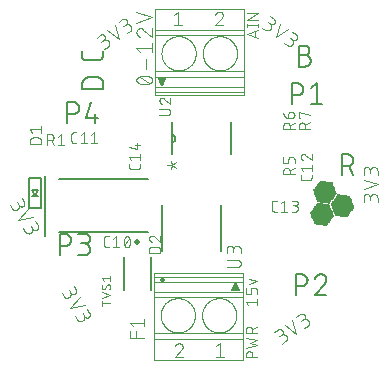
<source format=gbr>
G04 EAGLE Gerber RS-274X export*
G75*
%MOMM*%
%FSLAX34Y34*%
%LPD*%
%INSilkscreen Top*%
%IPPOS*%
%AMOC8*
5,1,8,0,0,1.08239X$1,22.5*%
G01*
%ADD10C,0.101600*%
%ADD11C,0.152400*%
%ADD12R,0.014731X0.014731*%
%ADD13R,0.147319X0.014731*%
%ADD14R,0.265175X0.014731*%
%ADD15R,0.383031X0.014731*%
%ADD16R,0.515619X0.014731*%
%ADD17R,0.633475X0.014731*%
%ADD18R,0.751331X0.014731*%
%ADD19R,0.883919X0.014731*%
%ADD20R,1.001775X0.014731*%
%ADD21R,1.119631X0.014731*%
%ADD22R,1.134363X0.014731*%
%ADD23R,1.149094X0.014731*%
%ADD24R,1.163825X0.014731*%
%ADD25R,1.178556X0.014731*%
%ADD26R,1.193288X0.014731*%
%ADD27R,1.222756X0.014731*%
%ADD28R,1.237488X0.014731*%
%ADD29R,1.266950X0.014731*%
%ADD30R,1.281681X0.014731*%
%ADD31R,1.311144X0.014731*%
%ADD32R,1.325881X0.014731*%
%ADD33R,1.355344X0.014731*%
%ADD34R,1.370075X0.014731*%
%ADD35R,1.384806X0.014731*%
%ADD36R,1.399538X0.014731*%
%ADD37R,1.414275X0.014731*%
%ADD38R,1.443738X0.014731*%
%ADD39R,1.458469X0.014731*%
%ADD40R,1.487931X0.014731*%
%ADD41R,1.502663X0.014731*%
%ADD42R,1.517394X0.014731*%
%ADD43R,1.532125X0.014731*%
%ADD44R,1.546856X0.014731*%
%ADD45R,1.576319X0.014731*%
%ADD46R,1.605788X0.014731*%
%ADD47R,1.620519X0.014731*%
%ADD48R,1.649981X0.014731*%
%ADD49R,1.664713X0.014731*%
%ADD50R,1.694175X0.014731*%
%ADD51R,1.708913X0.014731*%
%ADD52R,1.738375X0.014731*%
%ADD53R,1.753106X0.014731*%
%ADD54R,1.767838X0.014731*%
%ADD55R,1.782569X0.014731*%
%ADD56R,1.797306X0.014731*%
%ADD57R,0.117856X0.014731*%
%ADD58R,1.826769X0.014731*%
%ADD59R,0.235713X0.014731*%
%ADD60R,0.353569X0.014731*%
%ADD61R,1.856231X0.014731*%
%ADD62R,0.486156X0.014731*%
%ADD63R,1.870963X0.014731*%
%ADD64R,0.604013X0.014731*%
%ADD65R,0.721869X0.014731*%
%ADD66R,1.885694X0.014731*%
%ADD67R,0.839719X0.014731*%
%ADD68R,0.972306X0.014731*%
%ADD69R,1.090169X0.014731*%
%ADD70R,1.208025X0.014731*%
%ADD71R,1.252219X0.014731*%
%ADD72R,1.296412X0.014731*%
%ADD73R,1.340612X0.014731*%
%ADD74R,1.826763X0.014731*%
%ADD75R,1.414269X0.014731*%
%ADD76R,1.812031X0.014731*%
%ADD77R,1.429000X0.014731*%
%ADD78R,1.458462X0.014731*%
%ADD79R,1.473200X0.014731*%
%ADD80R,1.723644X0.014731*%
%ADD81R,1.694181X0.014731*%
%ADD82R,1.679450X0.014731*%
%ADD83R,1.561594X0.014731*%
%ADD84R,1.576325X0.014731*%
%ADD85R,1.591056X0.014731*%
%ADD86R,1.635250X0.014731*%
%ADD87R,1.561588X0.014731*%
%ADD88R,1.443731X0.014731*%
%ADD89R,1.797300X0.014731*%
%ADD90R,1.841500X0.014731*%
%ADD91R,1.311150X0.014731*%
%ADD92R,1.296419X0.014731*%
%ADD93R,1.193294X0.014731*%
%ADD94R,0.957575X0.014731*%
%ADD95R,0.589281X0.014731*%
%ADD96R,0.471425X0.014731*%
%ADD97R,0.220975X0.014731*%
%ADD98R,1.812038X0.014731*%
%ADD99R,0.103119X0.014731*%
%ADD100R,0.029463X0.014731*%
%ADD101R,0.162050X0.014731*%
%ADD102R,0.397763X0.014731*%
%ADD103R,0.648206X0.014731*%
%ADD104R,1.679444X0.014731*%
%ADD105R,1.016506X0.014731*%
%ADD106R,1.104900X0.014731*%
%ADD107R,1.222750X0.014731*%
%ADD108R,1.429006X0.014731*%
%ADD109R,1.208019X0.014731*%
%ADD110R,0.987044X0.014731*%
%ADD111R,0.854456X0.014731*%
%ADD112R,0.618744X0.014731*%
%ADD113R,0.500888X0.014731*%
%ADD114R,0.368300X0.014731*%
%ADD115R,0.132587X0.014731*%
%ADD116R,1.664719X0.014731*%
%ADD117R,1.075438X0.014731*%
%ADD118R,0.942844X0.014731*%
%ADD119R,0.707131X0.014731*%
%ADD120R,0.456694X0.014731*%
%ADD121R,0.088388X0.014731*%
%ADD122C,0.076200*%
%ADD123C,0.127000*%
%ADD124C,0.200000*%
%ADD125C,0.150000*%
%ADD126C,0.500000*%

G36*
X380416Y256037D02*
X380416Y256037D01*
X380438Y256035D01*
X380513Y256057D01*
X380591Y256072D01*
X380609Y256085D01*
X380630Y256091D01*
X380691Y256141D01*
X380756Y256185D01*
X380768Y256204D01*
X380786Y256218D01*
X380823Y256287D01*
X380866Y256353D01*
X380869Y256375D01*
X380880Y256394D01*
X380887Y256473D01*
X380901Y256550D01*
X380896Y256572D01*
X380898Y256594D01*
X380869Y256693D01*
X380858Y256746D01*
X380851Y256755D01*
X380848Y256767D01*
X377673Y263117D01*
X377631Y263170D01*
X377597Y263228D01*
X377570Y263248D01*
X377549Y263275D01*
X377491Y263308D01*
X377437Y263348D01*
X377404Y263356D01*
X377375Y263373D01*
X377308Y263380D01*
X377242Y263397D01*
X377209Y263392D01*
X377175Y263395D01*
X377111Y263376D01*
X377044Y263366D01*
X377015Y263348D01*
X376983Y263339D01*
X376931Y263296D01*
X376873Y263261D01*
X376851Y263232D01*
X376827Y263213D01*
X376804Y263169D01*
X376765Y263117D01*
X373590Y256767D01*
X373585Y256745D01*
X373572Y256727D01*
X373558Y256649D01*
X373538Y256573D01*
X373541Y256551D01*
X373537Y256530D01*
X373554Y256453D01*
X373564Y256375D01*
X373576Y256356D01*
X373580Y256334D01*
X373626Y256270D01*
X373666Y256202D01*
X373684Y256189D01*
X373696Y256171D01*
X373763Y256129D01*
X373826Y256082D01*
X373848Y256076D01*
X373867Y256065D01*
X373968Y256046D01*
X374021Y256033D01*
X374032Y256035D01*
X374044Y256033D01*
X380394Y256033D01*
X380416Y256037D01*
G37*
G36*
X314814Y429012D02*
X314814Y429012D01*
X314848Y429009D01*
X314913Y429028D01*
X314979Y429038D01*
X315008Y429056D01*
X315040Y429065D01*
X315092Y429108D01*
X315150Y429143D01*
X315172Y429172D01*
X315196Y429192D01*
X315219Y429235D01*
X315258Y429287D01*
X318433Y435637D01*
X318438Y435659D01*
X318451Y435677D01*
X318465Y435755D01*
X318485Y435831D01*
X318482Y435853D01*
X318486Y435874D01*
X318469Y435951D01*
X318459Y436029D01*
X318447Y436048D01*
X318443Y436070D01*
X318397Y436134D01*
X318357Y436202D01*
X318339Y436215D01*
X318327Y436233D01*
X318260Y436275D01*
X318197Y436322D01*
X318175Y436328D01*
X318156Y436339D01*
X318055Y436358D01*
X318002Y436371D01*
X317991Y436369D01*
X317979Y436371D01*
X311629Y436371D01*
X311607Y436367D01*
X311585Y436369D01*
X311510Y436347D01*
X311433Y436332D01*
X311414Y436319D01*
X311393Y436313D01*
X311332Y436263D01*
X311267Y436219D01*
X311255Y436200D01*
X311237Y436187D01*
X311200Y436117D01*
X311157Y436051D01*
X311154Y436029D01*
X311143Y436010D01*
X311136Y435931D01*
X311122Y435854D01*
X311127Y435832D01*
X311125Y435810D01*
X311154Y435711D01*
X311165Y435658D01*
X311172Y435649D01*
X311175Y435637D01*
X314350Y429287D01*
X314392Y429234D01*
X314426Y429176D01*
X314453Y429156D01*
X314474Y429129D01*
X314532Y429096D01*
X314586Y429056D01*
X314619Y429048D01*
X314649Y429031D01*
X314716Y429024D01*
X314781Y429007D01*
X314814Y429012D01*
G37*
D10*
X399491Y478961D02*
X402149Y477099D01*
X402243Y477036D01*
X402339Y476976D01*
X402437Y476919D01*
X402537Y476866D01*
X402639Y476816D01*
X402743Y476770D01*
X402848Y476728D01*
X402954Y476689D01*
X403062Y476654D01*
X403171Y476623D01*
X403281Y476595D01*
X403392Y476572D01*
X403503Y476552D01*
X403615Y476536D01*
X403728Y476524D01*
X403841Y476516D01*
X403954Y476512D01*
X404068Y476512D01*
X404181Y476516D01*
X404294Y476524D01*
X404407Y476536D01*
X404519Y476552D01*
X404630Y476572D01*
X404741Y476595D01*
X404851Y476623D01*
X404960Y476654D01*
X405068Y476689D01*
X405174Y476728D01*
X405279Y476770D01*
X405383Y476816D01*
X405485Y476866D01*
X405585Y476919D01*
X405683Y476976D01*
X405779Y477036D01*
X405873Y477099D01*
X405964Y477166D01*
X406054Y477235D01*
X406141Y477308D01*
X406225Y477384D01*
X406306Y477463D01*
X406385Y477544D01*
X406461Y477628D01*
X406534Y477715D01*
X406603Y477805D01*
X406670Y477896D01*
X406733Y477990D01*
X406793Y478086D01*
X406850Y478184D01*
X406903Y478284D01*
X406953Y478386D01*
X406999Y478490D01*
X407041Y478595D01*
X407080Y478701D01*
X407115Y478809D01*
X407146Y478918D01*
X407174Y479028D01*
X407197Y479139D01*
X407217Y479250D01*
X407233Y479362D01*
X407245Y479475D01*
X407253Y479588D01*
X407257Y479701D01*
X407257Y479815D01*
X407253Y479928D01*
X407245Y480041D01*
X407233Y480154D01*
X407217Y480266D01*
X407197Y480377D01*
X407174Y480488D01*
X407146Y480598D01*
X407115Y480707D01*
X407080Y480815D01*
X407041Y480921D01*
X406999Y481026D01*
X406953Y481130D01*
X406903Y481232D01*
X406850Y481332D01*
X406793Y481430D01*
X406733Y481526D01*
X406670Y481620D01*
X406603Y481711D01*
X406534Y481801D01*
X406461Y481888D01*
X406385Y481972D01*
X406306Y482053D01*
X406225Y482132D01*
X406141Y482208D01*
X406054Y482281D01*
X405965Y482350D01*
X405873Y482417D01*
X409383Y486298D02*
X406192Y488532D01*
X409382Y486298D02*
X409463Y486238D01*
X409542Y486176D01*
X409619Y486110D01*
X409693Y486042D01*
X409764Y485971D01*
X409832Y485897D01*
X409898Y485820D01*
X409960Y485741D01*
X410020Y485660D01*
X410076Y485576D01*
X410129Y485491D01*
X410178Y485403D01*
X410224Y485314D01*
X410267Y485222D01*
X410306Y485129D01*
X410341Y485035D01*
X410373Y484940D01*
X410401Y484843D01*
X410425Y484745D01*
X410445Y484647D01*
X410462Y484547D01*
X410474Y484447D01*
X410483Y484347D01*
X410488Y484247D01*
X410489Y484146D01*
X410486Y484045D01*
X410479Y483945D01*
X410468Y483845D01*
X410454Y483745D01*
X410435Y483646D01*
X410413Y483548D01*
X410387Y483451D01*
X410357Y483354D01*
X410324Y483260D01*
X410287Y483166D01*
X410246Y483074D01*
X410201Y482983D01*
X410154Y482895D01*
X410102Y482808D01*
X410048Y482724D01*
X409990Y482641D01*
X409929Y482561D01*
X409865Y482483D01*
X409798Y482408D01*
X409729Y482335D01*
X409656Y482266D01*
X409581Y482199D01*
X409503Y482135D01*
X409423Y482074D01*
X409340Y482016D01*
X409256Y481962D01*
X409169Y481910D01*
X409081Y481863D01*
X408990Y481818D01*
X408898Y481777D01*
X408804Y481740D01*
X408710Y481707D01*
X408613Y481677D01*
X408516Y481651D01*
X408418Y481629D01*
X408319Y481610D01*
X408219Y481596D01*
X408119Y481585D01*
X408019Y481578D01*
X407918Y481575D01*
X407817Y481576D01*
X407717Y481581D01*
X407617Y481590D01*
X407517Y481602D01*
X407417Y481619D01*
X407319Y481639D01*
X407221Y481663D01*
X407124Y481691D01*
X407029Y481723D01*
X406935Y481758D01*
X406842Y481797D01*
X406750Y481840D01*
X406661Y481886D01*
X406573Y481935D01*
X406488Y481988D01*
X406404Y482044D01*
X404277Y483534D01*
X415023Y482348D02*
X411512Y470543D01*
X421404Y477881D01*
X418216Y465849D02*
X420875Y463987D01*
X420969Y463924D01*
X421065Y463864D01*
X421163Y463807D01*
X421263Y463754D01*
X421365Y463704D01*
X421469Y463658D01*
X421574Y463616D01*
X421680Y463577D01*
X421788Y463542D01*
X421897Y463511D01*
X422007Y463483D01*
X422118Y463460D01*
X422229Y463440D01*
X422341Y463424D01*
X422454Y463412D01*
X422567Y463404D01*
X422680Y463400D01*
X422794Y463400D01*
X422907Y463404D01*
X423020Y463412D01*
X423133Y463424D01*
X423245Y463440D01*
X423356Y463460D01*
X423467Y463483D01*
X423577Y463511D01*
X423686Y463542D01*
X423794Y463577D01*
X423900Y463616D01*
X424005Y463658D01*
X424109Y463704D01*
X424211Y463754D01*
X424311Y463807D01*
X424409Y463864D01*
X424505Y463924D01*
X424599Y463987D01*
X424690Y464054D01*
X424780Y464123D01*
X424867Y464196D01*
X424951Y464272D01*
X425032Y464351D01*
X425111Y464432D01*
X425187Y464516D01*
X425260Y464603D01*
X425329Y464693D01*
X425396Y464784D01*
X425459Y464878D01*
X425519Y464974D01*
X425576Y465072D01*
X425629Y465172D01*
X425679Y465274D01*
X425725Y465378D01*
X425767Y465483D01*
X425806Y465589D01*
X425841Y465697D01*
X425872Y465806D01*
X425900Y465916D01*
X425923Y466027D01*
X425943Y466138D01*
X425959Y466250D01*
X425971Y466363D01*
X425979Y466476D01*
X425983Y466589D01*
X425983Y466703D01*
X425979Y466816D01*
X425971Y466929D01*
X425959Y467042D01*
X425943Y467154D01*
X425923Y467265D01*
X425900Y467376D01*
X425872Y467486D01*
X425841Y467595D01*
X425806Y467703D01*
X425767Y467809D01*
X425725Y467914D01*
X425679Y468018D01*
X425629Y468120D01*
X425576Y468220D01*
X425519Y468318D01*
X425459Y468414D01*
X425396Y468508D01*
X425329Y468599D01*
X425260Y468689D01*
X425187Y468776D01*
X425111Y468860D01*
X425032Y468941D01*
X424951Y469020D01*
X424867Y469096D01*
X424780Y469169D01*
X424691Y469238D01*
X424599Y469305D01*
X428108Y473186D02*
X424918Y475420D01*
X428108Y473186D02*
X428189Y473126D01*
X428268Y473064D01*
X428345Y472998D01*
X428419Y472930D01*
X428490Y472859D01*
X428558Y472785D01*
X428624Y472708D01*
X428686Y472629D01*
X428746Y472548D01*
X428802Y472464D01*
X428855Y472379D01*
X428904Y472291D01*
X428950Y472202D01*
X428993Y472110D01*
X429032Y472017D01*
X429067Y471923D01*
X429099Y471828D01*
X429127Y471731D01*
X429151Y471633D01*
X429171Y471535D01*
X429188Y471435D01*
X429200Y471335D01*
X429209Y471235D01*
X429214Y471135D01*
X429215Y471034D01*
X429212Y470933D01*
X429205Y470833D01*
X429194Y470733D01*
X429180Y470633D01*
X429161Y470534D01*
X429139Y470436D01*
X429113Y470339D01*
X429083Y470242D01*
X429050Y470148D01*
X429013Y470054D01*
X428972Y469962D01*
X428927Y469871D01*
X428880Y469783D01*
X428828Y469696D01*
X428774Y469612D01*
X428716Y469529D01*
X428655Y469449D01*
X428591Y469371D01*
X428524Y469296D01*
X428455Y469223D01*
X428382Y469154D01*
X428307Y469087D01*
X428229Y469023D01*
X428149Y468962D01*
X428066Y468904D01*
X427982Y468850D01*
X427895Y468798D01*
X427807Y468751D01*
X427716Y468706D01*
X427624Y468665D01*
X427530Y468628D01*
X427436Y468595D01*
X427339Y468565D01*
X427242Y468539D01*
X427144Y468517D01*
X427045Y468498D01*
X426945Y468484D01*
X426845Y468473D01*
X426745Y468466D01*
X426644Y468463D01*
X426543Y468464D01*
X426443Y468469D01*
X426343Y468478D01*
X426243Y468490D01*
X426143Y468507D01*
X426045Y468527D01*
X425947Y468551D01*
X425850Y468579D01*
X425755Y468611D01*
X425661Y468646D01*
X425568Y468685D01*
X425476Y468728D01*
X425387Y468774D01*
X425299Y468823D01*
X425214Y468876D01*
X425130Y468932D01*
X423003Y470422D01*
X497242Y334770D02*
X497242Y331524D01*
X497242Y334770D02*
X497240Y334883D01*
X497234Y334996D01*
X497224Y335109D01*
X497210Y335222D01*
X497193Y335334D01*
X497171Y335445D01*
X497146Y335555D01*
X497116Y335665D01*
X497083Y335773D01*
X497046Y335880D01*
X497006Y335986D01*
X496961Y336090D01*
X496913Y336193D01*
X496862Y336294D01*
X496807Y336393D01*
X496749Y336490D01*
X496687Y336585D01*
X496622Y336678D01*
X496554Y336768D01*
X496483Y336856D01*
X496408Y336942D01*
X496331Y337025D01*
X496251Y337105D01*
X496168Y337182D01*
X496082Y337257D01*
X495994Y337328D01*
X495904Y337396D01*
X495811Y337461D01*
X495716Y337523D01*
X495619Y337581D01*
X495520Y337636D01*
X495419Y337687D01*
X495316Y337735D01*
X495212Y337780D01*
X495106Y337820D01*
X494999Y337857D01*
X494891Y337890D01*
X494781Y337920D01*
X494671Y337945D01*
X494560Y337967D01*
X494448Y337984D01*
X494335Y337998D01*
X494222Y338008D01*
X494109Y338014D01*
X493996Y338016D01*
X493883Y338014D01*
X493770Y338008D01*
X493657Y337998D01*
X493544Y337984D01*
X493432Y337967D01*
X493321Y337945D01*
X493211Y337920D01*
X493101Y337890D01*
X492993Y337857D01*
X492886Y337820D01*
X492780Y337780D01*
X492676Y337735D01*
X492573Y337687D01*
X492472Y337636D01*
X492373Y337581D01*
X492276Y337523D01*
X492181Y337461D01*
X492088Y337396D01*
X491998Y337328D01*
X491910Y337257D01*
X491824Y337182D01*
X491741Y337105D01*
X491661Y337025D01*
X491584Y336942D01*
X491509Y336856D01*
X491438Y336768D01*
X491370Y336678D01*
X491305Y336585D01*
X491243Y336490D01*
X491185Y336393D01*
X491130Y336294D01*
X491079Y336193D01*
X491031Y336090D01*
X490986Y335986D01*
X490946Y335880D01*
X490909Y335773D01*
X490876Y335665D01*
X490846Y335555D01*
X490821Y335445D01*
X490799Y335334D01*
X490782Y335222D01*
X490768Y335109D01*
X490758Y334996D01*
X490752Y334883D01*
X490750Y334770D01*
X485558Y335419D02*
X485558Y331524D01*
X485558Y335419D02*
X485560Y335520D01*
X485566Y335620D01*
X485576Y335720D01*
X485589Y335820D01*
X485607Y335919D01*
X485628Y336018D01*
X485653Y336115D01*
X485682Y336212D01*
X485715Y336307D01*
X485751Y336401D01*
X485791Y336493D01*
X485834Y336584D01*
X485881Y336673D01*
X485931Y336760D01*
X485985Y336846D01*
X486042Y336929D01*
X486102Y337009D01*
X486165Y337088D01*
X486232Y337164D01*
X486301Y337237D01*
X486373Y337307D01*
X486447Y337375D01*
X486524Y337440D01*
X486604Y337501D01*
X486686Y337560D01*
X486770Y337615D01*
X486856Y337667D01*
X486944Y337716D01*
X487034Y337761D01*
X487126Y337803D01*
X487219Y337841D01*
X487314Y337875D01*
X487409Y337906D01*
X487506Y337933D01*
X487604Y337956D01*
X487703Y337976D01*
X487803Y337991D01*
X487903Y338003D01*
X488003Y338011D01*
X488104Y338015D01*
X488204Y338015D01*
X488305Y338011D01*
X488405Y338003D01*
X488505Y337991D01*
X488605Y337976D01*
X488704Y337956D01*
X488802Y337933D01*
X488899Y337906D01*
X488994Y337875D01*
X489089Y337841D01*
X489182Y337803D01*
X489274Y337761D01*
X489364Y337716D01*
X489452Y337667D01*
X489538Y337615D01*
X489622Y337560D01*
X489704Y337501D01*
X489784Y337440D01*
X489861Y337375D01*
X489935Y337307D01*
X490007Y337237D01*
X490076Y337164D01*
X490143Y337088D01*
X490206Y337009D01*
X490266Y336929D01*
X490323Y336846D01*
X490377Y336760D01*
X490427Y336673D01*
X490474Y336584D01*
X490517Y336493D01*
X490557Y336401D01*
X490593Y336307D01*
X490626Y336212D01*
X490655Y336115D01*
X490680Y336018D01*
X490701Y335919D01*
X490719Y335820D01*
X490732Y335720D01*
X490742Y335620D01*
X490748Y335520D01*
X490750Y335419D01*
X490751Y335419D02*
X490751Y332823D01*
X485558Y342305D02*
X497242Y346200D01*
X485558Y350095D01*
X497242Y354384D02*
X497242Y357630D01*
X497240Y357743D01*
X497234Y357856D01*
X497224Y357969D01*
X497210Y358082D01*
X497193Y358194D01*
X497171Y358305D01*
X497146Y358415D01*
X497116Y358525D01*
X497083Y358633D01*
X497046Y358740D01*
X497006Y358846D01*
X496961Y358950D01*
X496913Y359053D01*
X496862Y359154D01*
X496807Y359253D01*
X496749Y359350D01*
X496687Y359445D01*
X496622Y359538D01*
X496554Y359628D01*
X496483Y359716D01*
X496408Y359802D01*
X496331Y359885D01*
X496251Y359965D01*
X496168Y360042D01*
X496082Y360117D01*
X495994Y360188D01*
X495904Y360256D01*
X495811Y360321D01*
X495716Y360383D01*
X495619Y360441D01*
X495520Y360496D01*
X495419Y360547D01*
X495316Y360595D01*
X495212Y360640D01*
X495106Y360680D01*
X494999Y360717D01*
X494891Y360750D01*
X494781Y360780D01*
X494671Y360805D01*
X494560Y360827D01*
X494448Y360844D01*
X494335Y360858D01*
X494222Y360868D01*
X494109Y360874D01*
X493996Y360876D01*
X493883Y360874D01*
X493770Y360868D01*
X493657Y360858D01*
X493544Y360844D01*
X493432Y360827D01*
X493321Y360805D01*
X493211Y360780D01*
X493101Y360750D01*
X492993Y360717D01*
X492886Y360680D01*
X492780Y360640D01*
X492676Y360595D01*
X492573Y360547D01*
X492472Y360496D01*
X492373Y360441D01*
X492276Y360383D01*
X492181Y360321D01*
X492088Y360256D01*
X491998Y360188D01*
X491910Y360117D01*
X491824Y360042D01*
X491741Y359965D01*
X491661Y359885D01*
X491584Y359802D01*
X491509Y359716D01*
X491438Y359628D01*
X491370Y359538D01*
X491305Y359445D01*
X491243Y359350D01*
X491185Y359253D01*
X491130Y359154D01*
X491079Y359053D01*
X491031Y358950D01*
X490986Y358846D01*
X490946Y358740D01*
X490909Y358633D01*
X490876Y358525D01*
X490846Y358415D01*
X490821Y358305D01*
X490799Y358194D01*
X490782Y358082D01*
X490768Y357969D01*
X490758Y357856D01*
X490752Y357743D01*
X490750Y357630D01*
X485558Y358279D02*
X485558Y354384D01*
X485558Y358279D02*
X485560Y358380D01*
X485566Y358480D01*
X485576Y358580D01*
X485589Y358680D01*
X485607Y358779D01*
X485628Y358878D01*
X485653Y358975D01*
X485682Y359072D01*
X485715Y359167D01*
X485751Y359261D01*
X485791Y359353D01*
X485834Y359444D01*
X485881Y359533D01*
X485931Y359620D01*
X485985Y359706D01*
X486042Y359789D01*
X486102Y359869D01*
X486165Y359948D01*
X486232Y360024D01*
X486301Y360097D01*
X486373Y360167D01*
X486447Y360235D01*
X486524Y360300D01*
X486604Y360361D01*
X486686Y360420D01*
X486770Y360475D01*
X486856Y360527D01*
X486944Y360576D01*
X487034Y360621D01*
X487126Y360663D01*
X487219Y360701D01*
X487314Y360735D01*
X487409Y360766D01*
X487506Y360793D01*
X487604Y360816D01*
X487703Y360836D01*
X487803Y360851D01*
X487903Y360863D01*
X488003Y360871D01*
X488104Y360875D01*
X488204Y360875D01*
X488305Y360871D01*
X488405Y360863D01*
X488505Y360851D01*
X488605Y360836D01*
X488704Y360816D01*
X488802Y360793D01*
X488899Y360766D01*
X488994Y360735D01*
X489089Y360701D01*
X489182Y360663D01*
X489274Y360621D01*
X489364Y360576D01*
X489452Y360527D01*
X489538Y360475D01*
X489622Y360420D01*
X489704Y360361D01*
X489784Y360300D01*
X489861Y360235D01*
X489935Y360167D01*
X490007Y360097D01*
X490076Y360024D01*
X490143Y359948D01*
X490206Y359869D01*
X490266Y359789D01*
X490323Y359706D01*
X490377Y359620D01*
X490427Y359533D01*
X490474Y359444D01*
X490517Y359353D01*
X490557Y359261D01*
X490593Y359167D01*
X490626Y359072D01*
X490655Y358975D01*
X490680Y358878D01*
X490701Y358779D01*
X490719Y358680D01*
X490732Y358580D01*
X490742Y358480D01*
X490748Y358380D01*
X490750Y358279D01*
X490751Y358279D02*
X490751Y355683D01*
X419265Y213223D02*
X416606Y211361D01*
X419265Y213222D02*
X419356Y213289D01*
X419446Y213358D01*
X419533Y213431D01*
X419617Y213507D01*
X419698Y213586D01*
X419777Y213667D01*
X419853Y213751D01*
X419926Y213838D01*
X419995Y213928D01*
X420062Y214019D01*
X420125Y214113D01*
X420185Y214209D01*
X420242Y214307D01*
X420295Y214407D01*
X420345Y214509D01*
X420391Y214613D01*
X420433Y214718D01*
X420472Y214824D01*
X420507Y214932D01*
X420538Y215041D01*
X420566Y215151D01*
X420589Y215262D01*
X420609Y215373D01*
X420625Y215485D01*
X420637Y215598D01*
X420645Y215711D01*
X420649Y215824D01*
X420649Y215938D01*
X420645Y216051D01*
X420637Y216164D01*
X420625Y216277D01*
X420609Y216389D01*
X420589Y216500D01*
X420566Y216611D01*
X420538Y216721D01*
X420507Y216830D01*
X420472Y216938D01*
X420433Y217044D01*
X420391Y217149D01*
X420345Y217253D01*
X420295Y217355D01*
X420242Y217455D01*
X420185Y217553D01*
X420125Y217649D01*
X420062Y217743D01*
X419995Y217834D01*
X419926Y217924D01*
X419853Y218011D01*
X419777Y218095D01*
X419698Y218176D01*
X419617Y218255D01*
X419533Y218331D01*
X419446Y218404D01*
X419357Y218473D01*
X419265Y218540D01*
X419171Y218603D01*
X419075Y218663D01*
X418977Y218720D01*
X418877Y218773D01*
X418775Y218823D01*
X418671Y218869D01*
X418566Y218911D01*
X418460Y218950D01*
X418352Y218985D01*
X418243Y219016D01*
X418133Y219044D01*
X418022Y219067D01*
X417911Y219087D01*
X417799Y219103D01*
X417686Y219115D01*
X417573Y219123D01*
X417460Y219127D01*
X417346Y219127D01*
X417233Y219123D01*
X417120Y219115D01*
X417007Y219103D01*
X416895Y219087D01*
X416784Y219067D01*
X416673Y219044D01*
X416563Y219016D01*
X416454Y218985D01*
X416346Y218950D01*
X416240Y218911D01*
X416135Y218869D01*
X416031Y218823D01*
X415929Y218773D01*
X415829Y218720D01*
X415731Y218663D01*
X415635Y218603D01*
X415541Y218540D01*
X413095Y223166D02*
X409905Y220932D01*
X413095Y223166D02*
X413179Y223222D01*
X413264Y223275D01*
X413352Y223324D01*
X413441Y223370D01*
X413533Y223413D01*
X413626Y223452D01*
X413720Y223487D01*
X413815Y223519D01*
X413912Y223547D01*
X414010Y223571D01*
X414108Y223591D01*
X414208Y223608D01*
X414308Y223620D01*
X414408Y223629D01*
X414509Y223634D01*
X414609Y223635D01*
X414710Y223632D01*
X414810Y223625D01*
X414910Y223614D01*
X415010Y223600D01*
X415109Y223581D01*
X415207Y223559D01*
X415304Y223533D01*
X415401Y223503D01*
X415496Y223470D01*
X415589Y223433D01*
X415681Y223392D01*
X415772Y223347D01*
X415860Y223300D01*
X415947Y223248D01*
X416031Y223194D01*
X416114Y223136D01*
X416194Y223075D01*
X416272Y223011D01*
X416347Y222944D01*
X416420Y222875D01*
X416489Y222802D01*
X416556Y222727D01*
X416620Y222649D01*
X416681Y222569D01*
X416739Y222486D01*
X416793Y222402D01*
X416845Y222315D01*
X416892Y222227D01*
X416937Y222136D01*
X416978Y222044D01*
X417015Y221950D01*
X417048Y221856D01*
X417078Y221759D01*
X417104Y221662D01*
X417126Y221564D01*
X417145Y221465D01*
X417159Y221365D01*
X417170Y221265D01*
X417177Y221165D01*
X417180Y221064D01*
X417179Y220964D01*
X417174Y220863D01*
X417165Y220763D01*
X417153Y220663D01*
X417136Y220563D01*
X417116Y220465D01*
X417092Y220367D01*
X417064Y220270D01*
X417032Y220175D01*
X416997Y220081D01*
X416958Y219988D01*
X416915Y219896D01*
X416869Y219807D01*
X416820Y219719D01*
X416767Y219634D01*
X416711Y219550D01*
X416651Y219469D01*
X416589Y219390D01*
X416523Y219313D01*
X416455Y219239D01*
X416384Y219168D01*
X416310Y219100D01*
X416233Y219034D01*
X416154Y218972D01*
X416073Y218912D01*
X413947Y217423D01*
X418736Y227116D02*
X428628Y219778D01*
X425116Y231583D01*
X435332Y224473D02*
X437991Y226334D01*
X438082Y226401D01*
X438172Y226470D01*
X438259Y226543D01*
X438343Y226619D01*
X438424Y226698D01*
X438503Y226779D01*
X438579Y226863D01*
X438652Y226950D01*
X438721Y227040D01*
X438788Y227131D01*
X438851Y227225D01*
X438911Y227321D01*
X438968Y227419D01*
X439021Y227519D01*
X439071Y227621D01*
X439117Y227725D01*
X439159Y227830D01*
X439198Y227936D01*
X439233Y228044D01*
X439264Y228153D01*
X439292Y228263D01*
X439315Y228374D01*
X439335Y228485D01*
X439351Y228597D01*
X439363Y228710D01*
X439371Y228823D01*
X439375Y228936D01*
X439375Y229050D01*
X439371Y229163D01*
X439363Y229276D01*
X439351Y229389D01*
X439335Y229501D01*
X439315Y229612D01*
X439292Y229723D01*
X439264Y229833D01*
X439233Y229942D01*
X439198Y230050D01*
X439159Y230156D01*
X439117Y230261D01*
X439071Y230365D01*
X439021Y230467D01*
X438968Y230567D01*
X438911Y230665D01*
X438851Y230761D01*
X438788Y230855D01*
X438721Y230946D01*
X438652Y231036D01*
X438579Y231123D01*
X438503Y231207D01*
X438424Y231288D01*
X438343Y231367D01*
X438259Y231443D01*
X438172Y231516D01*
X438083Y231585D01*
X437991Y231652D01*
X437897Y231715D01*
X437801Y231775D01*
X437703Y231832D01*
X437603Y231885D01*
X437501Y231935D01*
X437397Y231981D01*
X437292Y232023D01*
X437186Y232062D01*
X437078Y232097D01*
X436969Y232128D01*
X436859Y232156D01*
X436748Y232179D01*
X436637Y232199D01*
X436525Y232215D01*
X436412Y232227D01*
X436299Y232235D01*
X436186Y232239D01*
X436072Y232239D01*
X435959Y232235D01*
X435846Y232227D01*
X435733Y232215D01*
X435621Y232199D01*
X435510Y232179D01*
X435399Y232156D01*
X435289Y232128D01*
X435180Y232097D01*
X435072Y232062D01*
X434966Y232023D01*
X434861Y231981D01*
X434757Y231935D01*
X434655Y231885D01*
X434555Y231832D01*
X434457Y231775D01*
X434361Y231715D01*
X434267Y231652D01*
X431821Y236278D02*
X428630Y234044D01*
X431821Y236278D02*
X431905Y236334D01*
X431990Y236387D01*
X432078Y236436D01*
X432167Y236482D01*
X432259Y236525D01*
X432352Y236564D01*
X432446Y236599D01*
X432541Y236631D01*
X432638Y236659D01*
X432736Y236683D01*
X432834Y236703D01*
X432934Y236720D01*
X433034Y236732D01*
X433134Y236741D01*
X433235Y236746D01*
X433335Y236747D01*
X433436Y236744D01*
X433536Y236737D01*
X433636Y236726D01*
X433736Y236712D01*
X433835Y236693D01*
X433933Y236671D01*
X434030Y236645D01*
X434127Y236615D01*
X434222Y236582D01*
X434315Y236545D01*
X434407Y236504D01*
X434498Y236459D01*
X434586Y236412D01*
X434673Y236360D01*
X434757Y236306D01*
X434840Y236248D01*
X434920Y236187D01*
X434998Y236123D01*
X435073Y236056D01*
X435146Y235987D01*
X435215Y235914D01*
X435282Y235839D01*
X435346Y235761D01*
X435407Y235681D01*
X435465Y235598D01*
X435519Y235514D01*
X435571Y235427D01*
X435618Y235339D01*
X435663Y235248D01*
X435704Y235156D01*
X435741Y235062D01*
X435774Y234968D01*
X435804Y234871D01*
X435830Y234774D01*
X435852Y234676D01*
X435871Y234577D01*
X435885Y234477D01*
X435896Y234377D01*
X435903Y234277D01*
X435906Y234176D01*
X435905Y234076D01*
X435900Y233975D01*
X435891Y233875D01*
X435879Y233775D01*
X435862Y233675D01*
X435842Y233577D01*
X435818Y233479D01*
X435790Y233382D01*
X435758Y233287D01*
X435723Y233193D01*
X435684Y233100D01*
X435641Y233008D01*
X435595Y232919D01*
X435546Y232831D01*
X435493Y232746D01*
X435437Y232662D01*
X435377Y232581D01*
X435315Y232502D01*
X435249Y232425D01*
X435181Y232351D01*
X435110Y232280D01*
X435036Y232212D01*
X434959Y232146D01*
X434880Y232084D01*
X434799Y232024D01*
X432672Y230535D01*
X231387Y251749D02*
X229764Y254559D01*
X231386Y251748D02*
X231444Y251651D01*
X231506Y251556D01*
X231571Y251463D01*
X231639Y251373D01*
X231710Y251285D01*
X231785Y251199D01*
X231862Y251116D01*
X231942Y251036D01*
X232025Y250959D01*
X232111Y250884D01*
X232199Y250813D01*
X232289Y250745D01*
X232382Y250680D01*
X232477Y250618D01*
X232574Y250560D01*
X232673Y250505D01*
X232774Y250454D01*
X232877Y250406D01*
X232981Y250361D01*
X233087Y250321D01*
X233194Y250284D01*
X233302Y250251D01*
X233412Y250221D01*
X233522Y250196D01*
X233633Y250174D01*
X233745Y250157D01*
X233858Y250143D01*
X233971Y250133D01*
X234084Y250127D01*
X234197Y250125D01*
X234310Y250127D01*
X234423Y250133D01*
X234536Y250143D01*
X234649Y250157D01*
X234761Y250174D01*
X234872Y250196D01*
X234982Y250221D01*
X235092Y250251D01*
X235200Y250284D01*
X235307Y250321D01*
X235413Y250361D01*
X235517Y250406D01*
X235620Y250454D01*
X235721Y250505D01*
X235820Y250560D01*
X235917Y250618D01*
X236012Y250680D01*
X236105Y250745D01*
X236195Y250813D01*
X236283Y250884D01*
X236369Y250959D01*
X236452Y251036D01*
X236532Y251116D01*
X236609Y251199D01*
X236684Y251285D01*
X236755Y251373D01*
X236823Y251463D01*
X236888Y251556D01*
X236950Y251651D01*
X237008Y251748D01*
X237063Y251847D01*
X237114Y251948D01*
X237162Y252051D01*
X237207Y252155D01*
X237247Y252261D01*
X237284Y252368D01*
X237317Y252476D01*
X237347Y252586D01*
X237372Y252696D01*
X237394Y252807D01*
X237411Y252919D01*
X237425Y253032D01*
X237435Y253145D01*
X237441Y253258D01*
X237443Y253371D01*
X237441Y253484D01*
X237435Y253597D01*
X237425Y253710D01*
X237411Y253823D01*
X237394Y253935D01*
X237372Y254046D01*
X237347Y254156D01*
X237317Y254266D01*
X237284Y254374D01*
X237247Y254481D01*
X237207Y254587D01*
X237162Y254691D01*
X237114Y254794D01*
X237063Y254895D01*
X237008Y254994D01*
X241830Y257028D02*
X239883Y260401D01*
X241830Y257029D02*
X241879Y256940D01*
X241924Y256850D01*
X241966Y256759D01*
X242004Y256665D01*
X242038Y256571D01*
X242069Y256475D01*
X242096Y256378D01*
X242119Y256280D01*
X242139Y256181D01*
X242154Y256081D01*
X242166Y255981D01*
X242174Y255881D01*
X242178Y255780D01*
X242178Y255680D01*
X242174Y255579D01*
X242166Y255479D01*
X242154Y255379D01*
X242139Y255279D01*
X242119Y255180D01*
X242096Y255082D01*
X242069Y254985D01*
X242038Y254889D01*
X242004Y254795D01*
X241966Y254701D01*
X241924Y254610D01*
X241879Y254520D01*
X241830Y254432D01*
X241778Y254345D01*
X241723Y254261D01*
X241664Y254179D01*
X241602Y254100D01*
X241538Y254022D01*
X241470Y253948D01*
X241399Y253876D01*
X241326Y253807D01*
X241250Y253741D01*
X241172Y253677D01*
X241091Y253617D01*
X241008Y253560D01*
X240923Y253507D01*
X240836Y253456D01*
X240747Y253409D01*
X240656Y253366D01*
X240563Y253326D01*
X240469Y253290D01*
X240374Y253257D01*
X240277Y253228D01*
X240180Y253203D01*
X240081Y253182D01*
X239982Y253164D01*
X239882Y253151D01*
X239782Y253141D01*
X239682Y253135D01*
X239581Y253133D01*
X239480Y253135D01*
X239380Y253141D01*
X239280Y253151D01*
X239180Y253164D01*
X239081Y253182D01*
X238982Y253203D01*
X238885Y253228D01*
X238788Y253257D01*
X238693Y253290D01*
X238599Y253326D01*
X238506Y253366D01*
X238415Y253409D01*
X238326Y253456D01*
X238239Y253507D01*
X238154Y253560D01*
X238071Y253617D01*
X237990Y253677D01*
X237912Y253741D01*
X237836Y253807D01*
X237763Y253876D01*
X237692Y253948D01*
X237624Y254022D01*
X237560Y254100D01*
X237498Y254179D01*
X237439Y254261D01*
X237384Y254345D01*
X237332Y254432D01*
X237333Y254432D02*
X236034Y256681D01*
X245273Y251065D02*
X237102Y241850D01*
X249168Y244319D01*
X241194Y234762D02*
X242817Y231951D01*
X242816Y231951D02*
X242874Y231854D01*
X242936Y231759D01*
X243001Y231666D01*
X243069Y231576D01*
X243140Y231488D01*
X243215Y231402D01*
X243292Y231319D01*
X243372Y231239D01*
X243455Y231162D01*
X243541Y231087D01*
X243629Y231016D01*
X243719Y230948D01*
X243812Y230883D01*
X243907Y230821D01*
X244004Y230763D01*
X244103Y230708D01*
X244204Y230657D01*
X244307Y230609D01*
X244411Y230564D01*
X244517Y230524D01*
X244624Y230487D01*
X244732Y230454D01*
X244842Y230424D01*
X244952Y230399D01*
X245063Y230377D01*
X245175Y230360D01*
X245288Y230346D01*
X245401Y230336D01*
X245514Y230330D01*
X245627Y230328D01*
X245740Y230330D01*
X245853Y230336D01*
X245966Y230346D01*
X246079Y230360D01*
X246191Y230377D01*
X246302Y230399D01*
X246412Y230424D01*
X246522Y230454D01*
X246630Y230487D01*
X246737Y230524D01*
X246843Y230564D01*
X246947Y230609D01*
X247050Y230657D01*
X247151Y230708D01*
X247250Y230763D01*
X247347Y230821D01*
X247442Y230883D01*
X247535Y230948D01*
X247625Y231016D01*
X247713Y231087D01*
X247799Y231162D01*
X247882Y231239D01*
X247962Y231319D01*
X248039Y231402D01*
X248114Y231488D01*
X248185Y231576D01*
X248253Y231666D01*
X248318Y231759D01*
X248380Y231854D01*
X248438Y231951D01*
X248493Y232050D01*
X248544Y232151D01*
X248592Y232254D01*
X248637Y232358D01*
X248677Y232464D01*
X248714Y232571D01*
X248747Y232679D01*
X248777Y232789D01*
X248802Y232899D01*
X248824Y233010D01*
X248841Y233122D01*
X248855Y233235D01*
X248865Y233348D01*
X248871Y233461D01*
X248873Y233574D01*
X248871Y233687D01*
X248865Y233800D01*
X248855Y233913D01*
X248841Y234026D01*
X248824Y234138D01*
X248802Y234249D01*
X248777Y234359D01*
X248747Y234469D01*
X248714Y234577D01*
X248677Y234684D01*
X248637Y234790D01*
X248592Y234894D01*
X248544Y234997D01*
X248493Y235098D01*
X248438Y235197D01*
X253260Y237231D02*
X251312Y240604D01*
X253260Y237232D02*
X253309Y237143D01*
X253354Y237053D01*
X253396Y236962D01*
X253434Y236868D01*
X253468Y236774D01*
X253499Y236678D01*
X253526Y236581D01*
X253549Y236483D01*
X253569Y236384D01*
X253584Y236284D01*
X253596Y236184D01*
X253604Y236084D01*
X253608Y235983D01*
X253608Y235883D01*
X253604Y235782D01*
X253596Y235682D01*
X253584Y235582D01*
X253569Y235482D01*
X253549Y235383D01*
X253526Y235285D01*
X253499Y235188D01*
X253468Y235092D01*
X253434Y234998D01*
X253396Y234904D01*
X253354Y234813D01*
X253309Y234723D01*
X253260Y234635D01*
X253208Y234548D01*
X253153Y234464D01*
X253094Y234382D01*
X253032Y234303D01*
X252968Y234225D01*
X252900Y234151D01*
X252829Y234079D01*
X252756Y234010D01*
X252680Y233944D01*
X252602Y233880D01*
X252521Y233820D01*
X252438Y233763D01*
X252353Y233710D01*
X252266Y233659D01*
X252177Y233612D01*
X252086Y233569D01*
X251993Y233529D01*
X251899Y233493D01*
X251804Y233460D01*
X251707Y233431D01*
X251610Y233406D01*
X251511Y233385D01*
X251412Y233367D01*
X251312Y233354D01*
X251212Y233344D01*
X251112Y233338D01*
X251011Y233336D01*
X250910Y233338D01*
X250810Y233344D01*
X250710Y233354D01*
X250610Y233367D01*
X250511Y233385D01*
X250412Y233406D01*
X250315Y233431D01*
X250218Y233460D01*
X250123Y233493D01*
X250029Y233529D01*
X249936Y233569D01*
X249845Y233612D01*
X249756Y233659D01*
X249669Y233710D01*
X249584Y233763D01*
X249501Y233820D01*
X249420Y233880D01*
X249342Y233944D01*
X249266Y234010D01*
X249193Y234079D01*
X249122Y234151D01*
X249054Y234225D01*
X248990Y234303D01*
X248928Y234382D01*
X248869Y234464D01*
X248814Y234548D01*
X248762Y234635D01*
X248763Y234635D02*
X247464Y236883D01*
X187559Y326000D02*
X185936Y328810D01*
X187558Y325999D02*
X187616Y325902D01*
X187678Y325807D01*
X187743Y325714D01*
X187811Y325624D01*
X187882Y325536D01*
X187957Y325450D01*
X188034Y325367D01*
X188114Y325287D01*
X188197Y325210D01*
X188283Y325135D01*
X188371Y325064D01*
X188461Y324996D01*
X188554Y324931D01*
X188649Y324869D01*
X188746Y324811D01*
X188845Y324756D01*
X188946Y324705D01*
X189049Y324657D01*
X189153Y324612D01*
X189259Y324572D01*
X189366Y324535D01*
X189474Y324502D01*
X189584Y324472D01*
X189694Y324447D01*
X189805Y324425D01*
X189917Y324408D01*
X190030Y324394D01*
X190143Y324384D01*
X190256Y324378D01*
X190369Y324376D01*
X190482Y324378D01*
X190595Y324384D01*
X190708Y324394D01*
X190821Y324408D01*
X190933Y324425D01*
X191044Y324447D01*
X191154Y324472D01*
X191264Y324502D01*
X191372Y324535D01*
X191479Y324572D01*
X191585Y324612D01*
X191689Y324657D01*
X191792Y324705D01*
X191893Y324756D01*
X191992Y324811D01*
X192089Y324869D01*
X192184Y324931D01*
X192277Y324996D01*
X192367Y325064D01*
X192455Y325135D01*
X192541Y325210D01*
X192624Y325287D01*
X192704Y325367D01*
X192781Y325450D01*
X192856Y325536D01*
X192927Y325624D01*
X192995Y325714D01*
X193060Y325807D01*
X193122Y325902D01*
X193180Y325999D01*
X193235Y326098D01*
X193286Y326199D01*
X193334Y326302D01*
X193379Y326406D01*
X193419Y326512D01*
X193456Y326619D01*
X193489Y326727D01*
X193519Y326837D01*
X193544Y326947D01*
X193566Y327058D01*
X193583Y327170D01*
X193597Y327283D01*
X193607Y327396D01*
X193613Y327509D01*
X193615Y327622D01*
X193613Y327735D01*
X193607Y327848D01*
X193597Y327961D01*
X193583Y328074D01*
X193566Y328186D01*
X193544Y328297D01*
X193519Y328407D01*
X193489Y328517D01*
X193456Y328625D01*
X193419Y328732D01*
X193379Y328838D01*
X193334Y328942D01*
X193286Y329045D01*
X193235Y329146D01*
X193180Y329245D01*
X198002Y331279D02*
X196055Y334652D01*
X198002Y331280D02*
X198051Y331191D01*
X198096Y331101D01*
X198138Y331010D01*
X198176Y330916D01*
X198210Y330822D01*
X198241Y330726D01*
X198268Y330629D01*
X198291Y330531D01*
X198311Y330432D01*
X198326Y330332D01*
X198338Y330232D01*
X198346Y330132D01*
X198350Y330031D01*
X198350Y329931D01*
X198346Y329830D01*
X198338Y329730D01*
X198326Y329630D01*
X198311Y329530D01*
X198291Y329431D01*
X198268Y329333D01*
X198241Y329236D01*
X198210Y329140D01*
X198176Y329046D01*
X198138Y328952D01*
X198096Y328861D01*
X198051Y328771D01*
X198002Y328683D01*
X197950Y328596D01*
X197895Y328512D01*
X197836Y328430D01*
X197774Y328351D01*
X197710Y328273D01*
X197642Y328199D01*
X197571Y328127D01*
X197498Y328058D01*
X197422Y327992D01*
X197344Y327928D01*
X197263Y327868D01*
X197180Y327811D01*
X197095Y327758D01*
X197008Y327707D01*
X196919Y327660D01*
X196828Y327617D01*
X196735Y327577D01*
X196641Y327541D01*
X196546Y327508D01*
X196449Y327479D01*
X196352Y327454D01*
X196253Y327433D01*
X196154Y327415D01*
X196054Y327402D01*
X195954Y327392D01*
X195854Y327386D01*
X195753Y327384D01*
X195652Y327386D01*
X195552Y327392D01*
X195452Y327402D01*
X195352Y327415D01*
X195253Y327433D01*
X195154Y327454D01*
X195057Y327479D01*
X194960Y327508D01*
X194865Y327541D01*
X194771Y327577D01*
X194678Y327617D01*
X194587Y327660D01*
X194498Y327707D01*
X194411Y327758D01*
X194326Y327811D01*
X194243Y327868D01*
X194162Y327928D01*
X194084Y327992D01*
X194008Y328058D01*
X193935Y328127D01*
X193864Y328199D01*
X193796Y328273D01*
X193732Y328351D01*
X193670Y328430D01*
X193611Y328512D01*
X193556Y328596D01*
X193504Y328683D01*
X193505Y328683D02*
X192206Y330932D01*
X201445Y325316D02*
X193274Y316101D01*
X205340Y318570D01*
X197366Y309013D02*
X198989Y306202D01*
X198988Y306202D02*
X199046Y306105D01*
X199108Y306010D01*
X199173Y305917D01*
X199241Y305827D01*
X199312Y305739D01*
X199387Y305653D01*
X199464Y305570D01*
X199544Y305490D01*
X199627Y305413D01*
X199713Y305338D01*
X199801Y305267D01*
X199891Y305199D01*
X199984Y305134D01*
X200079Y305072D01*
X200176Y305014D01*
X200275Y304959D01*
X200376Y304908D01*
X200479Y304860D01*
X200583Y304815D01*
X200689Y304775D01*
X200796Y304738D01*
X200904Y304705D01*
X201014Y304675D01*
X201124Y304650D01*
X201235Y304628D01*
X201347Y304611D01*
X201460Y304597D01*
X201573Y304587D01*
X201686Y304581D01*
X201799Y304579D01*
X201912Y304581D01*
X202025Y304587D01*
X202138Y304597D01*
X202251Y304611D01*
X202363Y304628D01*
X202474Y304650D01*
X202584Y304675D01*
X202694Y304705D01*
X202802Y304738D01*
X202909Y304775D01*
X203015Y304815D01*
X203119Y304860D01*
X203222Y304908D01*
X203323Y304959D01*
X203422Y305014D01*
X203519Y305072D01*
X203614Y305134D01*
X203707Y305199D01*
X203797Y305267D01*
X203885Y305338D01*
X203971Y305413D01*
X204054Y305490D01*
X204134Y305570D01*
X204211Y305653D01*
X204286Y305739D01*
X204357Y305827D01*
X204425Y305917D01*
X204490Y306010D01*
X204552Y306105D01*
X204610Y306202D01*
X204665Y306301D01*
X204716Y306402D01*
X204764Y306505D01*
X204809Y306609D01*
X204849Y306715D01*
X204886Y306822D01*
X204919Y306930D01*
X204949Y307040D01*
X204974Y307150D01*
X204996Y307261D01*
X205013Y307373D01*
X205027Y307486D01*
X205037Y307599D01*
X205043Y307712D01*
X205045Y307825D01*
X205043Y307938D01*
X205037Y308051D01*
X205027Y308164D01*
X205013Y308277D01*
X204996Y308389D01*
X204974Y308500D01*
X204949Y308610D01*
X204919Y308720D01*
X204886Y308828D01*
X204849Y308935D01*
X204809Y309041D01*
X204764Y309145D01*
X204716Y309248D01*
X204665Y309349D01*
X204610Y309448D01*
X209432Y311482D02*
X207484Y314855D01*
X209432Y311483D02*
X209481Y311394D01*
X209526Y311304D01*
X209568Y311213D01*
X209606Y311119D01*
X209640Y311025D01*
X209671Y310929D01*
X209698Y310832D01*
X209721Y310734D01*
X209741Y310635D01*
X209756Y310535D01*
X209768Y310435D01*
X209776Y310335D01*
X209780Y310234D01*
X209780Y310134D01*
X209776Y310033D01*
X209768Y309933D01*
X209756Y309833D01*
X209741Y309733D01*
X209721Y309634D01*
X209698Y309536D01*
X209671Y309439D01*
X209640Y309343D01*
X209606Y309249D01*
X209568Y309155D01*
X209526Y309064D01*
X209481Y308974D01*
X209432Y308886D01*
X209380Y308799D01*
X209325Y308715D01*
X209266Y308633D01*
X209204Y308554D01*
X209140Y308476D01*
X209072Y308402D01*
X209001Y308330D01*
X208928Y308261D01*
X208852Y308195D01*
X208774Y308131D01*
X208693Y308071D01*
X208610Y308014D01*
X208525Y307961D01*
X208438Y307910D01*
X208349Y307863D01*
X208258Y307820D01*
X208165Y307780D01*
X208071Y307744D01*
X207976Y307711D01*
X207879Y307682D01*
X207782Y307657D01*
X207683Y307636D01*
X207584Y307618D01*
X207484Y307605D01*
X207384Y307595D01*
X207284Y307589D01*
X207183Y307587D01*
X207082Y307589D01*
X206982Y307595D01*
X206882Y307605D01*
X206782Y307618D01*
X206683Y307636D01*
X206584Y307657D01*
X206487Y307682D01*
X206390Y307711D01*
X206295Y307744D01*
X206201Y307780D01*
X206108Y307820D01*
X206017Y307863D01*
X205928Y307910D01*
X205841Y307961D01*
X205756Y308014D01*
X205673Y308071D01*
X205592Y308131D01*
X205514Y308195D01*
X205438Y308261D01*
X205365Y308330D01*
X205294Y308402D01*
X205226Y308476D01*
X205162Y308554D01*
X205100Y308633D01*
X205041Y308715D01*
X204986Y308799D01*
X204934Y308886D01*
X204935Y308886D02*
X203636Y311134D01*
X266072Y460856D02*
X268731Y462718D01*
X268731Y462717D02*
X268822Y462784D01*
X268912Y462853D01*
X268999Y462926D01*
X269083Y463002D01*
X269164Y463081D01*
X269243Y463162D01*
X269319Y463246D01*
X269392Y463333D01*
X269461Y463423D01*
X269528Y463514D01*
X269591Y463608D01*
X269651Y463704D01*
X269708Y463802D01*
X269761Y463902D01*
X269811Y464004D01*
X269857Y464108D01*
X269899Y464213D01*
X269938Y464319D01*
X269973Y464427D01*
X270004Y464536D01*
X270032Y464646D01*
X270055Y464757D01*
X270075Y464868D01*
X270091Y464980D01*
X270103Y465093D01*
X270111Y465206D01*
X270115Y465319D01*
X270115Y465433D01*
X270111Y465546D01*
X270103Y465659D01*
X270091Y465772D01*
X270075Y465884D01*
X270055Y465995D01*
X270032Y466106D01*
X270004Y466216D01*
X269973Y466325D01*
X269938Y466433D01*
X269899Y466539D01*
X269857Y466644D01*
X269811Y466748D01*
X269761Y466850D01*
X269708Y466950D01*
X269651Y467048D01*
X269591Y467144D01*
X269528Y467238D01*
X269461Y467329D01*
X269392Y467419D01*
X269319Y467506D01*
X269243Y467590D01*
X269164Y467671D01*
X269083Y467750D01*
X268999Y467826D01*
X268912Y467899D01*
X268823Y467968D01*
X268731Y468035D01*
X268637Y468098D01*
X268541Y468158D01*
X268443Y468215D01*
X268343Y468268D01*
X268241Y468318D01*
X268137Y468364D01*
X268032Y468406D01*
X267926Y468445D01*
X267818Y468480D01*
X267709Y468511D01*
X267599Y468539D01*
X267488Y468562D01*
X267377Y468582D01*
X267265Y468598D01*
X267152Y468610D01*
X267039Y468618D01*
X266926Y468622D01*
X266812Y468622D01*
X266699Y468618D01*
X266586Y468610D01*
X266473Y468598D01*
X266361Y468582D01*
X266250Y468562D01*
X266139Y468539D01*
X266029Y468511D01*
X265920Y468480D01*
X265812Y468445D01*
X265706Y468406D01*
X265601Y468364D01*
X265497Y468318D01*
X265395Y468268D01*
X265295Y468215D01*
X265197Y468158D01*
X265101Y468098D01*
X265007Y468035D01*
X262561Y472661D02*
X259371Y470427D01*
X262561Y472661D02*
X262645Y472717D01*
X262730Y472770D01*
X262818Y472819D01*
X262907Y472865D01*
X262999Y472908D01*
X263092Y472947D01*
X263186Y472982D01*
X263281Y473014D01*
X263378Y473042D01*
X263476Y473066D01*
X263574Y473086D01*
X263674Y473103D01*
X263774Y473115D01*
X263874Y473124D01*
X263975Y473129D01*
X264075Y473130D01*
X264176Y473127D01*
X264276Y473120D01*
X264376Y473109D01*
X264476Y473095D01*
X264575Y473076D01*
X264673Y473054D01*
X264770Y473028D01*
X264867Y472998D01*
X264962Y472965D01*
X265055Y472928D01*
X265147Y472887D01*
X265238Y472842D01*
X265326Y472795D01*
X265413Y472743D01*
X265497Y472689D01*
X265580Y472631D01*
X265660Y472570D01*
X265738Y472506D01*
X265813Y472439D01*
X265886Y472370D01*
X265955Y472297D01*
X266022Y472222D01*
X266086Y472144D01*
X266147Y472064D01*
X266205Y471981D01*
X266259Y471897D01*
X266311Y471810D01*
X266358Y471722D01*
X266403Y471631D01*
X266444Y471539D01*
X266481Y471445D01*
X266514Y471351D01*
X266544Y471254D01*
X266570Y471157D01*
X266592Y471059D01*
X266611Y470960D01*
X266625Y470860D01*
X266636Y470760D01*
X266643Y470660D01*
X266646Y470559D01*
X266645Y470459D01*
X266640Y470358D01*
X266631Y470258D01*
X266619Y470158D01*
X266602Y470058D01*
X266582Y469960D01*
X266558Y469862D01*
X266530Y469765D01*
X266498Y469670D01*
X266463Y469576D01*
X266424Y469483D01*
X266381Y469391D01*
X266335Y469302D01*
X266286Y469214D01*
X266233Y469129D01*
X266177Y469045D01*
X266117Y468964D01*
X266055Y468885D01*
X265989Y468808D01*
X265921Y468734D01*
X265850Y468663D01*
X265776Y468595D01*
X265699Y468529D01*
X265620Y468467D01*
X265539Y468407D01*
X263413Y466918D01*
X268202Y476611D02*
X278094Y469273D01*
X274582Y481078D01*
X284798Y473968D02*
X287457Y475829D01*
X287548Y475896D01*
X287638Y475965D01*
X287725Y476038D01*
X287809Y476114D01*
X287890Y476193D01*
X287969Y476274D01*
X288045Y476358D01*
X288118Y476445D01*
X288187Y476535D01*
X288254Y476626D01*
X288317Y476720D01*
X288377Y476816D01*
X288434Y476914D01*
X288487Y477014D01*
X288537Y477116D01*
X288583Y477220D01*
X288625Y477325D01*
X288664Y477431D01*
X288699Y477539D01*
X288730Y477648D01*
X288758Y477758D01*
X288781Y477869D01*
X288801Y477980D01*
X288817Y478092D01*
X288829Y478205D01*
X288837Y478318D01*
X288841Y478431D01*
X288841Y478545D01*
X288837Y478658D01*
X288829Y478771D01*
X288817Y478884D01*
X288801Y478996D01*
X288781Y479107D01*
X288758Y479218D01*
X288730Y479328D01*
X288699Y479437D01*
X288664Y479545D01*
X288625Y479651D01*
X288583Y479756D01*
X288537Y479860D01*
X288487Y479962D01*
X288434Y480062D01*
X288377Y480160D01*
X288317Y480256D01*
X288254Y480350D01*
X288187Y480441D01*
X288118Y480531D01*
X288045Y480618D01*
X287969Y480702D01*
X287890Y480783D01*
X287809Y480862D01*
X287725Y480938D01*
X287638Y481011D01*
X287549Y481080D01*
X287457Y481147D01*
X287363Y481210D01*
X287267Y481270D01*
X287169Y481327D01*
X287069Y481380D01*
X286967Y481430D01*
X286863Y481476D01*
X286758Y481518D01*
X286652Y481557D01*
X286544Y481592D01*
X286435Y481623D01*
X286325Y481651D01*
X286214Y481674D01*
X286103Y481694D01*
X285991Y481710D01*
X285878Y481722D01*
X285765Y481730D01*
X285652Y481734D01*
X285538Y481734D01*
X285425Y481730D01*
X285312Y481722D01*
X285199Y481710D01*
X285087Y481694D01*
X284976Y481674D01*
X284865Y481651D01*
X284755Y481623D01*
X284646Y481592D01*
X284538Y481557D01*
X284432Y481518D01*
X284327Y481476D01*
X284223Y481430D01*
X284121Y481380D01*
X284021Y481327D01*
X283923Y481270D01*
X283827Y481210D01*
X283733Y481147D01*
X281287Y485773D02*
X278096Y483539D01*
X281287Y485773D02*
X281371Y485829D01*
X281456Y485882D01*
X281544Y485931D01*
X281633Y485977D01*
X281725Y486020D01*
X281818Y486059D01*
X281912Y486094D01*
X282007Y486126D01*
X282104Y486154D01*
X282202Y486178D01*
X282300Y486198D01*
X282400Y486215D01*
X282500Y486227D01*
X282600Y486236D01*
X282701Y486241D01*
X282801Y486242D01*
X282902Y486239D01*
X283002Y486232D01*
X283102Y486221D01*
X283202Y486207D01*
X283301Y486188D01*
X283399Y486166D01*
X283496Y486140D01*
X283593Y486110D01*
X283688Y486077D01*
X283781Y486040D01*
X283873Y485999D01*
X283964Y485954D01*
X284052Y485907D01*
X284139Y485855D01*
X284223Y485801D01*
X284306Y485743D01*
X284386Y485682D01*
X284464Y485618D01*
X284539Y485551D01*
X284612Y485482D01*
X284681Y485409D01*
X284748Y485334D01*
X284812Y485256D01*
X284873Y485176D01*
X284931Y485093D01*
X284985Y485009D01*
X285037Y484922D01*
X285084Y484834D01*
X285129Y484743D01*
X285170Y484651D01*
X285207Y484557D01*
X285240Y484463D01*
X285270Y484366D01*
X285296Y484269D01*
X285318Y484171D01*
X285337Y484072D01*
X285351Y483972D01*
X285362Y483872D01*
X285369Y483772D01*
X285372Y483671D01*
X285371Y483571D01*
X285366Y483470D01*
X285357Y483370D01*
X285345Y483270D01*
X285328Y483170D01*
X285308Y483072D01*
X285284Y482974D01*
X285256Y482877D01*
X285224Y482782D01*
X285189Y482688D01*
X285150Y482595D01*
X285107Y482503D01*
X285061Y482414D01*
X285012Y482326D01*
X284959Y482241D01*
X284903Y482157D01*
X284843Y482076D01*
X284781Y481997D01*
X284715Y481920D01*
X284647Y481846D01*
X284576Y481775D01*
X284502Y481707D01*
X284425Y481641D01*
X284346Y481579D01*
X284265Y481519D01*
X282138Y480030D01*
D11*
X424679Y431702D02*
X424679Y413922D01*
X424679Y431702D02*
X429618Y431702D01*
X429758Y431700D01*
X429897Y431694D01*
X430037Y431684D01*
X430176Y431670D01*
X430315Y431653D01*
X430453Y431631D01*
X430590Y431605D01*
X430727Y431576D01*
X430863Y431543D01*
X430997Y431506D01*
X431131Y431465D01*
X431263Y431420D01*
X431395Y431371D01*
X431524Y431319D01*
X431652Y431264D01*
X431779Y431204D01*
X431904Y431141D01*
X432027Y431075D01*
X432148Y431005D01*
X432267Y430932D01*
X432384Y430855D01*
X432498Y430775D01*
X432611Y430692D01*
X432721Y430606D01*
X432828Y430516D01*
X432933Y430424D01*
X433035Y430329D01*
X433135Y430231D01*
X433232Y430130D01*
X433326Y430026D01*
X433416Y429920D01*
X433504Y429811D01*
X433589Y429700D01*
X433670Y429586D01*
X433749Y429471D01*
X433824Y429353D01*
X433895Y429233D01*
X433963Y429110D01*
X434028Y428987D01*
X434089Y428861D01*
X434147Y428733D01*
X434201Y428605D01*
X434251Y428474D01*
X434298Y428342D01*
X434341Y428209D01*
X434380Y428075D01*
X434415Y427940D01*
X434446Y427804D01*
X434474Y427666D01*
X434497Y427529D01*
X434517Y427390D01*
X434533Y427251D01*
X434545Y427112D01*
X434553Y426973D01*
X434557Y426833D01*
X434557Y426693D01*
X434553Y426553D01*
X434545Y426414D01*
X434533Y426275D01*
X434517Y426136D01*
X434497Y425997D01*
X434474Y425860D01*
X434446Y425722D01*
X434415Y425586D01*
X434380Y425451D01*
X434341Y425317D01*
X434298Y425184D01*
X434251Y425052D01*
X434201Y424921D01*
X434147Y424793D01*
X434089Y424665D01*
X434028Y424539D01*
X433963Y424416D01*
X433895Y424294D01*
X433824Y424173D01*
X433749Y424055D01*
X433670Y423940D01*
X433589Y423826D01*
X433504Y423715D01*
X433416Y423606D01*
X433326Y423500D01*
X433232Y423396D01*
X433135Y423295D01*
X433035Y423197D01*
X432933Y423102D01*
X432828Y423010D01*
X432721Y422920D01*
X432611Y422834D01*
X432498Y422751D01*
X432384Y422671D01*
X432267Y422594D01*
X432148Y422521D01*
X432027Y422451D01*
X431904Y422385D01*
X431779Y422322D01*
X431652Y422262D01*
X431524Y422207D01*
X431395Y422155D01*
X431263Y422106D01*
X431131Y422061D01*
X430997Y422020D01*
X430863Y421983D01*
X430727Y421950D01*
X430590Y421921D01*
X430453Y421895D01*
X430315Y421873D01*
X430176Y421856D01*
X430037Y421842D01*
X429897Y421832D01*
X429758Y421826D01*
X429618Y421824D01*
X424679Y421824D01*
X440674Y427751D02*
X445613Y431702D01*
X445613Y413922D01*
X450551Y413922D02*
X440674Y413922D01*
X428108Y270096D02*
X428108Y252316D01*
X428108Y270096D02*
X433047Y270096D01*
X433187Y270094D01*
X433326Y270088D01*
X433466Y270078D01*
X433605Y270064D01*
X433744Y270047D01*
X433882Y270025D01*
X434019Y269999D01*
X434156Y269970D01*
X434292Y269937D01*
X434426Y269900D01*
X434560Y269859D01*
X434692Y269814D01*
X434824Y269765D01*
X434953Y269713D01*
X435081Y269658D01*
X435208Y269598D01*
X435333Y269535D01*
X435456Y269469D01*
X435577Y269399D01*
X435696Y269326D01*
X435813Y269249D01*
X435927Y269169D01*
X436040Y269086D01*
X436150Y269000D01*
X436257Y268910D01*
X436362Y268818D01*
X436464Y268723D01*
X436564Y268625D01*
X436661Y268524D01*
X436755Y268420D01*
X436845Y268314D01*
X436933Y268205D01*
X437018Y268094D01*
X437099Y267980D01*
X437178Y267865D01*
X437253Y267747D01*
X437324Y267627D01*
X437392Y267504D01*
X437457Y267381D01*
X437518Y267255D01*
X437576Y267127D01*
X437630Y266999D01*
X437680Y266868D01*
X437727Y266736D01*
X437770Y266603D01*
X437809Y266469D01*
X437844Y266334D01*
X437875Y266198D01*
X437903Y266060D01*
X437926Y265923D01*
X437946Y265784D01*
X437962Y265645D01*
X437974Y265506D01*
X437982Y265367D01*
X437986Y265227D01*
X437986Y265087D01*
X437982Y264947D01*
X437974Y264808D01*
X437962Y264669D01*
X437946Y264530D01*
X437926Y264391D01*
X437903Y264254D01*
X437875Y264116D01*
X437844Y263980D01*
X437809Y263845D01*
X437770Y263711D01*
X437727Y263578D01*
X437680Y263446D01*
X437630Y263315D01*
X437576Y263187D01*
X437518Y263059D01*
X437457Y262933D01*
X437392Y262810D01*
X437324Y262688D01*
X437253Y262567D01*
X437178Y262449D01*
X437099Y262334D01*
X437018Y262220D01*
X436933Y262109D01*
X436845Y262000D01*
X436755Y261894D01*
X436661Y261790D01*
X436564Y261689D01*
X436464Y261591D01*
X436362Y261496D01*
X436257Y261404D01*
X436150Y261314D01*
X436040Y261228D01*
X435927Y261145D01*
X435813Y261065D01*
X435696Y260988D01*
X435577Y260915D01*
X435456Y260845D01*
X435333Y260779D01*
X435208Y260716D01*
X435081Y260656D01*
X434953Y260601D01*
X434824Y260549D01*
X434692Y260500D01*
X434560Y260455D01*
X434426Y260414D01*
X434292Y260377D01*
X434156Y260344D01*
X434019Y260315D01*
X433882Y260289D01*
X433744Y260267D01*
X433605Y260250D01*
X433466Y260236D01*
X433326Y260226D01*
X433187Y260220D01*
X433047Y260218D01*
X428108Y260218D01*
X449535Y270096D02*
X449667Y270094D01*
X449798Y270088D01*
X449930Y270078D01*
X450061Y270065D01*
X450191Y270047D01*
X450321Y270026D01*
X450451Y270001D01*
X450579Y269972D01*
X450707Y269939D01*
X450833Y269902D01*
X450959Y269862D01*
X451083Y269818D01*
X451206Y269770D01*
X451327Y269719D01*
X451447Y269664D01*
X451565Y269606D01*
X451681Y269544D01*
X451795Y269478D01*
X451908Y269410D01*
X452018Y269338D01*
X452126Y269263D01*
X452232Y269184D01*
X452336Y269103D01*
X452437Y269018D01*
X452535Y268931D01*
X452631Y268840D01*
X452724Y268747D01*
X452815Y268651D01*
X452902Y268553D01*
X452987Y268452D01*
X453068Y268348D01*
X453147Y268242D01*
X453222Y268134D01*
X453294Y268024D01*
X453362Y267911D01*
X453428Y267797D01*
X453490Y267681D01*
X453548Y267563D01*
X453603Y267443D01*
X453654Y267322D01*
X453702Y267199D01*
X453746Y267075D01*
X453786Y266949D01*
X453823Y266823D01*
X453856Y266695D01*
X453885Y266567D01*
X453910Y266437D01*
X453931Y266307D01*
X453949Y266177D01*
X453962Y266046D01*
X453972Y265914D01*
X453978Y265783D01*
X453980Y265651D01*
X449535Y270096D02*
X449385Y270094D01*
X449236Y270088D01*
X449087Y270078D01*
X448938Y270065D01*
X448789Y270047D01*
X448641Y270026D01*
X448493Y270000D01*
X448347Y269971D01*
X448201Y269938D01*
X448056Y269901D01*
X447912Y269860D01*
X447769Y269816D01*
X447627Y269768D01*
X447487Y269716D01*
X447348Y269661D01*
X447210Y269602D01*
X447075Y269539D01*
X446940Y269473D01*
X446808Y269403D01*
X446678Y269330D01*
X446549Y269253D01*
X446422Y269173D01*
X446298Y269090D01*
X446176Y269004D01*
X446056Y268914D01*
X445939Y268821D01*
X445824Y268726D01*
X445711Y268627D01*
X445601Y268525D01*
X445494Y268421D01*
X445390Y268314D01*
X445288Y268204D01*
X445190Y268091D01*
X445094Y267976D01*
X445002Y267858D01*
X444912Y267738D01*
X444826Y267616D01*
X444743Y267492D01*
X444663Y267365D01*
X444587Y267237D01*
X444514Y267106D01*
X444444Y266973D01*
X444378Y266839D01*
X444316Y266703D01*
X444257Y266566D01*
X444201Y266427D01*
X444150Y266286D01*
X444102Y266145D01*
X452498Y262194D02*
X452594Y262287D01*
X452686Y262383D01*
X452776Y262482D01*
X452863Y262583D01*
X452948Y262686D01*
X453029Y262791D01*
X453107Y262899D01*
X453182Y263009D01*
X453255Y263121D01*
X453324Y263235D01*
X453390Y263351D01*
X453452Y263469D01*
X453511Y263588D01*
X453567Y263709D01*
X453620Y263832D01*
X453669Y263956D01*
X453714Y264081D01*
X453757Y264208D01*
X453795Y264335D01*
X453830Y264464D01*
X453861Y264593D01*
X453889Y264724D01*
X453913Y264855D01*
X453934Y264987D01*
X453950Y265119D01*
X453963Y265252D01*
X453973Y265385D01*
X453978Y265518D01*
X453980Y265651D01*
X452499Y262194D02*
X444103Y252316D01*
X453980Y252316D01*
X228006Y286352D02*
X228006Y304132D01*
X232945Y304132D01*
X233085Y304130D01*
X233224Y304124D01*
X233364Y304114D01*
X233503Y304100D01*
X233642Y304083D01*
X233780Y304061D01*
X233917Y304035D01*
X234054Y304006D01*
X234190Y303973D01*
X234324Y303936D01*
X234458Y303895D01*
X234590Y303850D01*
X234722Y303801D01*
X234851Y303749D01*
X234979Y303694D01*
X235106Y303634D01*
X235231Y303571D01*
X235354Y303505D01*
X235475Y303435D01*
X235594Y303362D01*
X235711Y303285D01*
X235825Y303205D01*
X235938Y303122D01*
X236048Y303036D01*
X236155Y302946D01*
X236260Y302854D01*
X236362Y302759D01*
X236462Y302661D01*
X236559Y302560D01*
X236653Y302456D01*
X236743Y302350D01*
X236831Y302241D01*
X236916Y302130D01*
X236997Y302016D01*
X237076Y301901D01*
X237151Y301783D01*
X237222Y301663D01*
X237290Y301540D01*
X237355Y301417D01*
X237416Y301291D01*
X237474Y301163D01*
X237528Y301035D01*
X237578Y300904D01*
X237625Y300772D01*
X237668Y300639D01*
X237707Y300505D01*
X237742Y300370D01*
X237773Y300234D01*
X237801Y300096D01*
X237824Y299959D01*
X237844Y299820D01*
X237860Y299681D01*
X237872Y299542D01*
X237880Y299403D01*
X237884Y299263D01*
X237884Y299123D01*
X237880Y298983D01*
X237872Y298844D01*
X237860Y298705D01*
X237844Y298566D01*
X237824Y298427D01*
X237801Y298290D01*
X237773Y298152D01*
X237742Y298016D01*
X237707Y297881D01*
X237668Y297747D01*
X237625Y297614D01*
X237578Y297482D01*
X237528Y297351D01*
X237474Y297223D01*
X237416Y297095D01*
X237355Y296969D01*
X237290Y296846D01*
X237222Y296724D01*
X237151Y296603D01*
X237076Y296485D01*
X236997Y296370D01*
X236916Y296256D01*
X236831Y296145D01*
X236743Y296036D01*
X236653Y295930D01*
X236559Y295826D01*
X236462Y295725D01*
X236362Y295627D01*
X236260Y295532D01*
X236155Y295440D01*
X236048Y295350D01*
X235938Y295264D01*
X235825Y295181D01*
X235711Y295101D01*
X235594Y295024D01*
X235475Y294951D01*
X235354Y294881D01*
X235231Y294815D01*
X235106Y294752D01*
X234979Y294692D01*
X234851Y294637D01*
X234722Y294585D01*
X234590Y294536D01*
X234458Y294491D01*
X234324Y294450D01*
X234190Y294413D01*
X234054Y294380D01*
X233917Y294351D01*
X233780Y294325D01*
X233642Y294303D01*
X233503Y294286D01*
X233364Y294272D01*
X233224Y294262D01*
X233085Y294256D01*
X232945Y294254D01*
X228006Y294254D01*
X244001Y286352D02*
X248940Y286352D01*
X249080Y286354D01*
X249219Y286360D01*
X249359Y286370D01*
X249498Y286384D01*
X249637Y286401D01*
X249775Y286423D01*
X249912Y286449D01*
X250049Y286478D01*
X250185Y286511D01*
X250319Y286548D01*
X250453Y286589D01*
X250585Y286634D01*
X250717Y286683D01*
X250846Y286735D01*
X250974Y286790D01*
X251101Y286850D01*
X251226Y286913D01*
X251349Y286979D01*
X251470Y287049D01*
X251589Y287122D01*
X251706Y287199D01*
X251820Y287279D01*
X251933Y287362D01*
X252043Y287448D01*
X252150Y287538D01*
X252255Y287630D01*
X252357Y287725D01*
X252457Y287823D01*
X252554Y287924D01*
X252648Y288028D01*
X252738Y288134D01*
X252826Y288243D01*
X252911Y288354D01*
X252992Y288468D01*
X253071Y288583D01*
X253146Y288701D01*
X253217Y288822D01*
X253285Y288944D01*
X253350Y289067D01*
X253411Y289193D01*
X253469Y289321D01*
X253523Y289449D01*
X253573Y289580D01*
X253620Y289712D01*
X253663Y289845D01*
X253702Y289979D01*
X253737Y290114D01*
X253768Y290250D01*
X253796Y290388D01*
X253819Y290525D01*
X253839Y290664D01*
X253855Y290803D01*
X253867Y290942D01*
X253875Y291081D01*
X253879Y291221D01*
X253879Y291361D01*
X253875Y291501D01*
X253867Y291640D01*
X253855Y291779D01*
X253839Y291918D01*
X253819Y292057D01*
X253796Y292194D01*
X253768Y292332D01*
X253737Y292468D01*
X253702Y292603D01*
X253663Y292737D01*
X253620Y292870D01*
X253573Y293002D01*
X253523Y293133D01*
X253469Y293261D01*
X253411Y293389D01*
X253350Y293515D01*
X253285Y293638D01*
X253217Y293761D01*
X253146Y293881D01*
X253071Y293999D01*
X252992Y294114D01*
X252911Y294228D01*
X252826Y294339D01*
X252738Y294448D01*
X252648Y294554D01*
X252554Y294658D01*
X252457Y294759D01*
X252357Y294857D01*
X252255Y294952D01*
X252150Y295044D01*
X252043Y295134D01*
X251933Y295220D01*
X251820Y295303D01*
X251706Y295383D01*
X251589Y295460D01*
X251470Y295533D01*
X251349Y295603D01*
X251226Y295669D01*
X251101Y295732D01*
X250974Y295792D01*
X250846Y295847D01*
X250717Y295899D01*
X250585Y295948D01*
X250453Y295993D01*
X250319Y296034D01*
X250185Y296071D01*
X250049Y296104D01*
X249912Y296133D01*
X249775Y296159D01*
X249637Y296181D01*
X249498Y296198D01*
X249359Y296212D01*
X249219Y296222D01*
X249080Y296228D01*
X248940Y296230D01*
X249927Y304132D02*
X244001Y304132D01*
X249927Y304132D02*
X250051Y304130D01*
X250175Y304124D01*
X250299Y304114D01*
X250422Y304101D01*
X250545Y304083D01*
X250667Y304062D01*
X250789Y304037D01*
X250910Y304008D01*
X251029Y303975D01*
X251148Y303939D01*
X251265Y303898D01*
X251381Y303855D01*
X251496Y303807D01*
X251609Y303756D01*
X251721Y303701D01*
X251830Y303643D01*
X251938Y303582D01*
X252044Y303517D01*
X252148Y303449D01*
X252249Y303377D01*
X252349Y303303D01*
X252445Y303225D01*
X252540Y303145D01*
X252632Y303061D01*
X252721Y302975D01*
X252807Y302886D01*
X252891Y302794D01*
X252971Y302699D01*
X253049Y302603D01*
X253123Y302503D01*
X253195Y302402D01*
X253263Y302298D01*
X253328Y302192D01*
X253389Y302084D01*
X253447Y301975D01*
X253502Y301863D01*
X253553Y301750D01*
X253601Y301635D01*
X253644Y301519D01*
X253685Y301402D01*
X253721Y301283D01*
X253754Y301164D01*
X253783Y301043D01*
X253808Y300921D01*
X253829Y300799D01*
X253847Y300676D01*
X253860Y300553D01*
X253870Y300429D01*
X253876Y300305D01*
X253878Y300181D01*
X253876Y300057D01*
X253870Y299933D01*
X253860Y299809D01*
X253847Y299686D01*
X253829Y299563D01*
X253808Y299441D01*
X253783Y299319D01*
X253754Y299198D01*
X253721Y299079D01*
X253685Y298960D01*
X253644Y298843D01*
X253601Y298727D01*
X253553Y298612D01*
X253502Y298499D01*
X253447Y298387D01*
X253389Y298278D01*
X253328Y298170D01*
X253263Y298064D01*
X253195Y297960D01*
X253123Y297859D01*
X253049Y297759D01*
X252971Y297663D01*
X252891Y297568D01*
X252807Y297476D01*
X252721Y297387D01*
X252632Y297301D01*
X252540Y297217D01*
X252445Y297137D01*
X252349Y297059D01*
X252249Y296985D01*
X252148Y296913D01*
X252044Y296845D01*
X251938Y296780D01*
X251830Y296719D01*
X251721Y296661D01*
X251609Y296606D01*
X251496Y296555D01*
X251381Y296507D01*
X251265Y296464D01*
X251148Y296423D01*
X251029Y296387D01*
X250910Y296354D01*
X250789Y296325D01*
X250667Y296300D01*
X250545Y296279D01*
X250422Y296261D01*
X250299Y296248D01*
X250175Y296238D01*
X250051Y296232D01*
X249927Y296230D01*
X245976Y296230D01*
X234737Y398047D02*
X234737Y415827D01*
X239676Y415827D01*
X239816Y415825D01*
X239955Y415819D01*
X240095Y415809D01*
X240234Y415795D01*
X240373Y415778D01*
X240511Y415756D01*
X240648Y415730D01*
X240785Y415701D01*
X240921Y415668D01*
X241055Y415631D01*
X241189Y415590D01*
X241321Y415545D01*
X241453Y415496D01*
X241582Y415444D01*
X241710Y415389D01*
X241837Y415329D01*
X241962Y415266D01*
X242085Y415200D01*
X242206Y415130D01*
X242325Y415057D01*
X242442Y414980D01*
X242556Y414900D01*
X242669Y414817D01*
X242779Y414731D01*
X242886Y414641D01*
X242991Y414549D01*
X243093Y414454D01*
X243193Y414356D01*
X243290Y414255D01*
X243384Y414151D01*
X243474Y414045D01*
X243562Y413936D01*
X243647Y413825D01*
X243728Y413711D01*
X243807Y413596D01*
X243882Y413478D01*
X243953Y413358D01*
X244021Y413235D01*
X244086Y413112D01*
X244147Y412986D01*
X244205Y412858D01*
X244259Y412730D01*
X244309Y412599D01*
X244356Y412467D01*
X244399Y412334D01*
X244438Y412200D01*
X244473Y412065D01*
X244504Y411929D01*
X244532Y411791D01*
X244555Y411654D01*
X244575Y411515D01*
X244591Y411376D01*
X244603Y411237D01*
X244611Y411098D01*
X244615Y410958D01*
X244615Y410818D01*
X244611Y410678D01*
X244603Y410539D01*
X244591Y410400D01*
X244575Y410261D01*
X244555Y410122D01*
X244532Y409985D01*
X244504Y409847D01*
X244473Y409711D01*
X244438Y409576D01*
X244399Y409442D01*
X244356Y409309D01*
X244309Y409177D01*
X244259Y409046D01*
X244205Y408918D01*
X244147Y408790D01*
X244086Y408664D01*
X244021Y408541D01*
X243953Y408419D01*
X243882Y408298D01*
X243807Y408180D01*
X243728Y408065D01*
X243647Y407951D01*
X243562Y407840D01*
X243474Y407731D01*
X243384Y407625D01*
X243290Y407521D01*
X243193Y407420D01*
X243093Y407322D01*
X242991Y407227D01*
X242886Y407135D01*
X242779Y407045D01*
X242669Y406959D01*
X242556Y406876D01*
X242442Y406796D01*
X242325Y406719D01*
X242206Y406646D01*
X242085Y406576D01*
X241962Y406510D01*
X241837Y406447D01*
X241710Y406387D01*
X241582Y406332D01*
X241453Y406280D01*
X241321Y406231D01*
X241189Y406186D01*
X241055Y406145D01*
X240921Y406108D01*
X240785Y406075D01*
X240648Y406046D01*
X240511Y406020D01*
X240373Y405998D01*
X240234Y405981D01*
X240095Y405967D01*
X239955Y405957D01*
X239816Y405951D01*
X239676Y405949D01*
X234737Y405949D01*
X250732Y401998D02*
X254683Y415827D01*
X250732Y401998D02*
X260609Y401998D01*
X257646Y405949D02*
X257646Y398047D01*
D12*
X454111Y310876D03*
D13*
X453596Y311023D03*
D14*
X453006Y311170D03*
D15*
X452565Y311318D03*
D16*
X452049Y311465D03*
D17*
X451607Y311612D03*
D18*
X451018Y311760D03*
D19*
X450502Y311907D03*
D20*
X450060Y312054D03*
D21*
X449618Y312202D03*
D22*
X449544Y312349D03*
D23*
X449618Y312496D03*
D24*
X449692Y312644D03*
D25*
X449618Y312791D03*
D26*
X449692Y312938D03*
D27*
X449692Y313085D03*
D28*
X449765Y313233D03*
X449765Y313380D03*
D29*
X449765Y313527D03*
D30*
X449839Y313675D03*
D31*
X449839Y313822D03*
X449839Y313969D03*
D32*
X449913Y314117D03*
D33*
X449913Y314264D03*
D34*
X449986Y314411D03*
D35*
X449913Y314559D03*
D36*
X449986Y314706D03*
D37*
X450060Y314853D03*
D38*
X450060Y315001D03*
X450060Y315148D03*
D39*
X450134Y315295D03*
D40*
X450134Y315443D03*
D41*
X450207Y315590D03*
D42*
X450134Y315737D03*
D43*
X450207Y315885D03*
D44*
X450281Y316032D03*
D45*
X450281Y316179D03*
X450281Y316327D03*
D46*
X450281Y316474D03*
D47*
X450355Y316621D03*
X450355Y316768D03*
D48*
X450355Y316916D03*
D49*
X450428Y317063D03*
D50*
X450428Y317210D03*
X450428Y317358D03*
D51*
X450502Y317505D03*
D52*
X450502Y317652D03*
D53*
X450576Y317800D03*
D54*
X450502Y317947D03*
D55*
X450576Y318094D03*
D56*
X450649Y318242D03*
D57*
X471127Y318242D03*
D58*
X450649Y318389D03*
D59*
X470538Y318389D03*
D58*
X450649Y318536D03*
D60*
X470096Y318536D03*
D61*
X450649Y318684D03*
D62*
X469580Y318684D03*
D63*
X450723Y318831D03*
D64*
X469138Y318831D03*
D63*
X450723Y318978D03*
D65*
X468549Y318978D03*
D66*
X450649Y319126D03*
D67*
X468107Y319126D03*
D66*
X450649Y319273D03*
D68*
X467591Y319273D03*
D63*
X450576Y319420D03*
D69*
X467149Y319420D03*
D66*
X450502Y319568D03*
D21*
X467002Y319568D03*
D66*
X450502Y319715D03*
D23*
X467002Y319715D03*
D66*
X450355Y319862D03*
D24*
X467076Y319862D03*
D66*
X450355Y320010D03*
D25*
X467149Y320010D03*
D63*
X450281Y320157D03*
D26*
X467076Y320157D03*
D66*
X450207Y320304D03*
D70*
X467149Y320304D03*
D66*
X450207Y320451D03*
D28*
X467149Y320451D03*
D66*
X450060Y320599D03*
D71*
X467223Y320599D03*
D66*
X450060Y320746D03*
D71*
X467223Y320746D03*
D63*
X449986Y320893D03*
D30*
X467223Y320893D03*
D66*
X449913Y321041D03*
D72*
X467297Y321041D03*
D66*
X449913Y321188D03*
D32*
X467297Y321188D03*
D66*
X449765Y321335D03*
D32*
X467297Y321335D03*
D66*
X449765Y321483D03*
D73*
X467370Y321483D03*
D63*
X449692Y321630D03*
D34*
X467370Y321630D03*
D61*
X449765Y321777D03*
D35*
X467444Y321777D03*
D61*
X449765Y321925D03*
D36*
X467370Y321925D03*
D74*
X449765Y322072D03*
D75*
X467444Y322072D03*
D76*
X449839Y322219D03*
D77*
X467517Y322219D03*
D55*
X449839Y322367D03*
D78*
X467517Y322367D03*
D55*
X449839Y322514D03*
D78*
X467517Y322514D03*
D54*
X449913Y322661D03*
D79*
X467591Y322661D03*
D52*
X449913Y322809D03*
D41*
X467591Y322809D03*
D80*
X449986Y322956D03*
D41*
X467591Y322956D03*
D51*
X449913Y323103D03*
D43*
X467591Y323103D03*
D81*
X449986Y323251D03*
D44*
X467665Y323251D03*
D82*
X450060Y323398D03*
D83*
X467738Y323398D03*
D48*
X450060Y323545D03*
D84*
X467665Y323545D03*
D48*
X450060Y323693D03*
D85*
X467738Y323693D03*
D86*
X450134Y323840D03*
D47*
X467738Y323840D03*
D46*
X450134Y323987D03*
D86*
X467812Y323987D03*
D46*
X450134Y324134D03*
D86*
X467812Y324134D03*
D84*
X450134Y324282D03*
D49*
X467812Y324282D03*
D87*
X450207Y324429D03*
D82*
X467886Y324429D03*
D44*
X450281Y324576D03*
D51*
X467886Y324576D03*
D43*
X450207Y324724D03*
D51*
X467886Y324724D03*
D42*
X450281Y324871D03*
D80*
X467959Y324871D03*
D40*
X450281Y325018D03*
D53*
X467959Y325018D03*
D79*
X450355Y325166D03*
D54*
X468033Y325166D03*
D79*
X450355Y325313D03*
D55*
X467959Y325313D03*
D88*
X450355Y325460D03*
D89*
X468033Y325460D03*
D77*
X450428Y325608D03*
D76*
X468107Y325608D03*
D36*
X450428Y325755D03*
D90*
X468107Y325755D03*
D36*
X450428Y325902D03*
D90*
X468107Y325902D03*
D35*
X450502Y326050D03*
D63*
X468107Y326050D03*
D33*
X450502Y326197D03*
D66*
X468180Y326197D03*
D73*
X450576Y326344D03*
D63*
X468107Y326344D03*
D32*
X450502Y326492D03*
D66*
X468033Y326492D03*
D91*
X450576Y326639D03*
D66*
X468033Y326639D03*
D92*
X450649Y326786D03*
D63*
X467959Y326786D03*
D29*
X450649Y326934D03*
D66*
X467886Y326934D03*
D29*
X450649Y327081D03*
D66*
X467886Y327081D03*
D71*
X450723Y327228D03*
D66*
X467738Y327228D03*
D27*
X450723Y327376D03*
D66*
X467738Y327376D03*
D70*
X450797Y327523D03*
D63*
X467665Y327523D03*
D93*
X450723Y327670D03*
D66*
X467591Y327670D03*
D25*
X450797Y327817D03*
D66*
X467591Y327817D03*
D24*
X450870Y327965D03*
D66*
X467444Y327965D03*
D23*
X450797Y328112D03*
D66*
X467444Y328112D03*
D22*
X450870Y328259D03*
D63*
X467370Y328259D03*
D69*
X450797Y328407D03*
D66*
X467297Y328407D03*
D94*
X450281Y328554D03*
D66*
X467297Y328554D03*
D67*
X449692Y328701D03*
D66*
X467149Y328701D03*
D65*
X449250Y328849D03*
D66*
X467149Y328849D03*
D95*
X448734Y328996D03*
D61*
X467149Y328996D03*
D96*
X448292Y329143D03*
D90*
X467223Y329143D03*
D60*
X447703Y329291D03*
D90*
X467223Y329291D03*
D97*
X447187Y329438D03*
D98*
X467223Y329438D03*
D99*
X446745Y329585D03*
D56*
X467297Y329585D03*
D100*
X456542Y329733D03*
D55*
X467223Y329733D03*
D101*
X456027Y329880D03*
D54*
X467297Y329880D03*
D14*
X455511Y330027D03*
D53*
X467370Y330027D03*
D102*
X454995Y330175D03*
D80*
X467370Y330175D03*
D16*
X454553Y330322D03*
D80*
X467370Y330322D03*
D103*
X454038Y330469D03*
D81*
X467370Y330469D03*
D18*
X453522Y330617D03*
D104*
X467444Y330617D03*
D19*
X453006Y330764D03*
D49*
X467517Y330764D03*
D105*
X452491Y330911D03*
D48*
X467444Y330911D03*
D106*
X452049Y331059D03*
D86*
X467517Y331059D03*
D22*
X452049Y331206D03*
D47*
X467591Y331206D03*
D23*
X452123Y331353D03*
D85*
X467591Y331353D03*
D24*
X452196Y331500D03*
D85*
X467591Y331500D03*
D25*
X452123Y331648D03*
D87*
X467591Y331648D03*
D26*
X452196Y331795D03*
D44*
X467665Y331795D03*
D107*
X452196Y331942D03*
D43*
X467738Y331942D03*
D28*
X452270Y332090D03*
D42*
X467665Y332090D03*
D28*
X452270Y332237D03*
D41*
X467738Y332237D03*
D29*
X452270Y332384D03*
D79*
X467738Y332384D03*
D30*
X452344Y332532D03*
D39*
X467812Y332532D03*
D31*
X452344Y332679D03*
D39*
X467812Y332679D03*
D31*
X452344Y332826D03*
D108*
X467812Y332826D03*
D32*
X452417Y332974D03*
D75*
X467886Y332974D03*
D33*
X452417Y333121D03*
D35*
X467886Y333121D03*
D34*
X452491Y333268D03*
D35*
X467886Y333268D03*
X452417Y333416D03*
D34*
X467959Y333416D03*
D36*
X452491Y333563D03*
D73*
X467959Y333563D03*
D75*
X452565Y333710D03*
D73*
X467959Y333710D03*
D38*
X452565Y333858D03*
D91*
X467959Y333858D03*
D38*
X452565Y334005D03*
D72*
X468033Y334005D03*
D79*
X452565Y334152D03*
D30*
X468107Y334152D03*
D40*
X452638Y334300D03*
D29*
X468033Y334300D03*
D41*
X452712Y334447D03*
D71*
X468107Y334447D03*
D42*
X452638Y334594D03*
D27*
X468107Y334594D03*
D43*
X452712Y334742D03*
D109*
X468180Y334742D03*
D87*
X452712Y334889D03*
D109*
X468180Y334889D03*
D45*
X452785Y335036D03*
D25*
X468180Y335036D03*
D45*
X452785Y335183D03*
D24*
X468254Y335183D03*
D46*
X452785Y335331D03*
D23*
X468328Y335331D03*
D47*
X452859Y335478D03*
D22*
X468254Y335478D03*
D47*
X452859Y335625D03*
D106*
X468254Y335625D03*
D48*
X452859Y335773D03*
D110*
X467812Y335773D03*
D49*
X452933Y335920D03*
D111*
X467297Y335920D03*
D50*
X452933Y336067D03*
D18*
X466781Y336067D03*
D50*
X452933Y336215D03*
D112*
X466265Y336215D03*
D51*
X453006Y336362D03*
D113*
X465823Y336362D03*
D52*
X453006Y336509D03*
D114*
X465308Y336509D03*
D53*
X453080Y336657D03*
D14*
X464792Y336657D03*
D54*
X453006Y336804D03*
D115*
X464276Y336804D03*
D55*
X453080Y336951D03*
D12*
X463834Y336951D03*
D56*
X453154Y337099D03*
D58*
X453154Y337246D03*
X453154Y337393D03*
D61*
X453154Y337541D03*
D63*
X453227Y337688D03*
X453227Y337835D03*
D66*
X453154Y337983D03*
X453154Y338130D03*
X453006Y338277D03*
X453006Y338425D03*
D63*
X452933Y338572D03*
D66*
X452859Y338719D03*
X452859Y338866D03*
X452712Y339014D03*
X452712Y339161D03*
D63*
X452638Y339308D03*
D66*
X452565Y339456D03*
X452565Y339603D03*
D63*
X452491Y339750D03*
D66*
X452417Y339898D03*
X452417Y340045D03*
X452270Y340192D03*
X452270Y340340D03*
D63*
X452196Y340487D03*
D61*
X452270Y340634D03*
X452270Y340782D03*
D74*
X452270Y340929D03*
D76*
X452344Y341076D03*
D55*
X452344Y341224D03*
X452344Y341371D03*
D54*
X452417Y341518D03*
D52*
X452417Y341666D03*
D80*
X452491Y341813D03*
D51*
X452417Y341960D03*
D81*
X452491Y342108D03*
D82*
X452565Y342255D03*
D116*
X452491Y342402D03*
D48*
X452565Y342549D03*
D47*
X452565Y342697D03*
D46*
X452638Y342844D03*
X452638Y342991D03*
D84*
X452638Y343139D03*
D87*
X452712Y343286D03*
D43*
X452712Y343433D03*
X452712Y343581D03*
D42*
X452785Y343728D03*
D40*
X452785Y343875D03*
D79*
X452859Y344023D03*
X452859Y344170D03*
D88*
X452859Y344317D03*
D77*
X452933Y344465D03*
D36*
X452933Y344612D03*
X452933Y344759D03*
D35*
X453006Y344907D03*
D33*
X453006Y345054D03*
D73*
X453080Y345201D03*
D32*
X453006Y345349D03*
D91*
X453080Y345496D03*
D92*
X453154Y345643D03*
D29*
X453154Y345791D03*
X453154Y345938D03*
D28*
X453154Y346085D03*
D27*
X453227Y346232D03*
D70*
X453301Y346380D03*
D93*
X453227Y346527D03*
D25*
X453301Y346674D03*
D23*
X453301Y346822D03*
X453301Y346969D03*
D22*
X453375Y347116D03*
D117*
X453227Y347264D03*
D118*
X452712Y347411D03*
D67*
X452196Y347558D03*
D119*
X451681Y347706D03*
D95*
X451239Y347853D03*
D120*
X450723Y348000D03*
D60*
X450207Y348148D03*
D97*
X449692Y348295D03*
D121*
X449176Y348442D03*
D10*
X299720Y430887D02*
X299460Y430890D01*
X299201Y430899D01*
X298941Y430915D01*
X298682Y430937D01*
X298424Y430964D01*
X298166Y430998D01*
X297910Y431039D01*
X297654Y431085D01*
X297399Y431137D01*
X297146Y431196D01*
X296895Y431260D01*
X296644Y431331D01*
X296396Y431407D01*
X296150Y431489D01*
X295905Y431577D01*
X295663Y431671D01*
X295423Y431771D01*
X295186Y431877D01*
X294951Y431988D01*
X294950Y431987D02*
X294855Y432022D01*
X294760Y432060D01*
X294667Y432102D01*
X294576Y432148D01*
X294486Y432197D01*
X294398Y432249D01*
X294313Y432304D01*
X294229Y432363D01*
X294148Y432425D01*
X294069Y432489D01*
X293993Y432557D01*
X293919Y432628D01*
X293848Y432701D01*
X293780Y432777D01*
X293714Y432855D01*
X293652Y432936D01*
X293592Y433019D01*
X293536Y433104D01*
X293483Y433191D01*
X293434Y433280D01*
X293388Y433371D01*
X293345Y433464D01*
X293306Y433558D01*
X293270Y433654D01*
X293238Y433751D01*
X293209Y433849D01*
X293185Y433948D01*
X293164Y434048D01*
X293147Y434148D01*
X293133Y434249D01*
X293124Y434351D01*
X293118Y434453D01*
X293116Y434555D01*
X293118Y434657D01*
X293124Y434759D01*
X293133Y434861D01*
X293147Y434962D01*
X293164Y435062D01*
X293185Y435162D01*
X293209Y435261D01*
X293238Y435359D01*
X293270Y435456D01*
X293306Y435552D01*
X293345Y435646D01*
X293388Y435739D01*
X293434Y435830D01*
X293483Y435919D01*
X293536Y436006D01*
X293592Y436091D01*
X293652Y436174D01*
X293714Y436255D01*
X293780Y436333D01*
X293848Y436409D01*
X293919Y436483D01*
X293993Y436553D01*
X294069Y436621D01*
X294148Y436685D01*
X294229Y436747D01*
X294313Y436806D01*
X294398Y436861D01*
X294486Y436914D01*
X294576Y436962D01*
X294667Y437008D01*
X294760Y437050D01*
X294855Y437088D01*
X294951Y437123D01*
X295186Y437234D01*
X295423Y437340D01*
X295663Y437440D01*
X295905Y437534D01*
X296150Y437622D01*
X296396Y437704D01*
X296644Y437780D01*
X296895Y437851D01*
X297146Y437915D01*
X297399Y437974D01*
X297654Y438026D01*
X297910Y438072D01*
X298166Y438113D01*
X298424Y438147D01*
X298682Y438174D01*
X298941Y438196D01*
X299201Y438212D01*
X299460Y438221D01*
X299720Y438224D01*
X299720Y430887D02*
X299980Y430890D01*
X300239Y430899D01*
X300499Y430915D01*
X300758Y430937D01*
X301016Y430964D01*
X301274Y430998D01*
X301530Y431039D01*
X301786Y431085D01*
X302041Y431137D01*
X302294Y431196D01*
X302545Y431260D01*
X302796Y431331D01*
X303044Y431407D01*
X303290Y431489D01*
X303535Y431577D01*
X303777Y431671D01*
X304017Y431771D01*
X304254Y431877D01*
X304489Y431988D01*
X304490Y431987D02*
X304585Y432022D01*
X304680Y432060D01*
X304773Y432102D01*
X304864Y432148D01*
X304954Y432197D01*
X305042Y432249D01*
X305127Y432304D01*
X305211Y432363D01*
X305292Y432425D01*
X305371Y432489D01*
X305447Y432557D01*
X305521Y432628D01*
X305592Y432701D01*
X305660Y432777D01*
X305726Y432855D01*
X305788Y432936D01*
X305848Y433019D01*
X305904Y433104D01*
X305957Y433191D01*
X306006Y433280D01*
X306052Y433371D01*
X306095Y433464D01*
X306134Y433558D01*
X306170Y433654D01*
X306202Y433751D01*
X306231Y433849D01*
X306255Y433948D01*
X306276Y434048D01*
X306293Y434148D01*
X306307Y434249D01*
X306316Y434351D01*
X306322Y434453D01*
X306324Y434555D01*
X304490Y437124D02*
X304255Y437235D01*
X304017Y437341D01*
X303777Y437441D01*
X303535Y437535D01*
X303291Y437623D01*
X303044Y437705D01*
X302796Y437781D01*
X302546Y437852D01*
X302294Y437916D01*
X302041Y437975D01*
X301786Y438027D01*
X301531Y438073D01*
X301274Y438114D01*
X301016Y438148D01*
X300758Y438175D01*
X300499Y438197D01*
X300240Y438213D01*
X299980Y438222D01*
X299720Y438225D01*
X304490Y437123D02*
X304585Y437088D01*
X304680Y437050D01*
X304773Y437008D01*
X304864Y436962D01*
X304954Y436913D01*
X305042Y436861D01*
X305127Y436806D01*
X305211Y436747D01*
X305292Y436685D01*
X305371Y436621D01*
X305447Y436553D01*
X305521Y436482D01*
X305592Y436409D01*
X305660Y436333D01*
X305726Y436255D01*
X305788Y436174D01*
X305848Y436091D01*
X305904Y436006D01*
X305957Y435919D01*
X306006Y435830D01*
X306052Y435739D01*
X306095Y435646D01*
X306134Y435552D01*
X306170Y435456D01*
X306202Y435359D01*
X306231Y435261D01*
X306255Y435162D01*
X306276Y435062D01*
X306293Y434962D01*
X306307Y434861D01*
X306316Y434759D01*
X306322Y434657D01*
X306324Y434555D01*
X303389Y431620D02*
X296051Y437490D01*
X301188Y443808D02*
X301188Y452613D01*
X296051Y458196D02*
X293116Y461865D01*
X306324Y461865D01*
X306324Y458196D02*
X306324Y465534D01*
X296418Y478336D02*
X296305Y478334D01*
X296193Y478328D01*
X296080Y478319D01*
X295968Y478305D01*
X295857Y478288D01*
X295746Y478267D01*
X295636Y478242D01*
X295527Y478214D01*
X295419Y478181D01*
X295312Y478145D01*
X295207Y478106D01*
X295102Y478063D01*
X295000Y478016D01*
X294899Y477966D01*
X294800Y477912D01*
X294702Y477855D01*
X294607Y477795D01*
X294514Y477732D01*
X294423Y477665D01*
X294334Y477595D01*
X294248Y477523D01*
X294164Y477447D01*
X294083Y477369D01*
X294005Y477288D01*
X293929Y477204D01*
X293857Y477118D01*
X293787Y477029D01*
X293720Y476938D01*
X293657Y476845D01*
X293597Y476750D01*
X293540Y476652D01*
X293486Y476553D01*
X293436Y476452D01*
X293389Y476350D01*
X293346Y476245D01*
X293307Y476140D01*
X293271Y476033D01*
X293238Y475925D01*
X293210Y475816D01*
X293185Y475706D01*
X293164Y475595D01*
X293147Y475484D01*
X293133Y475372D01*
X293124Y475259D01*
X293118Y475147D01*
X293116Y475034D01*
X293118Y474907D01*
X293124Y474780D01*
X293133Y474653D01*
X293146Y474527D01*
X293163Y474401D01*
X293184Y474276D01*
X293209Y474151D01*
X293237Y474028D01*
X293269Y473905D01*
X293305Y473783D01*
X293344Y473662D01*
X293387Y473542D01*
X293433Y473424D01*
X293483Y473307D01*
X293537Y473192D01*
X293594Y473079D01*
X293654Y472967D01*
X293717Y472857D01*
X293784Y472749D01*
X293854Y472643D01*
X293927Y472539D01*
X294004Y472437D01*
X294083Y472338D01*
X294165Y472241D01*
X294250Y472147D01*
X294338Y472055D01*
X294428Y471966D01*
X294522Y471880D01*
X294617Y471796D01*
X294715Y471716D01*
X294816Y471638D01*
X294919Y471563D01*
X295024Y471492D01*
X295131Y471424D01*
X295240Y471359D01*
X295351Y471297D01*
X295464Y471238D01*
X295578Y471183D01*
X295694Y471132D01*
X295812Y471084D01*
X295931Y471039D01*
X296051Y470998D01*
X298986Y477235D02*
X298906Y477317D01*
X298823Y477396D01*
X298737Y477473D01*
X298649Y477547D01*
X298558Y477617D01*
X298466Y477685D01*
X298371Y477750D01*
X298274Y477812D01*
X298175Y477870D01*
X298074Y477926D01*
X297972Y477978D01*
X297868Y478026D01*
X297762Y478071D01*
X297655Y478113D01*
X297547Y478152D01*
X297437Y478186D01*
X297327Y478218D01*
X297215Y478245D01*
X297103Y478269D01*
X296990Y478290D01*
X296876Y478306D01*
X296762Y478319D01*
X296648Y478329D01*
X296533Y478334D01*
X296418Y478336D01*
X298986Y477235D02*
X306324Y470998D01*
X306324Y478336D01*
X306324Y487468D02*
X293116Y483066D01*
X293116Y491871D02*
X306324Y487468D01*
D122*
X385699Y246857D02*
X387787Y244247D01*
X385699Y246857D02*
X395097Y246857D01*
X395097Y244247D02*
X395097Y249468D01*
X395097Y253390D02*
X395097Y256523D01*
X395095Y256612D01*
X395089Y256700D01*
X395080Y256788D01*
X395067Y256876D01*
X395050Y256963D01*
X395030Y257049D01*
X395005Y257134D01*
X394978Y257219D01*
X394946Y257302D01*
X394912Y257383D01*
X394873Y257463D01*
X394832Y257541D01*
X394787Y257618D01*
X394739Y257692D01*
X394688Y257765D01*
X394634Y257835D01*
X394576Y257902D01*
X394516Y257968D01*
X394454Y258030D01*
X394388Y258090D01*
X394321Y258148D01*
X394251Y258202D01*
X394178Y258253D01*
X394104Y258301D01*
X394027Y258346D01*
X393949Y258387D01*
X393869Y258426D01*
X393788Y258460D01*
X393705Y258492D01*
X393620Y258519D01*
X393535Y258544D01*
X393449Y258564D01*
X393362Y258581D01*
X393274Y258594D01*
X393186Y258603D01*
X393098Y258609D01*
X393009Y258611D01*
X393009Y258612D02*
X391964Y258612D01*
X391964Y258611D02*
X391875Y258609D01*
X391787Y258603D01*
X391699Y258594D01*
X391611Y258581D01*
X391524Y258564D01*
X391438Y258544D01*
X391353Y258519D01*
X391268Y258492D01*
X391185Y258460D01*
X391104Y258426D01*
X391024Y258387D01*
X390946Y258346D01*
X390869Y258301D01*
X390795Y258253D01*
X390722Y258202D01*
X390652Y258148D01*
X390585Y258090D01*
X390519Y258030D01*
X390457Y257968D01*
X390397Y257902D01*
X390339Y257835D01*
X390285Y257765D01*
X390234Y257692D01*
X390186Y257618D01*
X390141Y257541D01*
X390100Y257463D01*
X390061Y257383D01*
X390027Y257302D01*
X389995Y257219D01*
X389968Y257134D01*
X389943Y257049D01*
X389923Y256963D01*
X389906Y256876D01*
X389893Y256788D01*
X389884Y256700D01*
X389878Y256612D01*
X389876Y256523D01*
X389876Y253390D01*
X385699Y253390D01*
X385699Y258612D01*
X388832Y262142D02*
X395097Y264231D01*
X388832Y266319D01*
D123*
X207074Y336318D02*
X204574Y336318D01*
X207074Y336318D02*
X209574Y336318D01*
X207074Y336318D02*
X204574Y341318D01*
X209574Y341318D02*
X207074Y336318D01*
X209574Y341318D02*
X204574Y341318D01*
X202074Y351318D02*
X212074Y351318D01*
X212074Y326318D01*
X202074Y326318D01*
X202074Y351318D01*
D122*
X202841Y380643D02*
X212239Y380643D01*
X202841Y380643D02*
X202841Y383254D01*
X202840Y383254D02*
X202842Y383354D01*
X202848Y383454D01*
X202857Y383553D01*
X202871Y383653D01*
X202888Y383751D01*
X202909Y383849D01*
X202933Y383946D01*
X202962Y384042D01*
X202994Y384137D01*
X203029Y384230D01*
X203068Y384322D01*
X203111Y384413D01*
X203157Y384501D01*
X203207Y384588D01*
X203259Y384673D01*
X203315Y384756D01*
X203374Y384837D01*
X203437Y384915D01*
X203502Y384991D01*
X203570Y385065D01*
X203640Y385135D01*
X203714Y385203D01*
X203790Y385268D01*
X203868Y385331D01*
X203949Y385390D01*
X204032Y385446D01*
X204117Y385498D01*
X204204Y385548D01*
X204292Y385594D01*
X204383Y385637D01*
X204475Y385676D01*
X204568Y385711D01*
X204663Y385743D01*
X204759Y385772D01*
X204856Y385796D01*
X204954Y385817D01*
X205052Y385834D01*
X205152Y385848D01*
X205251Y385857D01*
X205351Y385863D01*
X205451Y385865D01*
X205451Y385864D02*
X209628Y385864D01*
X209628Y385865D02*
X209728Y385863D01*
X209828Y385857D01*
X209927Y385848D01*
X210027Y385834D01*
X210125Y385817D01*
X210223Y385796D01*
X210320Y385772D01*
X210416Y385743D01*
X210511Y385711D01*
X210604Y385676D01*
X210696Y385637D01*
X210787Y385594D01*
X210875Y385548D01*
X210962Y385498D01*
X211047Y385446D01*
X211130Y385390D01*
X211211Y385331D01*
X211289Y385268D01*
X211365Y385203D01*
X211439Y385135D01*
X211509Y385065D01*
X211577Y384991D01*
X211642Y384915D01*
X211705Y384837D01*
X211764Y384756D01*
X211820Y384673D01*
X211872Y384588D01*
X211922Y384501D01*
X211968Y384413D01*
X212011Y384322D01*
X212050Y384230D01*
X212085Y384137D01*
X212117Y384042D01*
X212146Y383946D01*
X212170Y383849D01*
X212191Y383751D01*
X212208Y383653D01*
X212222Y383553D01*
X212231Y383454D01*
X212237Y383354D01*
X212239Y383254D01*
X212239Y380643D01*
X204929Y390092D02*
X202841Y392702D01*
X212239Y392702D01*
X212239Y390092D02*
X212239Y395313D01*
X217729Y388604D02*
X217729Y379206D01*
X217729Y388604D02*
X220339Y388604D01*
X220440Y388602D01*
X220541Y388596D01*
X220642Y388586D01*
X220742Y388573D01*
X220842Y388555D01*
X220941Y388534D01*
X221039Y388508D01*
X221136Y388479D01*
X221232Y388447D01*
X221326Y388410D01*
X221419Y388370D01*
X221511Y388326D01*
X221600Y388279D01*
X221688Y388228D01*
X221774Y388174D01*
X221857Y388117D01*
X221939Y388057D01*
X222017Y387993D01*
X222094Y387927D01*
X222167Y387857D01*
X222238Y387785D01*
X222306Y387710D01*
X222371Y387632D01*
X222433Y387552D01*
X222492Y387470D01*
X222548Y387385D01*
X222600Y387298D01*
X222649Y387210D01*
X222695Y387119D01*
X222736Y387027D01*
X222775Y386933D01*
X222809Y386838D01*
X222840Y386742D01*
X222867Y386644D01*
X222891Y386546D01*
X222910Y386446D01*
X222926Y386346D01*
X222938Y386246D01*
X222946Y386145D01*
X222950Y386044D01*
X222950Y385942D01*
X222946Y385841D01*
X222938Y385740D01*
X222926Y385640D01*
X222910Y385540D01*
X222891Y385440D01*
X222867Y385342D01*
X222840Y385244D01*
X222809Y385148D01*
X222775Y385053D01*
X222736Y384959D01*
X222695Y384867D01*
X222649Y384776D01*
X222600Y384688D01*
X222548Y384601D01*
X222492Y384516D01*
X222433Y384434D01*
X222371Y384354D01*
X222306Y384276D01*
X222238Y384201D01*
X222167Y384129D01*
X222094Y384059D01*
X222017Y383993D01*
X221939Y383929D01*
X221857Y383869D01*
X221774Y383812D01*
X221688Y383758D01*
X221600Y383707D01*
X221511Y383660D01*
X221419Y383616D01*
X221326Y383576D01*
X221232Y383539D01*
X221136Y383507D01*
X221039Y383478D01*
X220941Y383452D01*
X220842Y383431D01*
X220742Y383413D01*
X220642Y383400D01*
X220541Y383390D01*
X220440Y383384D01*
X220339Y383382D01*
X220339Y383383D02*
X217729Y383383D01*
X220861Y383383D02*
X222950Y379206D01*
X226816Y386515D02*
X229426Y388604D01*
X229426Y379206D01*
X226816Y379206D02*
X232037Y379206D01*
D11*
X247411Y426962D02*
X265191Y426962D01*
X247411Y426962D02*
X247411Y431900D01*
X247413Y432039D01*
X247419Y432177D01*
X247428Y432315D01*
X247442Y432453D01*
X247459Y432590D01*
X247481Y432727D01*
X247506Y432864D01*
X247535Y432999D01*
X247568Y433134D01*
X247604Y433267D01*
X247644Y433400D01*
X247688Y433531D01*
X247736Y433661D01*
X247787Y433790D01*
X247842Y433917D01*
X247900Y434043D01*
X247962Y434167D01*
X248027Y434289D01*
X248096Y434409D01*
X248168Y434528D01*
X248243Y434644D01*
X248322Y434758D01*
X248404Y434870D01*
X248489Y434979D01*
X248576Y435087D01*
X248667Y435191D01*
X248761Y435293D01*
X248858Y435392D01*
X248957Y435489D01*
X249059Y435583D01*
X249164Y435674D01*
X249271Y435761D01*
X249380Y435846D01*
X249492Y435928D01*
X249606Y436007D01*
X249722Y436082D01*
X249841Y436154D01*
X249961Y436223D01*
X250083Y436288D01*
X250207Y436350D01*
X250333Y436408D01*
X250460Y436463D01*
X250589Y436514D01*
X250719Y436562D01*
X250850Y436606D01*
X250983Y436646D01*
X251116Y436682D01*
X251251Y436715D01*
X251386Y436744D01*
X251523Y436769D01*
X251660Y436791D01*
X251797Y436808D01*
X251935Y436822D01*
X252073Y436831D01*
X252212Y436837D01*
X252350Y436839D01*
X260252Y436839D01*
X260391Y436837D01*
X260529Y436831D01*
X260667Y436822D01*
X260805Y436808D01*
X260942Y436791D01*
X261079Y436769D01*
X261216Y436744D01*
X261351Y436715D01*
X261486Y436682D01*
X261619Y436646D01*
X261752Y436606D01*
X261883Y436562D01*
X262013Y436514D01*
X262142Y436463D01*
X262269Y436408D01*
X262395Y436350D01*
X262519Y436288D01*
X262641Y436223D01*
X262761Y436154D01*
X262880Y436082D01*
X262996Y436007D01*
X263110Y435928D01*
X263222Y435846D01*
X263331Y435761D01*
X263439Y435674D01*
X263543Y435583D01*
X263645Y435489D01*
X263744Y435392D01*
X263841Y435293D01*
X263935Y435191D01*
X264026Y435087D01*
X264113Y434979D01*
X264198Y434870D01*
X264280Y434758D01*
X264359Y434644D01*
X264434Y434528D01*
X264506Y434409D01*
X264575Y434289D01*
X264640Y434167D01*
X264702Y434043D01*
X264760Y433917D01*
X264815Y433790D01*
X264866Y433661D01*
X264914Y433531D01*
X264958Y433400D01*
X264998Y433267D01*
X265034Y433134D01*
X265067Y432999D01*
X265096Y432864D01*
X265121Y432727D01*
X265143Y432590D01*
X265160Y432453D01*
X265174Y432315D01*
X265183Y432177D01*
X265189Y432039D01*
X265191Y431900D01*
X265191Y426962D01*
X264704Y455306D02*
X264704Y459257D01*
X264703Y455306D02*
X264701Y455182D01*
X264695Y455058D01*
X264685Y454934D01*
X264672Y454811D01*
X264654Y454688D01*
X264633Y454566D01*
X264608Y454444D01*
X264579Y454323D01*
X264546Y454204D01*
X264510Y454085D01*
X264469Y453968D01*
X264426Y453852D01*
X264378Y453737D01*
X264327Y453624D01*
X264272Y453512D01*
X264214Y453403D01*
X264153Y453295D01*
X264088Y453189D01*
X264020Y453085D01*
X263948Y452984D01*
X263874Y452884D01*
X263796Y452788D01*
X263716Y452693D01*
X263632Y452601D01*
X263546Y452512D01*
X263457Y452426D01*
X263365Y452342D01*
X263270Y452262D01*
X263174Y452184D01*
X263074Y452110D01*
X262973Y452038D01*
X262869Y451970D01*
X262763Y451905D01*
X262655Y451844D01*
X262546Y451786D01*
X262434Y451731D01*
X262321Y451680D01*
X262206Y451632D01*
X262090Y451589D01*
X261973Y451548D01*
X261854Y451512D01*
X261735Y451479D01*
X261614Y451450D01*
X261492Y451425D01*
X261370Y451404D01*
X261247Y451386D01*
X261124Y451373D01*
X261000Y451363D01*
X260876Y451357D01*
X260752Y451355D01*
X250875Y451355D01*
X250751Y451357D01*
X250627Y451363D01*
X250503Y451373D01*
X250380Y451386D01*
X250257Y451404D01*
X250135Y451425D01*
X250013Y451450D01*
X249892Y451479D01*
X249773Y451512D01*
X249654Y451548D01*
X249537Y451589D01*
X249421Y451632D01*
X249306Y451680D01*
X249193Y451731D01*
X249081Y451786D01*
X248972Y451844D01*
X248864Y451905D01*
X248758Y451970D01*
X248654Y452038D01*
X248553Y452110D01*
X248453Y452184D01*
X248357Y452262D01*
X248262Y452342D01*
X248170Y452426D01*
X248081Y452512D01*
X247995Y452601D01*
X247911Y452693D01*
X247831Y452788D01*
X247753Y452884D01*
X247679Y452984D01*
X247607Y453085D01*
X247539Y453189D01*
X247474Y453295D01*
X247413Y453403D01*
X247355Y453512D01*
X247300Y453624D01*
X247249Y453737D01*
X247201Y453852D01*
X247158Y453968D01*
X247117Y454085D01*
X247081Y454204D01*
X247048Y454323D01*
X247019Y454444D01*
X246994Y454566D01*
X246973Y454688D01*
X246955Y454811D01*
X246942Y454934D01*
X246932Y455058D01*
X246926Y455182D01*
X246924Y455306D01*
X246924Y459257D01*
X430751Y455848D02*
X435690Y455848D01*
X435830Y455846D01*
X435969Y455840D01*
X436109Y455830D01*
X436248Y455816D01*
X436387Y455799D01*
X436525Y455777D01*
X436662Y455751D01*
X436799Y455722D01*
X436935Y455689D01*
X437069Y455652D01*
X437203Y455611D01*
X437335Y455566D01*
X437467Y455517D01*
X437596Y455465D01*
X437724Y455410D01*
X437851Y455350D01*
X437976Y455287D01*
X438099Y455221D01*
X438220Y455151D01*
X438339Y455078D01*
X438456Y455001D01*
X438570Y454921D01*
X438683Y454838D01*
X438793Y454752D01*
X438900Y454662D01*
X439005Y454570D01*
X439107Y454475D01*
X439207Y454377D01*
X439304Y454276D01*
X439398Y454172D01*
X439488Y454066D01*
X439576Y453957D01*
X439661Y453846D01*
X439742Y453732D01*
X439821Y453617D01*
X439896Y453499D01*
X439967Y453379D01*
X440035Y453256D01*
X440100Y453133D01*
X440161Y453007D01*
X440219Y452879D01*
X440273Y452751D01*
X440323Y452620D01*
X440370Y452488D01*
X440413Y452355D01*
X440452Y452221D01*
X440487Y452086D01*
X440518Y451950D01*
X440546Y451812D01*
X440569Y451675D01*
X440589Y451536D01*
X440605Y451397D01*
X440617Y451258D01*
X440625Y451119D01*
X440629Y450979D01*
X440629Y450839D01*
X440625Y450699D01*
X440617Y450560D01*
X440605Y450421D01*
X440589Y450282D01*
X440569Y450143D01*
X440546Y450006D01*
X440518Y449868D01*
X440487Y449732D01*
X440452Y449597D01*
X440413Y449463D01*
X440370Y449330D01*
X440323Y449198D01*
X440273Y449067D01*
X440219Y448939D01*
X440161Y448811D01*
X440100Y448685D01*
X440035Y448562D01*
X439967Y448440D01*
X439896Y448319D01*
X439821Y448201D01*
X439742Y448086D01*
X439661Y447972D01*
X439576Y447861D01*
X439488Y447752D01*
X439398Y447646D01*
X439304Y447542D01*
X439207Y447441D01*
X439107Y447343D01*
X439005Y447248D01*
X438900Y447156D01*
X438793Y447066D01*
X438683Y446980D01*
X438570Y446897D01*
X438456Y446817D01*
X438339Y446740D01*
X438220Y446667D01*
X438099Y446597D01*
X437976Y446531D01*
X437851Y446468D01*
X437724Y446408D01*
X437596Y446353D01*
X437467Y446301D01*
X437335Y446252D01*
X437203Y446207D01*
X437069Y446166D01*
X436935Y446129D01*
X436799Y446096D01*
X436662Y446067D01*
X436525Y446041D01*
X436387Y446019D01*
X436248Y446002D01*
X436109Y445988D01*
X435969Y445978D01*
X435830Y445972D01*
X435690Y445970D01*
X435690Y445971D02*
X430751Y445971D01*
X430751Y463751D01*
X435690Y463751D01*
X435690Y463750D02*
X435814Y463748D01*
X435938Y463742D01*
X436062Y463732D01*
X436185Y463719D01*
X436308Y463701D01*
X436430Y463680D01*
X436552Y463655D01*
X436673Y463626D01*
X436792Y463593D01*
X436911Y463557D01*
X437028Y463516D01*
X437144Y463473D01*
X437259Y463425D01*
X437372Y463374D01*
X437484Y463319D01*
X437593Y463261D01*
X437701Y463200D01*
X437807Y463135D01*
X437911Y463067D01*
X438012Y462995D01*
X438112Y462921D01*
X438208Y462843D01*
X438303Y462763D01*
X438395Y462679D01*
X438484Y462593D01*
X438570Y462504D01*
X438654Y462412D01*
X438734Y462317D01*
X438812Y462221D01*
X438886Y462121D01*
X438958Y462020D01*
X439026Y461916D01*
X439091Y461810D01*
X439152Y461702D01*
X439210Y461593D01*
X439265Y461481D01*
X439316Y461368D01*
X439364Y461253D01*
X439407Y461137D01*
X439448Y461020D01*
X439484Y460901D01*
X439517Y460782D01*
X439546Y460661D01*
X439571Y460539D01*
X439592Y460417D01*
X439610Y460294D01*
X439623Y460171D01*
X439633Y460047D01*
X439639Y459923D01*
X439641Y459799D01*
X439639Y459675D01*
X439633Y459551D01*
X439623Y459427D01*
X439610Y459304D01*
X439592Y459181D01*
X439571Y459059D01*
X439546Y458937D01*
X439517Y458816D01*
X439484Y458697D01*
X439448Y458578D01*
X439407Y458461D01*
X439364Y458345D01*
X439316Y458230D01*
X439265Y458117D01*
X439210Y458005D01*
X439152Y457896D01*
X439091Y457788D01*
X439026Y457682D01*
X438958Y457578D01*
X438886Y457477D01*
X438812Y457377D01*
X438734Y457281D01*
X438654Y457186D01*
X438570Y457094D01*
X438484Y457005D01*
X438395Y456919D01*
X438303Y456835D01*
X438208Y456755D01*
X438112Y456677D01*
X438012Y456603D01*
X437911Y456531D01*
X437807Y456463D01*
X437701Y456398D01*
X437593Y456337D01*
X437484Y456279D01*
X437372Y456224D01*
X437259Y456173D01*
X437144Y456125D01*
X437028Y456082D01*
X436911Y456041D01*
X436792Y456005D01*
X436673Y455972D01*
X436552Y455943D01*
X436430Y455918D01*
X436308Y455897D01*
X436185Y455879D01*
X436062Y455866D01*
X435938Y455856D01*
X435814Y455850D01*
X435690Y455848D01*
X467010Y371678D02*
X467010Y353898D01*
X467010Y371678D02*
X471948Y371678D01*
X472088Y371676D01*
X472227Y371670D01*
X472367Y371660D01*
X472506Y371646D01*
X472645Y371629D01*
X472783Y371607D01*
X472920Y371581D01*
X473057Y371552D01*
X473193Y371519D01*
X473327Y371482D01*
X473461Y371441D01*
X473593Y371396D01*
X473725Y371347D01*
X473854Y371295D01*
X473982Y371240D01*
X474109Y371180D01*
X474234Y371117D01*
X474357Y371051D01*
X474478Y370981D01*
X474597Y370908D01*
X474714Y370831D01*
X474828Y370751D01*
X474941Y370668D01*
X475051Y370582D01*
X475158Y370492D01*
X475263Y370400D01*
X475365Y370305D01*
X475465Y370207D01*
X475562Y370106D01*
X475656Y370002D01*
X475746Y369896D01*
X475834Y369787D01*
X475919Y369676D01*
X476000Y369562D01*
X476079Y369447D01*
X476154Y369329D01*
X476225Y369209D01*
X476293Y369086D01*
X476358Y368963D01*
X476419Y368837D01*
X476477Y368709D01*
X476531Y368581D01*
X476581Y368450D01*
X476628Y368318D01*
X476671Y368185D01*
X476710Y368051D01*
X476745Y367916D01*
X476776Y367780D01*
X476804Y367642D01*
X476827Y367505D01*
X476847Y367366D01*
X476863Y367227D01*
X476875Y367088D01*
X476883Y366949D01*
X476887Y366809D01*
X476887Y366669D01*
X476883Y366529D01*
X476875Y366390D01*
X476863Y366251D01*
X476847Y366112D01*
X476827Y365973D01*
X476804Y365836D01*
X476776Y365698D01*
X476745Y365562D01*
X476710Y365427D01*
X476671Y365293D01*
X476628Y365160D01*
X476581Y365028D01*
X476531Y364897D01*
X476477Y364769D01*
X476419Y364641D01*
X476358Y364515D01*
X476293Y364392D01*
X476225Y364270D01*
X476154Y364149D01*
X476079Y364031D01*
X476000Y363916D01*
X475919Y363802D01*
X475834Y363691D01*
X475746Y363582D01*
X475656Y363476D01*
X475562Y363372D01*
X475465Y363271D01*
X475365Y363173D01*
X475263Y363078D01*
X475158Y362986D01*
X475051Y362896D01*
X474941Y362810D01*
X474828Y362727D01*
X474714Y362647D01*
X474597Y362570D01*
X474478Y362497D01*
X474357Y362427D01*
X474234Y362361D01*
X474109Y362298D01*
X473982Y362238D01*
X473854Y362183D01*
X473725Y362131D01*
X473593Y362082D01*
X473461Y362037D01*
X473327Y361996D01*
X473193Y361959D01*
X473057Y361926D01*
X472920Y361897D01*
X472783Y361871D01*
X472645Y361849D01*
X472506Y361832D01*
X472367Y361818D01*
X472227Y361808D01*
X472088Y361802D01*
X471948Y361800D01*
X467010Y361800D01*
X472936Y361800D02*
X476887Y353898D01*
D122*
X242304Y380951D02*
X240215Y380951D01*
X240126Y380953D01*
X240038Y380959D01*
X239950Y380968D01*
X239862Y380981D01*
X239775Y380998D01*
X239689Y381018D01*
X239604Y381043D01*
X239519Y381070D01*
X239436Y381102D01*
X239355Y381136D01*
X239275Y381175D01*
X239197Y381216D01*
X239120Y381261D01*
X239046Y381309D01*
X238973Y381360D01*
X238903Y381414D01*
X238836Y381472D01*
X238770Y381532D01*
X238708Y381594D01*
X238648Y381660D01*
X238590Y381727D01*
X238536Y381797D01*
X238485Y381870D01*
X238437Y381944D01*
X238392Y382021D01*
X238351Y382099D01*
X238312Y382179D01*
X238278Y382260D01*
X238246Y382343D01*
X238219Y382428D01*
X238194Y382513D01*
X238174Y382599D01*
X238157Y382686D01*
X238144Y382774D01*
X238135Y382862D01*
X238129Y382950D01*
X238127Y383039D01*
X238127Y388261D01*
X238129Y388352D01*
X238135Y388443D01*
X238145Y388534D01*
X238159Y388624D01*
X238176Y388713D01*
X238198Y388801D01*
X238224Y388889D01*
X238253Y388975D01*
X238286Y389060D01*
X238323Y389143D01*
X238363Y389225D01*
X238407Y389305D01*
X238454Y389383D01*
X238505Y389459D01*
X238558Y389532D01*
X238615Y389603D01*
X238676Y389672D01*
X238739Y389737D01*
X238804Y389800D01*
X238873Y389860D01*
X238944Y389918D01*
X239017Y389971D01*
X239093Y390022D01*
X239171Y390069D01*
X239251Y390113D01*
X239333Y390153D01*
X239416Y390190D01*
X239501Y390223D01*
X239587Y390252D01*
X239675Y390278D01*
X239763Y390300D01*
X239852Y390317D01*
X239942Y390331D01*
X240033Y390341D01*
X240124Y390347D01*
X240215Y390349D01*
X242304Y390349D01*
X245773Y388261D02*
X248383Y390349D01*
X248383Y380951D01*
X245773Y380951D02*
X250994Y380951D01*
X254917Y388261D02*
X257527Y390349D01*
X257527Y380951D01*
X254917Y380951D02*
X260138Y380951D01*
D123*
X227930Y305541D02*
X302930Y305541D01*
X302930Y350541D02*
X227930Y350541D01*
D11*
X215900Y353441D02*
X215900Y302641D01*
D122*
X267772Y292872D02*
X269860Y292872D01*
X267772Y292872D02*
X267683Y292874D01*
X267595Y292880D01*
X267507Y292889D01*
X267419Y292902D01*
X267332Y292919D01*
X267246Y292939D01*
X267161Y292964D01*
X267076Y292991D01*
X266993Y293023D01*
X266912Y293057D01*
X266832Y293096D01*
X266754Y293137D01*
X266677Y293182D01*
X266603Y293230D01*
X266530Y293281D01*
X266460Y293335D01*
X266393Y293393D01*
X266327Y293453D01*
X266265Y293515D01*
X266205Y293581D01*
X266147Y293648D01*
X266093Y293718D01*
X266042Y293791D01*
X265994Y293865D01*
X265949Y293942D01*
X265908Y294020D01*
X265869Y294100D01*
X265835Y294181D01*
X265803Y294264D01*
X265776Y294349D01*
X265751Y294434D01*
X265731Y294520D01*
X265714Y294607D01*
X265701Y294695D01*
X265692Y294783D01*
X265686Y294871D01*
X265684Y294960D01*
X265683Y294960D02*
X265683Y300182D01*
X265684Y300182D02*
X265686Y300273D01*
X265692Y300364D01*
X265702Y300455D01*
X265716Y300545D01*
X265733Y300634D01*
X265755Y300722D01*
X265781Y300810D01*
X265810Y300896D01*
X265843Y300981D01*
X265880Y301064D01*
X265920Y301146D01*
X265964Y301226D01*
X266011Y301304D01*
X266062Y301380D01*
X266115Y301453D01*
X266172Y301524D01*
X266233Y301593D01*
X266296Y301658D01*
X266361Y301721D01*
X266430Y301781D01*
X266501Y301839D01*
X266574Y301892D01*
X266650Y301943D01*
X266728Y301990D01*
X266808Y302034D01*
X266890Y302074D01*
X266973Y302111D01*
X267058Y302144D01*
X267144Y302173D01*
X267232Y302199D01*
X267320Y302221D01*
X267409Y302238D01*
X267499Y302252D01*
X267590Y302262D01*
X267681Y302268D01*
X267772Y302270D01*
X269860Y302270D01*
X273329Y300182D02*
X275939Y302270D01*
X275939Y292872D01*
X273329Y292872D02*
X278550Y292872D01*
X282473Y297571D02*
X282475Y297756D01*
X282482Y297941D01*
X282493Y298125D01*
X282508Y298309D01*
X282528Y298493D01*
X282552Y298677D01*
X282581Y298859D01*
X282614Y299041D01*
X282651Y299222D01*
X282693Y299402D01*
X282739Y299582D01*
X282789Y299760D01*
X282843Y299936D01*
X282902Y300112D01*
X282964Y300286D01*
X283031Y300458D01*
X283102Y300629D01*
X283177Y300798D01*
X283256Y300965D01*
X283255Y300965D02*
X283285Y301045D01*
X283318Y301124D01*
X283355Y301201D01*
X283395Y301277D01*
X283438Y301351D01*
X283484Y301423D01*
X283534Y301492D01*
X283586Y301560D01*
X283642Y301625D01*
X283700Y301688D01*
X283762Y301747D01*
X283825Y301805D01*
X283892Y301859D01*
X283960Y301910D01*
X284031Y301958D01*
X284104Y302003D01*
X284178Y302045D01*
X284255Y302083D01*
X284333Y302118D01*
X284412Y302150D01*
X284493Y302178D01*
X284575Y302202D01*
X284659Y302223D01*
X284742Y302240D01*
X284827Y302253D01*
X284912Y302262D01*
X284997Y302268D01*
X285083Y302270D01*
X285169Y302268D01*
X285254Y302262D01*
X285339Y302253D01*
X285424Y302240D01*
X285507Y302223D01*
X285591Y302202D01*
X285673Y302178D01*
X285754Y302150D01*
X285833Y302118D01*
X285911Y302083D01*
X285988Y302045D01*
X286062Y302003D01*
X286135Y301958D01*
X286206Y301910D01*
X286274Y301859D01*
X286341Y301805D01*
X286404Y301747D01*
X286466Y301688D01*
X286524Y301625D01*
X286580Y301560D01*
X286632Y301492D01*
X286682Y301423D01*
X286728Y301351D01*
X286771Y301277D01*
X286811Y301201D01*
X286848Y301124D01*
X286881Y301045D01*
X286911Y300965D01*
X286990Y300798D01*
X287065Y300629D01*
X287136Y300458D01*
X287203Y300286D01*
X287265Y300112D01*
X287324Y299936D01*
X287378Y299760D01*
X287428Y299582D01*
X287474Y299402D01*
X287516Y299222D01*
X287553Y299041D01*
X287586Y298859D01*
X287615Y298677D01*
X287639Y298493D01*
X287659Y298309D01*
X287674Y298125D01*
X287685Y297941D01*
X287692Y297756D01*
X287694Y297571D01*
X282473Y297571D02*
X282475Y297386D01*
X282482Y297201D01*
X282493Y297017D01*
X282508Y296833D01*
X282528Y296649D01*
X282552Y296465D01*
X282581Y296283D01*
X282614Y296101D01*
X282651Y295920D01*
X282693Y295740D01*
X282739Y295560D01*
X282789Y295382D01*
X282843Y295206D01*
X282902Y295030D01*
X282964Y294856D01*
X283031Y294684D01*
X283102Y294513D01*
X283177Y294344D01*
X283256Y294177D01*
X283255Y294177D02*
X283285Y294097D01*
X283318Y294018D01*
X283355Y293941D01*
X283395Y293865D01*
X283438Y293791D01*
X283484Y293719D01*
X283534Y293650D01*
X283587Y293582D01*
X283642Y293517D01*
X283701Y293454D01*
X283762Y293395D01*
X283825Y293337D01*
X283892Y293283D01*
X283960Y293232D01*
X284031Y293184D01*
X284104Y293139D01*
X284178Y293097D01*
X284255Y293059D01*
X284333Y293024D01*
X284412Y292992D01*
X284493Y292964D01*
X284575Y292940D01*
X284659Y292919D01*
X284742Y292902D01*
X284827Y292889D01*
X284912Y292880D01*
X284997Y292874D01*
X285083Y292872D01*
X286911Y294177D02*
X286990Y294344D01*
X287065Y294513D01*
X287136Y294684D01*
X287203Y294856D01*
X287265Y295030D01*
X287324Y295206D01*
X287378Y295382D01*
X287428Y295560D01*
X287474Y295740D01*
X287516Y295920D01*
X287553Y296101D01*
X287586Y296283D01*
X287615Y296465D01*
X287639Y296649D01*
X287659Y296833D01*
X287674Y297017D01*
X287685Y297201D01*
X287692Y297386D01*
X287694Y297571D01*
X286911Y294177D02*
X286881Y294097D01*
X286848Y294018D01*
X286811Y293941D01*
X286771Y293865D01*
X286728Y293791D01*
X286682Y293719D01*
X286632Y293650D01*
X286580Y293582D01*
X286524Y293517D01*
X286466Y293454D01*
X286404Y293395D01*
X286341Y293337D01*
X286274Y293283D01*
X286206Y293232D01*
X286135Y293184D01*
X286062Y293139D01*
X285988Y293097D01*
X285911Y293059D01*
X285833Y293024D01*
X285754Y292992D01*
X285673Y292964D01*
X285591Y292940D01*
X285507Y292919D01*
X285424Y292902D01*
X285339Y292889D01*
X285254Y292880D01*
X285169Y292874D01*
X285083Y292872D01*
X282995Y294960D02*
X287172Y300182D01*
D11*
X372872Y371475D02*
X372872Y398907D01*
X323088Y398907D02*
X323088Y388239D01*
X323088Y382143D01*
X323088Y371475D01*
X323088Y382143D02*
X323197Y382145D01*
X323305Y382151D01*
X323414Y382160D01*
X323522Y382174D01*
X323629Y382191D01*
X323736Y382213D01*
X323842Y382238D01*
X323947Y382266D01*
X324051Y382299D01*
X324153Y382335D01*
X324254Y382375D01*
X324354Y382418D01*
X324452Y382465D01*
X324549Y382516D01*
X324643Y382570D01*
X324736Y382627D01*
X324826Y382687D01*
X324915Y382751D01*
X325001Y382818D01*
X325084Y382887D01*
X325165Y382960D01*
X325243Y383036D01*
X325319Y383114D01*
X325392Y383195D01*
X325461Y383278D01*
X325528Y383364D01*
X325592Y383453D01*
X325652Y383543D01*
X325709Y383636D01*
X325763Y383730D01*
X325814Y383827D01*
X325861Y383925D01*
X325904Y384025D01*
X325944Y384126D01*
X325980Y384228D01*
X326013Y384332D01*
X326041Y384437D01*
X326066Y384543D01*
X326088Y384650D01*
X326105Y384757D01*
X326119Y384865D01*
X326128Y384974D01*
X326134Y385082D01*
X326136Y385191D01*
X326134Y385300D01*
X326128Y385408D01*
X326119Y385517D01*
X326105Y385625D01*
X326088Y385732D01*
X326066Y385839D01*
X326041Y385945D01*
X326013Y386050D01*
X325980Y386154D01*
X325944Y386256D01*
X325904Y386357D01*
X325861Y386457D01*
X325814Y386555D01*
X325763Y386652D01*
X325709Y386746D01*
X325652Y386839D01*
X325592Y386929D01*
X325528Y387018D01*
X325461Y387104D01*
X325392Y387187D01*
X325319Y387268D01*
X325243Y387346D01*
X325165Y387422D01*
X325084Y387495D01*
X325001Y387564D01*
X324915Y387631D01*
X324826Y387695D01*
X324736Y387755D01*
X324643Y387812D01*
X324549Y387866D01*
X324452Y387917D01*
X324354Y387964D01*
X324254Y388007D01*
X324153Y388047D01*
X324051Y388083D01*
X323947Y388116D01*
X323842Y388144D01*
X323736Y388169D01*
X323629Y388191D01*
X323522Y388208D01*
X323414Y388222D01*
X323305Y388231D01*
X323197Y388237D01*
X323088Y388239D01*
D122*
X323354Y362504D02*
X319368Y362504D01*
X323354Y362504D02*
X326343Y364829D01*
X323354Y362504D02*
X326343Y360179D01*
X323354Y362504D02*
X322025Y366158D01*
X323354Y362504D02*
X322025Y358850D01*
D10*
X319217Y404905D02*
X312613Y404905D01*
X319217Y404905D02*
X319317Y404907D01*
X319416Y404913D01*
X319516Y404923D01*
X319614Y404936D01*
X319713Y404954D01*
X319810Y404975D01*
X319906Y405000D01*
X320002Y405029D01*
X320096Y405062D01*
X320189Y405098D01*
X320280Y405138D01*
X320370Y405182D01*
X320458Y405229D01*
X320544Y405279D01*
X320628Y405333D01*
X320710Y405390D01*
X320789Y405450D01*
X320867Y405514D01*
X320941Y405580D01*
X321013Y405649D01*
X321082Y405721D01*
X321148Y405795D01*
X321212Y405873D01*
X321272Y405952D01*
X321329Y406034D01*
X321383Y406118D01*
X321433Y406204D01*
X321480Y406292D01*
X321524Y406382D01*
X321564Y406473D01*
X321600Y406566D01*
X321633Y406660D01*
X321662Y406756D01*
X321687Y406852D01*
X321708Y406949D01*
X321726Y407048D01*
X321739Y407146D01*
X321749Y407246D01*
X321755Y407345D01*
X321757Y407445D01*
X321755Y407545D01*
X321749Y407644D01*
X321739Y407744D01*
X321726Y407842D01*
X321708Y407941D01*
X321687Y408038D01*
X321662Y408134D01*
X321633Y408230D01*
X321600Y408324D01*
X321564Y408417D01*
X321524Y408508D01*
X321480Y408598D01*
X321433Y408686D01*
X321383Y408772D01*
X321329Y408856D01*
X321272Y408938D01*
X321212Y409017D01*
X321148Y409095D01*
X321082Y409169D01*
X321013Y409241D01*
X320941Y409310D01*
X320867Y409376D01*
X320789Y409440D01*
X320710Y409500D01*
X320628Y409557D01*
X320544Y409611D01*
X320458Y409661D01*
X320370Y409708D01*
X320280Y409752D01*
X320189Y409792D01*
X320096Y409828D01*
X320002Y409861D01*
X319906Y409890D01*
X319810Y409915D01*
X319713Y409936D01*
X319614Y409954D01*
X319516Y409967D01*
X319416Y409977D01*
X319317Y409983D01*
X319217Y409985D01*
X312613Y409985D01*
X312613Y417148D02*
X312615Y417242D01*
X312621Y417337D01*
X312631Y417431D01*
X312644Y417524D01*
X312662Y417617D01*
X312683Y417709D01*
X312708Y417800D01*
X312737Y417890D01*
X312769Y417979D01*
X312806Y418066D01*
X312845Y418152D01*
X312889Y418236D01*
X312935Y418318D01*
X312985Y418398D01*
X313039Y418476D01*
X313095Y418552D01*
X313155Y418625D01*
X313217Y418696D01*
X313283Y418764D01*
X313351Y418830D01*
X313422Y418892D01*
X313495Y418952D01*
X313571Y419008D01*
X313649Y419062D01*
X313729Y419112D01*
X313811Y419158D01*
X313895Y419202D01*
X313981Y419241D01*
X314068Y419278D01*
X314157Y419310D01*
X314247Y419339D01*
X314338Y419364D01*
X314430Y419385D01*
X314523Y419403D01*
X314616Y419416D01*
X314710Y419426D01*
X314805Y419432D01*
X314899Y419434D01*
X312613Y417148D02*
X312615Y417042D01*
X312621Y416937D01*
X312630Y416832D01*
X312643Y416727D01*
X312660Y416623D01*
X312681Y416520D01*
X312705Y416417D01*
X312734Y416315D01*
X312765Y416215D01*
X312801Y416115D01*
X312839Y416017D01*
X312882Y415921D01*
X312928Y415825D01*
X312977Y415732D01*
X313029Y415641D01*
X313085Y415551D01*
X313144Y415463D01*
X313206Y415378D01*
X313271Y415295D01*
X313339Y415214D01*
X313410Y415136D01*
X313484Y415061D01*
X313560Y414988D01*
X313639Y414918D01*
X313720Y414851D01*
X313804Y414786D01*
X313890Y414725D01*
X313978Y414667D01*
X314068Y414612D01*
X314160Y414561D01*
X314254Y414512D01*
X314350Y414467D01*
X314447Y414426D01*
X314545Y414388D01*
X314645Y414354D01*
X316677Y418671D02*
X316610Y418738D01*
X316541Y418803D01*
X316469Y418865D01*
X316396Y418924D01*
X316319Y418980D01*
X316241Y419034D01*
X316161Y419084D01*
X316079Y419131D01*
X315995Y419175D01*
X315909Y419215D01*
X315822Y419253D01*
X315734Y419287D01*
X315644Y419317D01*
X315554Y419344D01*
X315462Y419368D01*
X315369Y419388D01*
X315276Y419404D01*
X315182Y419417D01*
X315088Y419426D01*
X314994Y419431D01*
X314899Y419433D01*
X316677Y418672D02*
X321757Y414354D01*
X321757Y419434D01*
D122*
X417576Y355008D02*
X426974Y355008D01*
X417576Y355008D02*
X417576Y357619D01*
X417578Y357720D01*
X417584Y357821D01*
X417594Y357922D01*
X417607Y358022D01*
X417625Y358122D01*
X417646Y358221D01*
X417672Y358319D01*
X417701Y358416D01*
X417733Y358512D01*
X417770Y358606D01*
X417810Y358699D01*
X417854Y358791D01*
X417901Y358880D01*
X417952Y358968D01*
X418006Y359054D01*
X418063Y359137D01*
X418123Y359219D01*
X418187Y359297D01*
X418253Y359374D01*
X418323Y359447D01*
X418395Y359518D01*
X418470Y359586D01*
X418548Y359651D01*
X418628Y359713D01*
X418710Y359772D01*
X418795Y359828D01*
X418882Y359880D01*
X418970Y359929D01*
X419061Y359975D01*
X419153Y360016D01*
X419247Y360055D01*
X419342Y360089D01*
X419438Y360120D01*
X419536Y360147D01*
X419634Y360171D01*
X419734Y360190D01*
X419834Y360206D01*
X419934Y360218D01*
X420035Y360226D01*
X420136Y360230D01*
X420238Y360230D01*
X420339Y360226D01*
X420440Y360218D01*
X420540Y360206D01*
X420640Y360190D01*
X420740Y360171D01*
X420838Y360147D01*
X420936Y360120D01*
X421032Y360089D01*
X421127Y360055D01*
X421221Y360016D01*
X421313Y359975D01*
X421404Y359929D01*
X421493Y359880D01*
X421579Y359828D01*
X421664Y359772D01*
X421746Y359713D01*
X421826Y359651D01*
X421904Y359586D01*
X421979Y359518D01*
X422051Y359447D01*
X422121Y359374D01*
X422187Y359297D01*
X422251Y359219D01*
X422311Y359137D01*
X422368Y359054D01*
X422422Y358968D01*
X422473Y358880D01*
X422520Y358791D01*
X422564Y358699D01*
X422604Y358606D01*
X422641Y358512D01*
X422673Y358416D01*
X422702Y358319D01*
X422728Y358221D01*
X422749Y358122D01*
X422767Y358022D01*
X422780Y357922D01*
X422790Y357821D01*
X422796Y357720D01*
X422798Y357619D01*
X422797Y357619D02*
X422797Y355008D01*
X422797Y358141D02*
X426974Y360229D01*
X426974Y364095D02*
X426974Y367228D01*
X426972Y367317D01*
X426966Y367405D01*
X426957Y367493D01*
X426944Y367581D01*
X426927Y367668D01*
X426907Y367754D01*
X426882Y367839D01*
X426855Y367924D01*
X426823Y368007D01*
X426789Y368088D01*
X426750Y368168D01*
X426709Y368246D01*
X426664Y368323D01*
X426616Y368397D01*
X426565Y368470D01*
X426511Y368540D01*
X426453Y368607D01*
X426393Y368673D01*
X426331Y368735D01*
X426265Y368795D01*
X426198Y368853D01*
X426128Y368907D01*
X426055Y368958D01*
X425981Y369006D01*
X425904Y369051D01*
X425826Y369092D01*
X425746Y369131D01*
X425665Y369165D01*
X425582Y369197D01*
X425497Y369224D01*
X425412Y369249D01*
X425326Y369269D01*
X425239Y369286D01*
X425151Y369299D01*
X425063Y369308D01*
X424975Y369314D01*
X424886Y369316D01*
X423841Y369316D01*
X423752Y369314D01*
X423664Y369308D01*
X423576Y369299D01*
X423488Y369286D01*
X423401Y369269D01*
X423315Y369249D01*
X423230Y369224D01*
X423145Y369197D01*
X423062Y369165D01*
X422981Y369131D01*
X422901Y369092D01*
X422823Y369051D01*
X422746Y369006D01*
X422672Y368958D01*
X422599Y368907D01*
X422529Y368853D01*
X422462Y368795D01*
X422396Y368735D01*
X422334Y368673D01*
X422274Y368607D01*
X422216Y368540D01*
X422162Y368470D01*
X422111Y368397D01*
X422063Y368323D01*
X422018Y368246D01*
X421977Y368168D01*
X421938Y368088D01*
X421904Y368007D01*
X421872Y367924D01*
X421845Y367839D01*
X421820Y367754D01*
X421800Y367668D01*
X421783Y367581D01*
X421770Y367493D01*
X421761Y367405D01*
X421755Y367317D01*
X421753Y367228D01*
X421753Y364095D01*
X417576Y364095D01*
X417576Y369316D01*
X417576Y393235D02*
X426974Y393235D01*
X417576Y393235D02*
X417576Y395846D01*
X417578Y395947D01*
X417584Y396048D01*
X417594Y396149D01*
X417607Y396249D01*
X417625Y396349D01*
X417646Y396448D01*
X417672Y396546D01*
X417701Y396643D01*
X417733Y396739D01*
X417770Y396833D01*
X417810Y396926D01*
X417854Y397018D01*
X417901Y397107D01*
X417952Y397195D01*
X418006Y397281D01*
X418063Y397364D01*
X418123Y397446D01*
X418187Y397524D01*
X418253Y397601D01*
X418323Y397674D01*
X418395Y397745D01*
X418470Y397813D01*
X418548Y397878D01*
X418628Y397940D01*
X418710Y397999D01*
X418795Y398055D01*
X418882Y398107D01*
X418970Y398156D01*
X419061Y398202D01*
X419153Y398243D01*
X419247Y398282D01*
X419342Y398316D01*
X419438Y398347D01*
X419536Y398374D01*
X419634Y398398D01*
X419734Y398417D01*
X419834Y398433D01*
X419934Y398445D01*
X420035Y398453D01*
X420136Y398457D01*
X420238Y398457D01*
X420339Y398453D01*
X420440Y398445D01*
X420540Y398433D01*
X420640Y398417D01*
X420740Y398398D01*
X420838Y398374D01*
X420936Y398347D01*
X421032Y398316D01*
X421127Y398282D01*
X421221Y398243D01*
X421313Y398202D01*
X421404Y398156D01*
X421493Y398107D01*
X421579Y398055D01*
X421664Y397999D01*
X421746Y397940D01*
X421826Y397878D01*
X421904Y397813D01*
X421979Y397745D01*
X422051Y397674D01*
X422121Y397601D01*
X422187Y397524D01*
X422251Y397446D01*
X422311Y397364D01*
X422368Y397281D01*
X422422Y397195D01*
X422473Y397107D01*
X422520Y397018D01*
X422564Y396926D01*
X422604Y396833D01*
X422641Y396739D01*
X422673Y396643D01*
X422702Y396546D01*
X422728Y396448D01*
X422749Y396349D01*
X422767Y396249D01*
X422780Y396149D01*
X422790Y396048D01*
X422796Y395947D01*
X422798Y395846D01*
X422797Y395846D02*
X422797Y393235D01*
X422797Y396368D02*
X426974Y398456D01*
X421753Y402322D02*
X421753Y405455D01*
X421755Y405544D01*
X421761Y405632D01*
X421770Y405720D01*
X421783Y405808D01*
X421800Y405895D01*
X421820Y405981D01*
X421845Y406066D01*
X421872Y406151D01*
X421904Y406234D01*
X421938Y406315D01*
X421977Y406395D01*
X422018Y406473D01*
X422063Y406550D01*
X422111Y406624D01*
X422162Y406697D01*
X422216Y406767D01*
X422274Y406834D01*
X422334Y406900D01*
X422396Y406962D01*
X422462Y407022D01*
X422529Y407080D01*
X422599Y407134D01*
X422672Y407185D01*
X422746Y407233D01*
X422823Y407278D01*
X422901Y407319D01*
X422981Y407358D01*
X423062Y407392D01*
X423145Y407424D01*
X423230Y407451D01*
X423315Y407476D01*
X423401Y407496D01*
X423488Y407513D01*
X423576Y407526D01*
X423664Y407535D01*
X423752Y407541D01*
X423841Y407543D01*
X424363Y407543D01*
X424464Y407541D01*
X424565Y407535D01*
X424666Y407525D01*
X424766Y407512D01*
X424866Y407494D01*
X424965Y407473D01*
X425063Y407447D01*
X425160Y407418D01*
X425256Y407386D01*
X425350Y407349D01*
X425443Y407309D01*
X425535Y407265D01*
X425624Y407218D01*
X425712Y407167D01*
X425798Y407113D01*
X425881Y407056D01*
X425963Y406996D01*
X426041Y406932D01*
X426118Y406866D01*
X426191Y406796D01*
X426262Y406724D01*
X426330Y406649D01*
X426395Y406571D01*
X426457Y406491D01*
X426516Y406409D01*
X426572Y406324D01*
X426624Y406237D01*
X426673Y406149D01*
X426719Y406058D01*
X426760Y405966D01*
X426799Y405872D01*
X426833Y405777D01*
X426864Y405681D01*
X426891Y405583D01*
X426915Y405485D01*
X426934Y405385D01*
X426950Y405285D01*
X426962Y405185D01*
X426970Y405084D01*
X426974Y404983D01*
X426974Y404881D01*
X426970Y404780D01*
X426962Y404679D01*
X426950Y404579D01*
X426934Y404479D01*
X426915Y404379D01*
X426891Y404281D01*
X426864Y404183D01*
X426833Y404087D01*
X426799Y403992D01*
X426760Y403898D01*
X426719Y403806D01*
X426673Y403715D01*
X426624Y403627D01*
X426572Y403540D01*
X426516Y403455D01*
X426457Y403373D01*
X426395Y403293D01*
X426330Y403215D01*
X426262Y403140D01*
X426191Y403068D01*
X426118Y402998D01*
X426041Y402932D01*
X425963Y402868D01*
X425881Y402808D01*
X425798Y402751D01*
X425712Y402697D01*
X425624Y402646D01*
X425535Y402599D01*
X425443Y402555D01*
X425350Y402515D01*
X425256Y402478D01*
X425160Y402446D01*
X425063Y402417D01*
X424965Y402391D01*
X424866Y402370D01*
X424766Y402352D01*
X424666Y402339D01*
X424565Y402329D01*
X424464Y402323D01*
X424363Y402321D01*
X424363Y402322D02*
X421753Y402322D01*
X421624Y402324D01*
X421496Y402330D01*
X421368Y402340D01*
X421240Y402354D01*
X421112Y402371D01*
X420985Y402393D01*
X420859Y402419D01*
X420734Y402448D01*
X420610Y402481D01*
X420487Y402519D01*
X420365Y402559D01*
X420244Y402604D01*
X420125Y402652D01*
X420007Y402704D01*
X419891Y402760D01*
X419777Y402819D01*
X419665Y402882D01*
X419554Y402948D01*
X419446Y403017D01*
X419340Y403090D01*
X419236Y403166D01*
X419134Y403245D01*
X419035Y403327D01*
X418939Y403412D01*
X418845Y403500D01*
X418754Y403591D01*
X418666Y403685D01*
X418581Y403781D01*
X418499Y403880D01*
X418420Y403982D01*
X418344Y404086D01*
X418271Y404192D01*
X418202Y404300D01*
X418136Y404410D01*
X418073Y404523D01*
X418014Y404637D01*
X417958Y404753D01*
X417906Y404871D01*
X417858Y404990D01*
X417813Y405111D01*
X417773Y405233D01*
X417735Y405356D01*
X417702Y405480D01*
X417673Y405605D01*
X417647Y405731D01*
X417625Y405858D01*
X417608Y405986D01*
X417594Y406114D01*
X417584Y406242D01*
X417578Y406370D01*
X417576Y406499D01*
X430657Y393362D02*
X440055Y393362D01*
X430657Y393362D02*
X430657Y395973D01*
X430659Y396074D01*
X430665Y396175D01*
X430675Y396276D01*
X430688Y396376D01*
X430706Y396476D01*
X430727Y396575D01*
X430753Y396673D01*
X430782Y396770D01*
X430814Y396866D01*
X430851Y396960D01*
X430891Y397053D01*
X430935Y397145D01*
X430982Y397234D01*
X431033Y397322D01*
X431087Y397408D01*
X431144Y397491D01*
X431204Y397573D01*
X431268Y397651D01*
X431334Y397728D01*
X431404Y397801D01*
X431476Y397872D01*
X431551Y397940D01*
X431629Y398005D01*
X431709Y398067D01*
X431791Y398126D01*
X431876Y398182D01*
X431963Y398234D01*
X432051Y398283D01*
X432142Y398329D01*
X432234Y398370D01*
X432328Y398409D01*
X432423Y398443D01*
X432519Y398474D01*
X432617Y398501D01*
X432715Y398525D01*
X432815Y398544D01*
X432915Y398560D01*
X433015Y398572D01*
X433116Y398580D01*
X433217Y398584D01*
X433319Y398584D01*
X433420Y398580D01*
X433521Y398572D01*
X433621Y398560D01*
X433721Y398544D01*
X433821Y398525D01*
X433919Y398501D01*
X434017Y398474D01*
X434113Y398443D01*
X434208Y398409D01*
X434302Y398370D01*
X434394Y398329D01*
X434485Y398283D01*
X434574Y398234D01*
X434660Y398182D01*
X434745Y398126D01*
X434827Y398067D01*
X434907Y398005D01*
X434985Y397940D01*
X435060Y397872D01*
X435132Y397801D01*
X435202Y397728D01*
X435268Y397651D01*
X435332Y397573D01*
X435392Y397491D01*
X435449Y397408D01*
X435503Y397322D01*
X435554Y397234D01*
X435601Y397145D01*
X435645Y397053D01*
X435685Y396960D01*
X435722Y396866D01*
X435754Y396770D01*
X435783Y396673D01*
X435809Y396575D01*
X435830Y396476D01*
X435848Y396376D01*
X435861Y396276D01*
X435871Y396175D01*
X435877Y396074D01*
X435879Y395973D01*
X435878Y395973D02*
X435878Y393362D01*
X435878Y396495D02*
X440055Y398583D01*
X431701Y402449D02*
X430657Y402449D01*
X430657Y407670D01*
X440055Y405059D01*
X441452Y354022D02*
X441452Y351934D01*
X441450Y351845D01*
X441444Y351757D01*
X441435Y351669D01*
X441422Y351581D01*
X441405Y351494D01*
X441385Y351408D01*
X441360Y351323D01*
X441333Y351238D01*
X441301Y351155D01*
X441267Y351074D01*
X441228Y350994D01*
X441187Y350916D01*
X441142Y350839D01*
X441094Y350765D01*
X441043Y350692D01*
X440989Y350622D01*
X440931Y350555D01*
X440871Y350489D01*
X440809Y350427D01*
X440743Y350367D01*
X440676Y350309D01*
X440606Y350255D01*
X440533Y350204D01*
X440459Y350156D01*
X440382Y350111D01*
X440304Y350070D01*
X440224Y350031D01*
X440143Y349997D01*
X440060Y349965D01*
X439975Y349938D01*
X439890Y349913D01*
X439804Y349893D01*
X439717Y349876D01*
X439629Y349863D01*
X439541Y349854D01*
X439453Y349848D01*
X439364Y349846D01*
X439364Y349845D02*
X434142Y349845D01*
X434051Y349847D01*
X433960Y349853D01*
X433869Y349863D01*
X433779Y349877D01*
X433690Y349895D01*
X433601Y349916D01*
X433514Y349942D01*
X433428Y349971D01*
X433343Y350004D01*
X433259Y350041D01*
X433177Y350081D01*
X433098Y350125D01*
X433020Y350172D01*
X432944Y350223D01*
X432870Y350277D01*
X432799Y350334D01*
X432731Y350394D01*
X432665Y350457D01*
X432602Y350523D01*
X432542Y350591D01*
X432485Y350662D01*
X432431Y350736D01*
X432380Y350812D01*
X432333Y350889D01*
X432289Y350969D01*
X432249Y351051D01*
X432212Y351135D01*
X432179Y351219D01*
X432150Y351306D01*
X432124Y351393D01*
X432103Y351482D01*
X432085Y351571D01*
X432071Y351661D01*
X432061Y351752D01*
X432055Y351843D01*
X432053Y351934D01*
X432054Y351934D02*
X432054Y354022D01*
X434142Y357491D02*
X432054Y360101D01*
X441452Y360101D01*
X441452Y357491D02*
X441452Y362712D01*
X434404Y371857D02*
X434309Y371855D01*
X434215Y371849D01*
X434121Y371840D01*
X434027Y371827D01*
X433934Y371810D01*
X433842Y371789D01*
X433750Y371764D01*
X433660Y371736D01*
X433571Y371704D01*
X433483Y371669D01*
X433397Y371630D01*
X433312Y371588D01*
X433229Y371542D01*
X433148Y371493D01*
X433069Y371441D01*
X432992Y371386D01*
X432918Y371327D01*
X432846Y371266D01*
X432776Y371202D01*
X432709Y371135D01*
X432645Y371065D01*
X432584Y370993D01*
X432525Y370919D01*
X432470Y370842D01*
X432418Y370763D01*
X432369Y370682D01*
X432323Y370599D01*
X432281Y370514D01*
X432242Y370428D01*
X432207Y370340D01*
X432175Y370251D01*
X432147Y370161D01*
X432122Y370069D01*
X432101Y369977D01*
X432084Y369884D01*
X432071Y369790D01*
X432062Y369696D01*
X432056Y369602D01*
X432054Y369507D01*
X432056Y369399D01*
X432062Y369290D01*
X432072Y369182D01*
X432085Y369075D01*
X432103Y368968D01*
X432124Y368861D01*
X432149Y368756D01*
X432178Y368651D01*
X432210Y368548D01*
X432247Y368446D01*
X432287Y368345D01*
X432330Y368246D01*
X432377Y368148D01*
X432428Y368052D01*
X432482Y367958D01*
X432539Y367866D01*
X432600Y367776D01*
X432664Y367688D01*
X432730Y367603D01*
X432800Y367520D01*
X432873Y367440D01*
X432949Y367362D01*
X433027Y367287D01*
X433108Y367215D01*
X433192Y367146D01*
X433278Y367080D01*
X433366Y367017D01*
X433457Y366958D01*
X433549Y366901D01*
X433644Y366848D01*
X433741Y366799D01*
X433839Y366753D01*
X433938Y366710D01*
X434040Y366671D01*
X434142Y366636D01*
X436232Y371073D02*
X436163Y371142D01*
X436092Y371208D01*
X436019Y371272D01*
X435943Y371333D01*
X435864Y371391D01*
X435784Y371445D01*
X435701Y371497D01*
X435617Y371545D01*
X435531Y371591D01*
X435443Y371632D01*
X435353Y371671D01*
X435262Y371706D01*
X435170Y371737D01*
X435077Y371765D01*
X434983Y371789D01*
X434888Y371809D01*
X434792Y371826D01*
X434695Y371839D01*
X434598Y371848D01*
X434501Y371854D01*
X434404Y371856D01*
X436231Y371073D02*
X441452Y366635D01*
X441452Y371856D01*
D10*
X314329Y457089D02*
X314333Y457445D01*
X314346Y457800D01*
X314368Y458156D01*
X314399Y458510D01*
X314438Y458864D01*
X314486Y459217D01*
X314542Y459568D01*
X314608Y459918D01*
X314681Y460266D01*
X314764Y460612D01*
X314854Y460956D01*
X314953Y461298D01*
X315061Y461637D01*
X315177Y461974D01*
X315301Y462307D01*
X315433Y462638D01*
X315573Y462965D01*
X315721Y463289D01*
X315877Y463608D01*
X316041Y463924D01*
X316213Y464236D01*
X316392Y464543D01*
X316579Y464846D01*
X316773Y465145D01*
X316974Y465438D01*
X317182Y465727D01*
X317398Y466010D01*
X317620Y466288D01*
X317849Y466560D01*
X318085Y466827D01*
X318327Y467087D01*
X318576Y467342D01*
X318831Y467591D01*
X319091Y467833D01*
X319358Y468069D01*
X319630Y468298D01*
X319908Y468520D01*
X320191Y468736D01*
X320480Y468944D01*
X320773Y469145D01*
X321072Y469339D01*
X321375Y469526D01*
X321682Y469705D01*
X321994Y469877D01*
X322310Y470041D01*
X322629Y470197D01*
X322953Y470345D01*
X323280Y470485D01*
X323611Y470617D01*
X323944Y470741D01*
X324281Y470857D01*
X324620Y470965D01*
X324962Y471064D01*
X325306Y471154D01*
X325652Y471237D01*
X326000Y471310D01*
X326350Y471376D01*
X326701Y471432D01*
X327054Y471480D01*
X327408Y471519D01*
X327762Y471550D01*
X328118Y471572D01*
X328473Y471585D01*
X328829Y471589D01*
X329185Y471585D01*
X329540Y471572D01*
X329896Y471550D01*
X330250Y471519D01*
X330604Y471480D01*
X330957Y471432D01*
X331308Y471376D01*
X331658Y471310D01*
X332006Y471237D01*
X332352Y471154D01*
X332696Y471064D01*
X333038Y470965D01*
X333377Y470857D01*
X333714Y470741D01*
X334047Y470617D01*
X334378Y470485D01*
X334705Y470345D01*
X335029Y470197D01*
X335348Y470041D01*
X335664Y469877D01*
X335976Y469705D01*
X336283Y469526D01*
X336586Y469339D01*
X336885Y469145D01*
X337178Y468944D01*
X337467Y468736D01*
X337750Y468520D01*
X338028Y468298D01*
X338300Y468069D01*
X338567Y467833D01*
X338827Y467591D01*
X339082Y467342D01*
X339331Y467087D01*
X339573Y466827D01*
X339809Y466560D01*
X340038Y466288D01*
X340260Y466010D01*
X340476Y465727D01*
X340684Y465438D01*
X340885Y465145D01*
X341079Y464846D01*
X341266Y464543D01*
X341445Y464236D01*
X341617Y463924D01*
X341781Y463608D01*
X341937Y463289D01*
X342085Y462965D01*
X342225Y462638D01*
X342357Y462307D01*
X342481Y461974D01*
X342597Y461637D01*
X342705Y461298D01*
X342804Y460956D01*
X342894Y460612D01*
X342977Y460266D01*
X343050Y459918D01*
X343116Y459568D01*
X343172Y459217D01*
X343220Y458864D01*
X343259Y458510D01*
X343290Y458156D01*
X343312Y457800D01*
X343325Y457445D01*
X343329Y457089D01*
X343325Y456733D01*
X343312Y456378D01*
X343290Y456022D01*
X343259Y455668D01*
X343220Y455314D01*
X343172Y454961D01*
X343116Y454610D01*
X343050Y454260D01*
X342977Y453912D01*
X342894Y453566D01*
X342804Y453222D01*
X342705Y452880D01*
X342597Y452541D01*
X342481Y452204D01*
X342357Y451871D01*
X342225Y451540D01*
X342085Y451213D01*
X341937Y450889D01*
X341781Y450570D01*
X341617Y450254D01*
X341445Y449942D01*
X341266Y449635D01*
X341079Y449332D01*
X340885Y449033D01*
X340684Y448740D01*
X340476Y448451D01*
X340260Y448168D01*
X340038Y447890D01*
X339809Y447618D01*
X339573Y447351D01*
X339331Y447091D01*
X339082Y446836D01*
X338827Y446587D01*
X338567Y446345D01*
X338300Y446109D01*
X338028Y445880D01*
X337750Y445658D01*
X337467Y445442D01*
X337178Y445234D01*
X336885Y445033D01*
X336586Y444839D01*
X336283Y444652D01*
X335976Y444473D01*
X335664Y444301D01*
X335348Y444137D01*
X335029Y443981D01*
X334705Y443833D01*
X334378Y443693D01*
X334047Y443561D01*
X333714Y443437D01*
X333377Y443321D01*
X333038Y443213D01*
X332696Y443114D01*
X332352Y443024D01*
X332006Y442941D01*
X331658Y442868D01*
X331308Y442802D01*
X330957Y442746D01*
X330604Y442698D01*
X330250Y442659D01*
X329896Y442628D01*
X329540Y442606D01*
X329185Y442593D01*
X328829Y442589D01*
X328473Y442593D01*
X328118Y442606D01*
X327762Y442628D01*
X327408Y442659D01*
X327054Y442698D01*
X326701Y442746D01*
X326350Y442802D01*
X326000Y442868D01*
X325652Y442941D01*
X325306Y443024D01*
X324962Y443114D01*
X324620Y443213D01*
X324281Y443321D01*
X323944Y443437D01*
X323611Y443561D01*
X323280Y443693D01*
X322953Y443833D01*
X322629Y443981D01*
X322310Y444137D01*
X321994Y444301D01*
X321682Y444473D01*
X321375Y444652D01*
X321072Y444839D01*
X320773Y445033D01*
X320480Y445234D01*
X320191Y445442D01*
X319908Y445658D01*
X319630Y445880D01*
X319358Y446109D01*
X319091Y446345D01*
X318831Y446587D01*
X318576Y446836D01*
X318327Y447091D01*
X318085Y447351D01*
X317849Y447618D01*
X317620Y447890D01*
X317398Y448168D01*
X317182Y448451D01*
X316974Y448740D01*
X316773Y449033D01*
X316579Y449332D01*
X316392Y449635D01*
X316213Y449942D01*
X316041Y450254D01*
X315877Y450570D01*
X315721Y450889D01*
X315573Y451213D01*
X315433Y451540D01*
X315301Y451871D01*
X315177Y452204D01*
X315061Y452541D01*
X314953Y452880D01*
X314854Y453222D01*
X314764Y453566D01*
X314681Y453912D01*
X314608Y454260D01*
X314542Y454610D01*
X314486Y454961D01*
X314438Y455314D01*
X314399Y455668D01*
X314368Y456022D01*
X314346Y456378D01*
X314333Y456733D01*
X314329Y457089D01*
X349329Y457089D02*
X349333Y457445D01*
X349346Y457800D01*
X349368Y458156D01*
X349399Y458510D01*
X349438Y458864D01*
X349486Y459217D01*
X349542Y459568D01*
X349608Y459918D01*
X349681Y460266D01*
X349764Y460612D01*
X349854Y460956D01*
X349953Y461298D01*
X350061Y461637D01*
X350177Y461974D01*
X350301Y462307D01*
X350433Y462638D01*
X350573Y462965D01*
X350721Y463289D01*
X350877Y463608D01*
X351041Y463924D01*
X351213Y464236D01*
X351392Y464543D01*
X351579Y464846D01*
X351773Y465145D01*
X351974Y465438D01*
X352182Y465727D01*
X352398Y466010D01*
X352620Y466288D01*
X352849Y466560D01*
X353085Y466827D01*
X353327Y467087D01*
X353576Y467342D01*
X353831Y467591D01*
X354091Y467833D01*
X354358Y468069D01*
X354630Y468298D01*
X354908Y468520D01*
X355191Y468736D01*
X355480Y468944D01*
X355773Y469145D01*
X356072Y469339D01*
X356375Y469526D01*
X356682Y469705D01*
X356994Y469877D01*
X357310Y470041D01*
X357629Y470197D01*
X357953Y470345D01*
X358280Y470485D01*
X358611Y470617D01*
X358944Y470741D01*
X359281Y470857D01*
X359620Y470965D01*
X359962Y471064D01*
X360306Y471154D01*
X360652Y471237D01*
X361000Y471310D01*
X361350Y471376D01*
X361701Y471432D01*
X362054Y471480D01*
X362408Y471519D01*
X362762Y471550D01*
X363118Y471572D01*
X363473Y471585D01*
X363829Y471589D01*
X364185Y471585D01*
X364540Y471572D01*
X364896Y471550D01*
X365250Y471519D01*
X365604Y471480D01*
X365957Y471432D01*
X366308Y471376D01*
X366658Y471310D01*
X367006Y471237D01*
X367352Y471154D01*
X367696Y471064D01*
X368038Y470965D01*
X368377Y470857D01*
X368714Y470741D01*
X369047Y470617D01*
X369378Y470485D01*
X369705Y470345D01*
X370029Y470197D01*
X370348Y470041D01*
X370664Y469877D01*
X370976Y469705D01*
X371283Y469526D01*
X371586Y469339D01*
X371885Y469145D01*
X372178Y468944D01*
X372467Y468736D01*
X372750Y468520D01*
X373028Y468298D01*
X373300Y468069D01*
X373567Y467833D01*
X373827Y467591D01*
X374082Y467342D01*
X374331Y467087D01*
X374573Y466827D01*
X374809Y466560D01*
X375038Y466288D01*
X375260Y466010D01*
X375476Y465727D01*
X375684Y465438D01*
X375885Y465145D01*
X376079Y464846D01*
X376266Y464543D01*
X376445Y464236D01*
X376617Y463924D01*
X376781Y463608D01*
X376937Y463289D01*
X377085Y462965D01*
X377225Y462638D01*
X377357Y462307D01*
X377481Y461974D01*
X377597Y461637D01*
X377705Y461298D01*
X377804Y460956D01*
X377894Y460612D01*
X377977Y460266D01*
X378050Y459918D01*
X378116Y459568D01*
X378172Y459217D01*
X378220Y458864D01*
X378259Y458510D01*
X378290Y458156D01*
X378312Y457800D01*
X378325Y457445D01*
X378329Y457089D01*
X378325Y456733D01*
X378312Y456378D01*
X378290Y456022D01*
X378259Y455668D01*
X378220Y455314D01*
X378172Y454961D01*
X378116Y454610D01*
X378050Y454260D01*
X377977Y453912D01*
X377894Y453566D01*
X377804Y453222D01*
X377705Y452880D01*
X377597Y452541D01*
X377481Y452204D01*
X377357Y451871D01*
X377225Y451540D01*
X377085Y451213D01*
X376937Y450889D01*
X376781Y450570D01*
X376617Y450254D01*
X376445Y449942D01*
X376266Y449635D01*
X376079Y449332D01*
X375885Y449033D01*
X375684Y448740D01*
X375476Y448451D01*
X375260Y448168D01*
X375038Y447890D01*
X374809Y447618D01*
X374573Y447351D01*
X374331Y447091D01*
X374082Y446836D01*
X373827Y446587D01*
X373567Y446345D01*
X373300Y446109D01*
X373028Y445880D01*
X372750Y445658D01*
X372467Y445442D01*
X372178Y445234D01*
X371885Y445033D01*
X371586Y444839D01*
X371283Y444652D01*
X370976Y444473D01*
X370664Y444301D01*
X370348Y444137D01*
X370029Y443981D01*
X369705Y443833D01*
X369378Y443693D01*
X369047Y443561D01*
X368714Y443437D01*
X368377Y443321D01*
X368038Y443213D01*
X367696Y443114D01*
X367352Y443024D01*
X367006Y442941D01*
X366658Y442868D01*
X366308Y442802D01*
X365957Y442746D01*
X365604Y442698D01*
X365250Y442659D01*
X364896Y442628D01*
X364540Y442606D01*
X364185Y442593D01*
X363829Y442589D01*
X363473Y442593D01*
X363118Y442606D01*
X362762Y442628D01*
X362408Y442659D01*
X362054Y442698D01*
X361701Y442746D01*
X361350Y442802D01*
X361000Y442868D01*
X360652Y442941D01*
X360306Y443024D01*
X359962Y443114D01*
X359620Y443213D01*
X359281Y443321D01*
X358944Y443437D01*
X358611Y443561D01*
X358280Y443693D01*
X357953Y443833D01*
X357629Y443981D01*
X357310Y444137D01*
X356994Y444301D01*
X356682Y444473D01*
X356375Y444652D01*
X356072Y444839D01*
X355773Y445033D01*
X355480Y445234D01*
X355191Y445442D01*
X354908Y445658D01*
X354630Y445880D01*
X354358Y446109D01*
X354091Y446345D01*
X353831Y446587D01*
X353576Y446836D01*
X353327Y447091D01*
X353085Y447351D01*
X352849Y447618D01*
X352620Y447890D01*
X352398Y448168D01*
X352182Y448451D01*
X351974Y448740D01*
X351773Y449033D01*
X351579Y449332D01*
X351392Y449635D01*
X351213Y449942D01*
X351041Y450254D01*
X350877Y450570D01*
X350721Y450889D01*
X350573Y451213D01*
X350433Y451540D01*
X350301Y451871D01*
X350177Y452204D01*
X350061Y452541D01*
X349953Y452880D01*
X349854Y453222D01*
X349764Y453566D01*
X349681Y453912D01*
X349608Y454260D01*
X349542Y454610D01*
X349486Y454961D01*
X349438Y455314D01*
X349399Y455668D01*
X349368Y456022D01*
X349346Y456378D01*
X349333Y456733D01*
X349329Y457089D01*
X383829Y494589D02*
X308829Y494589D01*
X308829Y477212D01*
X308829Y437096D02*
X383829Y437096D01*
X383829Y441926D01*
X383829Y472456D01*
X383829Y477212D01*
X383829Y437096D02*
X383829Y428979D01*
X383829Y477212D02*
X308829Y477212D01*
X308829Y472456D02*
X308829Y441926D01*
X308829Y472456D02*
X308829Y477212D01*
X308829Y472456D02*
X383829Y472456D01*
X383829Y441926D02*
X308829Y441926D01*
X383829Y477212D02*
X383829Y494589D01*
X308829Y441926D02*
X308829Y437096D01*
X308829Y428979D01*
X383829Y428979D01*
X383829Y421589D02*
X308829Y421589D01*
X383829Y421589D02*
X383829Y424589D01*
X308829Y424589D01*
X308829Y421589D01*
X308829Y424589D02*
X308829Y428979D01*
X383829Y428979D02*
X383829Y424589D01*
X340889Y464199D02*
X340829Y464139D01*
X375829Y464139D02*
X375889Y464199D01*
X328083Y492506D02*
X324837Y489910D01*
X328083Y492506D02*
X328083Y480822D01*
X331328Y480822D02*
X324837Y480822D01*
X363332Y492506D02*
X363439Y492504D01*
X363545Y492498D01*
X363651Y492488D01*
X363757Y492475D01*
X363863Y492457D01*
X363967Y492436D01*
X364071Y492411D01*
X364174Y492382D01*
X364275Y492350D01*
X364375Y492313D01*
X364474Y492273D01*
X364572Y492230D01*
X364668Y492183D01*
X364762Y492132D01*
X364854Y492078D01*
X364944Y492021D01*
X365032Y491961D01*
X365117Y491897D01*
X365200Y491830D01*
X365281Y491760D01*
X365359Y491688D01*
X365435Y491612D01*
X365507Y491534D01*
X365577Y491453D01*
X365644Y491370D01*
X365708Y491285D01*
X365768Y491197D01*
X365825Y491107D01*
X365879Y491015D01*
X365930Y490921D01*
X365977Y490825D01*
X366020Y490727D01*
X366060Y490628D01*
X366097Y490528D01*
X366129Y490427D01*
X366158Y490324D01*
X366183Y490220D01*
X366204Y490116D01*
X366222Y490010D01*
X366235Y489904D01*
X366245Y489798D01*
X366251Y489692D01*
X366253Y489585D01*
X363332Y492506D02*
X363211Y492504D01*
X363090Y492498D01*
X362970Y492488D01*
X362849Y492475D01*
X362730Y492457D01*
X362610Y492436D01*
X362492Y492411D01*
X362375Y492382D01*
X362258Y492349D01*
X362143Y492313D01*
X362029Y492272D01*
X361916Y492229D01*
X361804Y492181D01*
X361695Y492130D01*
X361587Y492075D01*
X361480Y492017D01*
X361376Y491956D01*
X361274Y491891D01*
X361174Y491823D01*
X361076Y491752D01*
X360980Y491678D01*
X360887Y491601D01*
X360797Y491520D01*
X360709Y491437D01*
X360624Y491351D01*
X360541Y491262D01*
X360462Y491171D01*
X360385Y491077D01*
X360312Y490981D01*
X360242Y490883D01*
X360175Y490782D01*
X360111Y490679D01*
X360051Y490574D01*
X359994Y490467D01*
X359940Y490359D01*
X359890Y490249D01*
X359844Y490137D01*
X359801Y490024D01*
X359762Y489909D01*
X365280Y487313D02*
X365359Y487390D01*
X365435Y487471D01*
X365508Y487554D01*
X365578Y487639D01*
X365645Y487727D01*
X365709Y487817D01*
X365769Y487909D01*
X365826Y488004D01*
X365880Y488100D01*
X365931Y488198D01*
X365978Y488298D01*
X366022Y488400D01*
X366062Y488503D01*
X366098Y488607D01*
X366130Y488713D01*
X366159Y488819D01*
X366184Y488927D01*
X366206Y489035D01*
X366223Y489145D01*
X366237Y489254D01*
X366246Y489364D01*
X366252Y489475D01*
X366254Y489585D01*
X365279Y487313D02*
X359762Y480822D01*
X366253Y480822D01*
D122*
X386363Y473436D02*
X395761Y470304D01*
X395761Y476569D02*
X386363Y473436D01*
X393412Y475786D02*
X393412Y471087D01*
X395761Y480751D02*
X386363Y480751D01*
X395761Y479707D02*
X395761Y481796D01*
X386363Y481796D02*
X386363Y479707D01*
X386363Y485761D02*
X395761Y485761D01*
X395761Y490982D02*
X386363Y485761D01*
X386363Y490982D02*
X395761Y490982D01*
X409885Y323088D02*
X411974Y323088D01*
X409885Y323088D02*
X409796Y323090D01*
X409708Y323096D01*
X409620Y323105D01*
X409532Y323118D01*
X409445Y323135D01*
X409359Y323155D01*
X409274Y323180D01*
X409189Y323207D01*
X409106Y323239D01*
X409025Y323273D01*
X408945Y323312D01*
X408867Y323353D01*
X408790Y323398D01*
X408716Y323446D01*
X408643Y323497D01*
X408573Y323551D01*
X408506Y323609D01*
X408440Y323669D01*
X408378Y323731D01*
X408318Y323797D01*
X408260Y323864D01*
X408206Y323934D01*
X408155Y324007D01*
X408107Y324081D01*
X408062Y324158D01*
X408021Y324236D01*
X407982Y324316D01*
X407948Y324397D01*
X407916Y324480D01*
X407889Y324565D01*
X407864Y324650D01*
X407844Y324736D01*
X407827Y324823D01*
X407814Y324911D01*
X407805Y324999D01*
X407799Y325087D01*
X407797Y325176D01*
X407797Y330398D01*
X407799Y330489D01*
X407805Y330580D01*
X407815Y330671D01*
X407829Y330761D01*
X407846Y330850D01*
X407868Y330938D01*
X407894Y331026D01*
X407923Y331112D01*
X407956Y331197D01*
X407993Y331280D01*
X408033Y331362D01*
X408077Y331442D01*
X408124Y331520D01*
X408175Y331596D01*
X408228Y331669D01*
X408285Y331740D01*
X408346Y331809D01*
X408409Y331874D01*
X408474Y331937D01*
X408543Y331997D01*
X408614Y332055D01*
X408687Y332108D01*
X408763Y332159D01*
X408841Y332206D01*
X408921Y332250D01*
X409003Y332290D01*
X409086Y332327D01*
X409171Y332360D01*
X409257Y332389D01*
X409345Y332415D01*
X409433Y332437D01*
X409522Y332454D01*
X409612Y332468D01*
X409703Y332478D01*
X409794Y332484D01*
X409885Y332486D01*
X411974Y332486D01*
X415443Y330398D02*
X418053Y332486D01*
X418053Y323088D01*
X415443Y323088D02*
X420664Y323088D01*
X424587Y323088D02*
X427197Y323088D01*
X427298Y323090D01*
X427399Y323096D01*
X427500Y323106D01*
X427600Y323119D01*
X427700Y323137D01*
X427799Y323158D01*
X427897Y323184D01*
X427994Y323213D01*
X428090Y323245D01*
X428184Y323282D01*
X428277Y323322D01*
X428369Y323366D01*
X428458Y323413D01*
X428546Y323464D01*
X428632Y323518D01*
X428715Y323575D01*
X428797Y323635D01*
X428875Y323699D01*
X428952Y323765D01*
X429025Y323835D01*
X429096Y323907D01*
X429164Y323982D01*
X429229Y324060D01*
X429291Y324140D01*
X429350Y324222D01*
X429406Y324307D01*
X429458Y324394D01*
X429507Y324482D01*
X429553Y324573D01*
X429594Y324665D01*
X429633Y324759D01*
X429667Y324854D01*
X429698Y324950D01*
X429725Y325048D01*
X429749Y325146D01*
X429768Y325246D01*
X429784Y325346D01*
X429796Y325446D01*
X429804Y325547D01*
X429808Y325648D01*
X429808Y325750D01*
X429804Y325851D01*
X429796Y325952D01*
X429784Y326052D01*
X429768Y326152D01*
X429749Y326252D01*
X429725Y326350D01*
X429698Y326448D01*
X429667Y326544D01*
X429633Y326639D01*
X429594Y326733D01*
X429553Y326825D01*
X429507Y326916D01*
X429458Y327004D01*
X429406Y327091D01*
X429350Y327176D01*
X429291Y327258D01*
X429229Y327338D01*
X429164Y327416D01*
X429096Y327491D01*
X429025Y327563D01*
X428952Y327633D01*
X428875Y327699D01*
X428797Y327763D01*
X428715Y327823D01*
X428632Y327880D01*
X428546Y327934D01*
X428458Y327985D01*
X428369Y328032D01*
X428277Y328076D01*
X428184Y328116D01*
X428090Y328153D01*
X427994Y328185D01*
X427897Y328214D01*
X427799Y328240D01*
X427700Y328261D01*
X427600Y328279D01*
X427500Y328292D01*
X427399Y328302D01*
X427298Y328308D01*
X427197Y328310D01*
X427719Y332486D02*
X424587Y332486D01*
X427719Y332486D02*
X427809Y332484D01*
X427898Y332478D01*
X427988Y332469D01*
X428077Y332455D01*
X428165Y332438D01*
X428252Y332417D01*
X428339Y332392D01*
X428424Y332363D01*
X428508Y332331D01*
X428590Y332296D01*
X428671Y332256D01*
X428750Y332214D01*
X428827Y332168D01*
X428902Y332118D01*
X428975Y332066D01*
X429046Y332010D01*
X429114Y331952D01*
X429179Y331890D01*
X429242Y331826D01*
X429302Y331759D01*
X429359Y331690D01*
X429413Y331618D01*
X429464Y331544D01*
X429512Y331468D01*
X429556Y331390D01*
X429597Y331310D01*
X429635Y331228D01*
X429669Y331145D01*
X429699Y331060D01*
X429726Y330974D01*
X429749Y330888D01*
X429768Y330800D01*
X429783Y330711D01*
X429795Y330622D01*
X429803Y330533D01*
X429807Y330443D01*
X429807Y330353D01*
X429803Y330263D01*
X429795Y330174D01*
X429783Y330085D01*
X429768Y329996D01*
X429749Y329908D01*
X429726Y329822D01*
X429699Y329736D01*
X429669Y329651D01*
X429635Y329568D01*
X429597Y329486D01*
X429556Y329406D01*
X429512Y329328D01*
X429464Y329252D01*
X429413Y329178D01*
X429359Y329106D01*
X429302Y329037D01*
X429242Y328970D01*
X429179Y328906D01*
X429114Y328844D01*
X429046Y328786D01*
X428975Y328730D01*
X428902Y328678D01*
X428827Y328628D01*
X428750Y328582D01*
X428671Y328540D01*
X428590Y328500D01*
X428508Y328465D01*
X428424Y328433D01*
X428339Y328404D01*
X428252Y328379D01*
X428165Y328358D01*
X428077Y328341D01*
X427988Y328327D01*
X427898Y328318D01*
X427809Y328312D01*
X427719Y328310D01*
X427719Y328309D02*
X425631Y328309D01*
D10*
X348694Y235315D02*
X348698Y235671D01*
X348711Y236026D01*
X348733Y236382D01*
X348764Y236736D01*
X348803Y237090D01*
X348851Y237443D01*
X348907Y237794D01*
X348973Y238144D01*
X349046Y238492D01*
X349129Y238838D01*
X349219Y239182D01*
X349318Y239524D01*
X349426Y239863D01*
X349542Y240200D01*
X349666Y240533D01*
X349798Y240864D01*
X349938Y241191D01*
X350086Y241515D01*
X350242Y241834D01*
X350406Y242150D01*
X350578Y242462D01*
X350757Y242769D01*
X350944Y243072D01*
X351138Y243371D01*
X351339Y243664D01*
X351547Y243953D01*
X351763Y244236D01*
X351985Y244514D01*
X352214Y244786D01*
X352450Y245053D01*
X352692Y245313D01*
X352941Y245568D01*
X353196Y245817D01*
X353456Y246059D01*
X353723Y246295D01*
X353995Y246524D01*
X354273Y246746D01*
X354556Y246962D01*
X354845Y247170D01*
X355138Y247371D01*
X355437Y247565D01*
X355740Y247752D01*
X356047Y247931D01*
X356359Y248103D01*
X356675Y248267D01*
X356994Y248423D01*
X357318Y248571D01*
X357645Y248711D01*
X357976Y248843D01*
X358309Y248967D01*
X358646Y249083D01*
X358985Y249191D01*
X359327Y249290D01*
X359671Y249380D01*
X360017Y249463D01*
X360365Y249536D01*
X360715Y249602D01*
X361066Y249658D01*
X361419Y249706D01*
X361773Y249745D01*
X362127Y249776D01*
X362483Y249798D01*
X362838Y249811D01*
X363194Y249815D01*
X363550Y249811D01*
X363905Y249798D01*
X364261Y249776D01*
X364615Y249745D01*
X364969Y249706D01*
X365322Y249658D01*
X365673Y249602D01*
X366023Y249536D01*
X366371Y249463D01*
X366717Y249380D01*
X367061Y249290D01*
X367403Y249191D01*
X367742Y249083D01*
X368079Y248967D01*
X368412Y248843D01*
X368743Y248711D01*
X369070Y248571D01*
X369394Y248423D01*
X369713Y248267D01*
X370029Y248103D01*
X370341Y247931D01*
X370648Y247752D01*
X370951Y247565D01*
X371250Y247371D01*
X371543Y247170D01*
X371832Y246962D01*
X372115Y246746D01*
X372393Y246524D01*
X372665Y246295D01*
X372932Y246059D01*
X373192Y245817D01*
X373447Y245568D01*
X373696Y245313D01*
X373938Y245053D01*
X374174Y244786D01*
X374403Y244514D01*
X374625Y244236D01*
X374841Y243953D01*
X375049Y243664D01*
X375250Y243371D01*
X375444Y243072D01*
X375631Y242769D01*
X375810Y242462D01*
X375982Y242150D01*
X376146Y241834D01*
X376302Y241515D01*
X376450Y241191D01*
X376590Y240864D01*
X376722Y240533D01*
X376846Y240200D01*
X376962Y239863D01*
X377070Y239524D01*
X377169Y239182D01*
X377259Y238838D01*
X377342Y238492D01*
X377415Y238144D01*
X377481Y237794D01*
X377537Y237443D01*
X377585Y237090D01*
X377624Y236736D01*
X377655Y236382D01*
X377677Y236026D01*
X377690Y235671D01*
X377694Y235315D01*
X377690Y234959D01*
X377677Y234604D01*
X377655Y234248D01*
X377624Y233894D01*
X377585Y233540D01*
X377537Y233187D01*
X377481Y232836D01*
X377415Y232486D01*
X377342Y232138D01*
X377259Y231792D01*
X377169Y231448D01*
X377070Y231106D01*
X376962Y230767D01*
X376846Y230430D01*
X376722Y230097D01*
X376590Y229766D01*
X376450Y229439D01*
X376302Y229115D01*
X376146Y228796D01*
X375982Y228480D01*
X375810Y228168D01*
X375631Y227861D01*
X375444Y227558D01*
X375250Y227259D01*
X375049Y226966D01*
X374841Y226677D01*
X374625Y226394D01*
X374403Y226116D01*
X374174Y225844D01*
X373938Y225577D01*
X373696Y225317D01*
X373447Y225062D01*
X373192Y224813D01*
X372932Y224571D01*
X372665Y224335D01*
X372393Y224106D01*
X372115Y223884D01*
X371832Y223668D01*
X371543Y223460D01*
X371250Y223259D01*
X370951Y223065D01*
X370648Y222878D01*
X370341Y222699D01*
X370029Y222527D01*
X369713Y222363D01*
X369394Y222207D01*
X369070Y222059D01*
X368743Y221919D01*
X368412Y221787D01*
X368079Y221663D01*
X367742Y221547D01*
X367403Y221439D01*
X367061Y221340D01*
X366717Y221250D01*
X366371Y221167D01*
X366023Y221094D01*
X365673Y221028D01*
X365322Y220972D01*
X364969Y220924D01*
X364615Y220885D01*
X364261Y220854D01*
X363905Y220832D01*
X363550Y220819D01*
X363194Y220815D01*
X362838Y220819D01*
X362483Y220832D01*
X362127Y220854D01*
X361773Y220885D01*
X361419Y220924D01*
X361066Y220972D01*
X360715Y221028D01*
X360365Y221094D01*
X360017Y221167D01*
X359671Y221250D01*
X359327Y221340D01*
X358985Y221439D01*
X358646Y221547D01*
X358309Y221663D01*
X357976Y221787D01*
X357645Y221919D01*
X357318Y222059D01*
X356994Y222207D01*
X356675Y222363D01*
X356359Y222527D01*
X356047Y222699D01*
X355740Y222878D01*
X355437Y223065D01*
X355138Y223259D01*
X354845Y223460D01*
X354556Y223668D01*
X354273Y223884D01*
X353995Y224106D01*
X353723Y224335D01*
X353456Y224571D01*
X353196Y224813D01*
X352941Y225062D01*
X352692Y225317D01*
X352450Y225577D01*
X352214Y225844D01*
X351985Y226116D01*
X351763Y226394D01*
X351547Y226677D01*
X351339Y226966D01*
X351138Y227259D01*
X350944Y227558D01*
X350757Y227861D01*
X350578Y228168D01*
X350406Y228480D01*
X350242Y228796D01*
X350086Y229115D01*
X349938Y229439D01*
X349798Y229766D01*
X349666Y230097D01*
X349542Y230430D01*
X349426Y230767D01*
X349318Y231106D01*
X349219Y231448D01*
X349129Y231792D01*
X349046Y232138D01*
X348973Y232486D01*
X348907Y232836D01*
X348851Y233187D01*
X348803Y233540D01*
X348764Y233894D01*
X348733Y234248D01*
X348711Y234604D01*
X348698Y234959D01*
X348694Y235315D01*
X313694Y235315D02*
X313698Y235671D01*
X313711Y236026D01*
X313733Y236382D01*
X313764Y236736D01*
X313803Y237090D01*
X313851Y237443D01*
X313907Y237794D01*
X313973Y238144D01*
X314046Y238492D01*
X314129Y238838D01*
X314219Y239182D01*
X314318Y239524D01*
X314426Y239863D01*
X314542Y240200D01*
X314666Y240533D01*
X314798Y240864D01*
X314938Y241191D01*
X315086Y241515D01*
X315242Y241834D01*
X315406Y242150D01*
X315578Y242462D01*
X315757Y242769D01*
X315944Y243072D01*
X316138Y243371D01*
X316339Y243664D01*
X316547Y243953D01*
X316763Y244236D01*
X316985Y244514D01*
X317214Y244786D01*
X317450Y245053D01*
X317692Y245313D01*
X317941Y245568D01*
X318196Y245817D01*
X318456Y246059D01*
X318723Y246295D01*
X318995Y246524D01*
X319273Y246746D01*
X319556Y246962D01*
X319845Y247170D01*
X320138Y247371D01*
X320437Y247565D01*
X320740Y247752D01*
X321047Y247931D01*
X321359Y248103D01*
X321675Y248267D01*
X321994Y248423D01*
X322318Y248571D01*
X322645Y248711D01*
X322976Y248843D01*
X323309Y248967D01*
X323646Y249083D01*
X323985Y249191D01*
X324327Y249290D01*
X324671Y249380D01*
X325017Y249463D01*
X325365Y249536D01*
X325715Y249602D01*
X326066Y249658D01*
X326419Y249706D01*
X326773Y249745D01*
X327127Y249776D01*
X327483Y249798D01*
X327838Y249811D01*
X328194Y249815D01*
X328550Y249811D01*
X328905Y249798D01*
X329261Y249776D01*
X329615Y249745D01*
X329969Y249706D01*
X330322Y249658D01*
X330673Y249602D01*
X331023Y249536D01*
X331371Y249463D01*
X331717Y249380D01*
X332061Y249290D01*
X332403Y249191D01*
X332742Y249083D01*
X333079Y248967D01*
X333412Y248843D01*
X333743Y248711D01*
X334070Y248571D01*
X334394Y248423D01*
X334713Y248267D01*
X335029Y248103D01*
X335341Y247931D01*
X335648Y247752D01*
X335951Y247565D01*
X336250Y247371D01*
X336543Y247170D01*
X336832Y246962D01*
X337115Y246746D01*
X337393Y246524D01*
X337665Y246295D01*
X337932Y246059D01*
X338192Y245817D01*
X338447Y245568D01*
X338696Y245313D01*
X338938Y245053D01*
X339174Y244786D01*
X339403Y244514D01*
X339625Y244236D01*
X339841Y243953D01*
X340049Y243664D01*
X340250Y243371D01*
X340444Y243072D01*
X340631Y242769D01*
X340810Y242462D01*
X340982Y242150D01*
X341146Y241834D01*
X341302Y241515D01*
X341450Y241191D01*
X341590Y240864D01*
X341722Y240533D01*
X341846Y240200D01*
X341962Y239863D01*
X342070Y239524D01*
X342169Y239182D01*
X342259Y238838D01*
X342342Y238492D01*
X342415Y238144D01*
X342481Y237794D01*
X342537Y237443D01*
X342585Y237090D01*
X342624Y236736D01*
X342655Y236382D01*
X342677Y236026D01*
X342690Y235671D01*
X342694Y235315D01*
X342690Y234959D01*
X342677Y234604D01*
X342655Y234248D01*
X342624Y233894D01*
X342585Y233540D01*
X342537Y233187D01*
X342481Y232836D01*
X342415Y232486D01*
X342342Y232138D01*
X342259Y231792D01*
X342169Y231448D01*
X342070Y231106D01*
X341962Y230767D01*
X341846Y230430D01*
X341722Y230097D01*
X341590Y229766D01*
X341450Y229439D01*
X341302Y229115D01*
X341146Y228796D01*
X340982Y228480D01*
X340810Y228168D01*
X340631Y227861D01*
X340444Y227558D01*
X340250Y227259D01*
X340049Y226966D01*
X339841Y226677D01*
X339625Y226394D01*
X339403Y226116D01*
X339174Y225844D01*
X338938Y225577D01*
X338696Y225317D01*
X338447Y225062D01*
X338192Y224813D01*
X337932Y224571D01*
X337665Y224335D01*
X337393Y224106D01*
X337115Y223884D01*
X336832Y223668D01*
X336543Y223460D01*
X336250Y223259D01*
X335951Y223065D01*
X335648Y222878D01*
X335341Y222699D01*
X335029Y222527D01*
X334713Y222363D01*
X334394Y222207D01*
X334070Y222059D01*
X333743Y221919D01*
X333412Y221787D01*
X333079Y221663D01*
X332742Y221547D01*
X332403Y221439D01*
X332061Y221340D01*
X331717Y221250D01*
X331371Y221167D01*
X331023Y221094D01*
X330673Y221028D01*
X330322Y220972D01*
X329969Y220924D01*
X329615Y220885D01*
X329261Y220854D01*
X328905Y220832D01*
X328550Y220819D01*
X328194Y220815D01*
X327838Y220819D01*
X327483Y220832D01*
X327127Y220854D01*
X326773Y220885D01*
X326419Y220924D01*
X326066Y220972D01*
X325715Y221028D01*
X325365Y221094D01*
X325017Y221167D01*
X324671Y221250D01*
X324327Y221340D01*
X323985Y221439D01*
X323646Y221547D01*
X323309Y221663D01*
X322976Y221787D01*
X322645Y221919D01*
X322318Y222059D01*
X321994Y222207D01*
X321675Y222363D01*
X321359Y222527D01*
X321047Y222699D01*
X320740Y222878D01*
X320437Y223065D01*
X320138Y223259D01*
X319845Y223460D01*
X319556Y223668D01*
X319273Y223884D01*
X318995Y224106D01*
X318723Y224335D01*
X318456Y224571D01*
X318196Y224813D01*
X317941Y225062D01*
X317692Y225317D01*
X317450Y225577D01*
X317214Y225844D01*
X316985Y226116D01*
X316763Y226394D01*
X316547Y226677D01*
X316339Y226966D01*
X316138Y227259D01*
X315944Y227558D01*
X315757Y227861D01*
X315578Y228168D01*
X315406Y228480D01*
X315242Y228796D01*
X315086Y229115D01*
X314938Y229439D01*
X314798Y229766D01*
X314666Y230097D01*
X314542Y230430D01*
X314426Y230767D01*
X314318Y231106D01*
X314219Y231448D01*
X314129Y231792D01*
X314046Y232138D01*
X313973Y232486D01*
X313907Y232836D01*
X313851Y233187D01*
X313803Y233540D01*
X313764Y233894D01*
X313733Y234248D01*
X313711Y234604D01*
X313698Y234959D01*
X313694Y235315D01*
X308194Y197815D02*
X383194Y197815D01*
X383194Y215192D01*
X383194Y255308D02*
X308194Y255308D01*
X308194Y250478D01*
X308194Y219948D01*
X308194Y215192D01*
X308194Y255308D02*
X308194Y263425D01*
X308194Y215192D02*
X383194Y215192D01*
X383194Y219948D02*
X383194Y250478D01*
X383194Y219948D02*
X383194Y215192D01*
X383194Y219948D02*
X308194Y219948D01*
X308194Y250478D02*
X383194Y250478D01*
X308194Y215192D02*
X308194Y197815D01*
X383194Y250478D02*
X383194Y255308D01*
X383194Y263425D01*
X308194Y263425D01*
X308194Y270815D02*
X383194Y270815D01*
X308194Y270815D02*
X308194Y267815D01*
X383194Y267815D01*
X383194Y270815D01*
X383194Y267815D02*
X383194Y263425D01*
X308194Y263425D02*
X308194Y267815D01*
X351134Y228205D02*
X351194Y228265D01*
X316194Y228265D02*
X316134Y228205D01*
X360695Y208986D02*
X363940Y211582D01*
X363940Y199898D01*
X360695Y199898D02*
X367186Y199898D01*
X332261Y208661D02*
X332259Y208768D01*
X332253Y208874D01*
X332243Y208980D01*
X332230Y209086D01*
X332212Y209192D01*
X332191Y209296D01*
X332166Y209400D01*
X332137Y209503D01*
X332105Y209604D01*
X332068Y209704D01*
X332028Y209803D01*
X331985Y209901D01*
X331938Y209997D01*
X331887Y210091D01*
X331833Y210183D01*
X331776Y210273D01*
X331716Y210361D01*
X331652Y210446D01*
X331585Y210529D01*
X331515Y210610D01*
X331443Y210688D01*
X331367Y210764D01*
X331289Y210836D01*
X331208Y210906D01*
X331125Y210973D01*
X331040Y211037D01*
X330952Y211097D01*
X330862Y211154D01*
X330770Y211208D01*
X330676Y211259D01*
X330580Y211306D01*
X330482Y211349D01*
X330383Y211389D01*
X330283Y211426D01*
X330182Y211458D01*
X330079Y211487D01*
X329975Y211512D01*
X329871Y211533D01*
X329765Y211551D01*
X329659Y211564D01*
X329553Y211574D01*
X329447Y211580D01*
X329340Y211582D01*
X329219Y211580D01*
X329098Y211574D01*
X328978Y211564D01*
X328857Y211551D01*
X328738Y211533D01*
X328618Y211512D01*
X328500Y211487D01*
X328383Y211458D01*
X328266Y211425D01*
X328151Y211389D01*
X328037Y211348D01*
X327924Y211305D01*
X327812Y211257D01*
X327703Y211206D01*
X327595Y211151D01*
X327488Y211093D01*
X327384Y211032D01*
X327282Y210967D01*
X327182Y210899D01*
X327084Y210828D01*
X326988Y210754D01*
X326895Y210677D01*
X326805Y210596D01*
X326717Y210513D01*
X326632Y210427D01*
X326549Y210338D01*
X326470Y210247D01*
X326393Y210153D01*
X326320Y210057D01*
X326250Y209959D01*
X326183Y209858D01*
X326119Y209755D01*
X326059Y209650D01*
X326002Y209543D01*
X325948Y209435D01*
X325898Y209325D01*
X325852Y209213D01*
X325809Y209100D01*
X325770Y208985D01*
X331288Y206389D02*
X331367Y206466D01*
X331443Y206547D01*
X331516Y206630D01*
X331586Y206715D01*
X331653Y206803D01*
X331717Y206893D01*
X331777Y206985D01*
X331834Y207080D01*
X331888Y207176D01*
X331939Y207274D01*
X331986Y207374D01*
X332030Y207476D01*
X332070Y207579D01*
X332106Y207683D01*
X332138Y207789D01*
X332167Y207895D01*
X332192Y208003D01*
X332214Y208111D01*
X332231Y208221D01*
X332245Y208330D01*
X332254Y208440D01*
X332260Y208551D01*
X332262Y208661D01*
X331287Y206389D02*
X325770Y199898D01*
X332261Y199898D01*
D122*
X385924Y199644D02*
X395322Y199644D01*
X385924Y199644D02*
X385924Y202255D01*
X385926Y202356D01*
X385932Y202457D01*
X385942Y202558D01*
X385955Y202658D01*
X385973Y202758D01*
X385994Y202857D01*
X386020Y202955D01*
X386049Y203052D01*
X386081Y203148D01*
X386118Y203242D01*
X386158Y203335D01*
X386202Y203427D01*
X386249Y203516D01*
X386300Y203604D01*
X386354Y203690D01*
X386411Y203773D01*
X386471Y203855D01*
X386535Y203933D01*
X386601Y204010D01*
X386671Y204083D01*
X386743Y204154D01*
X386818Y204222D01*
X386896Y204287D01*
X386976Y204349D01*
X387058Y204408D01*
X387143Y204464D01*
X387230Y204516D01*
X387318Y204565D01*
X387409Y204611D01*
X387501Y204652D01*
X387595Y204691D01*
X387690Y204725D01*
X387786Y204756D01*
X387884Y204783D01*
X387982Y204807D01*
X388082Y204826D01*
X388182Y204842D01*
X388282Y204854D01*
X388383Y204862D01*
X388484Y204866D01*
X388586Y204866D01*
X388687Y204862D01*
X388788Y204854D01*
X388888Y204842D01*
X388988Y204826D01*
X389088Y204807D01*
X389186Y204783D01*
X389284Y204756D01*
X389380Y204725D01*
X389475Y204691D01*
X389569Y204652D01*
X389661Y204611D01*
X389752Y204565D01*
X389841Y204516D01*
X389927Y204464D01*
X390012Y204408D01*
X390094Y204349D01*
X390174Y204287D01*
X390252Y204222D01*
X390327Y204154D01*
X390399Y204083D01*
X390469Y204010D01*
X390535Y203933D01*
X390599Y203855D01*
X390659Y203773D01*
X390716Y203690D01*
X390770Y203604D01*
X390821Y203516D01*
X390868Y203427D01*
X390912Y203335D01*
X390952Y203242D01*
X390989Y203148D01*
X391021Y203052D01*
X391050Y202955D01*
X391076Y202857D01*
X391097Y202758D01*
X391115Y202658D01*
X391128Y202558D01*
X391138Y202457D01*
X391144Y202356D01*
X391146Y202255D01*
X391145Y202255D02*
X391145Y199644D01*
X385924Y208005D02*
X395322Y210093D01*
X389057Y212182D01*
X395322Y214270D01*
X385924Y216359D01*
X385924Y220296D02*
X395322Y220296D01*
X385924Y220296D02*
X385924Y222907D01*
X385926Y223008D01*
X385932Y223109D01*
X385942Y223210D01*
X385955Y223310D01*
X385973Y223410D01*
X385994Y223509D01*
X386020Y223607D01*
X386049Y223704D01*
X386081Y223800D01*
X386118Y223894D01*
X386158Y223987D01*
X386202Y224079D01*
X386249Y224168D01*
X386300Y224256D01*
X386354Y224342D01*
X386411Y224425D01*
X386471Y224507D01*
X386535Y224585D01*
X386601Y224662D01*
X386671Y224735D01*
X386743Y224806D01*
X386818Y224874D01*
X386896Y224939D01*
X386976Y225001D01*
X387058Y225060D01*
X387143Y225116D01*
X387230Y225168D01*
X387318Y225217D01*
X387409Y225263D01*
X387501Y225304D01*
X387595Y225343D01*
X387690Y225377D01*
X387786Y225408D01*
X387884Y225435D01*
X387982Y225459D01*
X388082Y225478D01*
X388182Y225494D01*
X388282Y225506D01*
X388383Y225514D01*
X388484Y225518D01*
X388586Y225518D01*
X388687Y225514D01*
X388788Y225506D01*
X388888Y225494D01*
X388988Y225478D01*
X389088Y225459D01*
X389186Y225435D01*
X389284Y225408D01*
X389380Y225377D01*
X389475Y225343D01*
X389569Y225304D01*
X389661Y225263D01*
X389752Y225217D01*
X389841Y225168D01*
X389927Y225116D01*
X390012Y225060D01*
X390094Y225001D01*
X390174Y224939D01*
X390252Y224874D01*
X390327Y224806D01*
X390399Y224735D01*
X390469Y224662D01*
X390535Y224585D01*
X390599Y224507D01*
X390659Y224425D01*
X390716Y224342D01*
X390770Y224256D01*
X390821Y224168D01*
X390868Y224079D01*
X390912Y223987D01*
X390952Y223894D01*
X390989Y223800D01*
X391021Y223704D01*
X391050Y223607D01*
X391076Y223509D01*
X391097Y223410D01*
X391115Y223310D01*
X391128Y223210D01*
X391138Y223109D01*
X391144Y223008D01*
X391146Y222907D01*
X391145Y222907D02*
X391145Y220296D01*
X391145Y223429D02*
X395322Y225517D01*
D124*
X314229Y265326D02*
X314231Y265389D01*
X314237Y265451D01*
X314247Y265513D01*
X314260Y265575D01*
X314278Y265635D01*
X314299Y265694D01*
X314324Y265752D01*
X314353Y265808D01*
X314385Y265862D01*
X314420Y265914D01*
X314458Y265963D01*
X314500Y266011D01*
X314544Y266055D01*
X314592Y266097D01*
X314641Y266135D01*
X314693Y266170D01*
X314747Y266202D01*
X314803Y266231D01*
X314861Y266256D01*
X314920Y266277D01*
X314980Y266295D01*
X315042Y266308D01*
X315104Y266318D01*
X315166Y266324D01*
X315229Y266326D01*
X315292Y266324D01*
X315354Y266318D01*
X315416Y266308D01*
X315478Y266295D01*
X315538Y266277D01*
X315597Y266256D01*
X315655Y266231D01*
X315711Y266202D01*
X315765Y266170D01*
X315817Y266135D01*
X315866Y266097D01*
X315914Y266055D01*
X315958Y266011D01*
X316000Y265963D01*
X316038Y265914D01*
X316073Y265862D01*
X316105Y265808D01*
X316134Y265752D01*
X316159Y265694D01*
X316180Y265635D01*
X316198Y265575D01*
X316211Y265513D01*
X316221Y265451D01*
X316227Y265389D01*
X316229Y265326D01*
X316227Y265263D01*
X316221Y265201D01*
X316211Y265139D01*
X316198Y265077D01*
X316180Y265017D01*
X316159Y264958D01*
X316134Y264900D01*
X316105Y264844D01*
X316073Y264790D01*
X316038Y264738D01*
X316000Y264689D01*
X315958Y264641D01*
X315914Y264597D01*
X315866Y264555D01*
X315817Y264517D01*
X315765Y264482D01*
X315711Y264450D01*
X315655Y264421D01*
X315597Y264396D01*
X315538Y264375D01*
X315478Y264357D01*
X315416Y264344D01*
X315354Y264334D01*
X315292Y264328D01*
X315229Y264326D01*
X315166Y264328D01*
X315104Y264334D01*
X315042Y264344D01*
X314980Y264357D01*
X314920Y264375D01*
X314861Y264396D01*
X314803Y264421D01*
X314747Y264450D01*
X314693Y264482D01*
X314641Y264517D01*
X314592Y264555D01*
X314544Y264597D01*
X314500Y264641D01*
X314458Y264689D01*
X314420Y264738D01*
X314385Y264790D01*
X314353Y264844D01*
X314324Y264900D01*
X314299Y264958D01*
X314278Y265017D01*
X314260Y265077D01*
X314247Y265139D01*
X314237Y265201D01*
X314231Y265263D01*
X314229Y265326D01*
D123*
X314879Y290126D02*
X314879Y329126D01*
X365079Y329126D02*
X365079Y290126D01*
D10*
X369770Y275968D02*
X378208Y275968D01*
X378208Y275967D02*
X378321Y275969D01*
X378434Y275975D01*
X378547Y275985D01*
X378660Y275999D01*
X378772Y276016D01*
X378883Y276038D01*
X378993Y276063D01*
X379103Y276093D01*
X379211Y276126D01*
X379318Y276163D01*
X379424Y276203D01*
X379528Y276248D01*
X379631Y276296D01*
X379732Y276347D01*
X379831Y276402D01*
X379928Y276460D01*
X380023Y276522D01*
X380116Y276587D01*
X380206Y276655D01*
X380294Y276726D01*
X380380Y276801D01*
X380463Y276878D01*
X380543Y276958D01*
X380620Y277041D01*
X380695Y277127D01*
X380766Y277215D01*
X380834Y277305D01*
X380899Y277398D01*
X380961Y277493D01*
X381019Y277590D01*
X381074Y277689D01*
X381125Y277790D01*
X381173Y277893D01*
X381218Y277997D01*
X381258Y278103D01*
X381295Y278210D01*
X381328Y278318D01*
X381358Y278428D01*
X381383Y278538D01*
X381405Y278649D01*
X381422Y278761D01*
X381436Y278874D01*
X381446Y278987D01*
X381452Y279100D01*
X381454Y279213D01*
X381452Y279326D01*
X381446Y279439D01*
X381436Y279552D01*
X381422Y279665D01*
X381405Y279777D01*
X381383Y279888D01*
X381358Y279998D01*
X381328Y280108D01*
X381295Y280216D01*
X381258Y280323D01*
X381218Y280429D01*
X381173Y280533D01*
X381125Y280636D01*
X381074Y280737D01*
X381019Y280836D01*
X380961Y280933D01*
X380899Y281028D01*
X380834Y281121D01*
X380766Y281211D01*
X380695Y281299D01*
X380620Y281385D01*
X380543Y281468D01*
X380463Y281548D01*
X380380Y281625D01*
X380294Y281700D01*
X380206Y281771D01*
X380116Y281839D01*
X380023Y281904D01*
X379928Y281966D01*
X379831Y282024D01*
X379732Y282079D01*
X379631Y282130D01*
X379528Y282178D01*
X379424Y282223D01*
X379318Y282263D01*
X379211Y282300D01*
X379103Y282333D01*
X378993Y282363D01*
X378883Y282388D01*
X378772Y282410D01*
X378660Y282427D01*
X378547Y282441D01*
X378434Y282451D01*
X378321Y282457D01*
X378208Y282459D01*
X369770Y282459D01*
X381454Y287779D02*
X381454Y291024D01*
X381452Y291137D01*
X381446Y291250D01*
X381436Y291363D01*
X381422Y291476D01*
X381405Y291588D01*
X381383Y291699D01*
X381358Y291809D01*
X381328Y291919D01*
X381295Y292027D01*
X381258Y292134D01*
X381218Y292240D01*
X381173Y292344D01*
X381125Y292447D01*
X381074Y292548D01*
X381019Y292647D01*
X380961Y292744D01*
X380899Y292839D01*
X380834Y292932D01*
X380766Y293022D01*
X380695Y293110D01*
X380620Y293196D01*
X380543Y293279D01*
X380463Y293359D01*
X380380Y293436D01*
X380294Y293511D01*
X380206Y293582D01*
X380116Y293650D01*
X380023Y293715D01*
X379928Y293777D01*
X379831Y293835D01*
X379732Y293890D01*
X379631Y293941D01*
X379528Y293989D01*
X379424Y294034D01*
X379318Y294074D01*
X379211Y294111D01*
X379103Y294144D01*
X378993Y294174D01*
X378883Y294199D01*
X378772Y294221D01*
X378660Y294238D01*
X378547Y294252D01*
X378434Y294262D01*
X378321Y294268D01*
X378208Y294270D01*
X378095Y294268D01*
X377982Y294262D01*
X377869Y294252D01*
X377756Y294238D01*
X377644Y294221D01*
X377533Y294199D01*
X377423Y294174D01*
X377313Y294144D01*
X377205Y294111D01*
X377098Y294074D01*
X376992Y294034D01*
X376888Y293989D01*
X376785Y293941D01*
X376684Y293890D01*
X376585Y293835D01*
X376488Y293777D01*
X376393Y293715D01*
X376300Y293650D01*
X376210Y293582D01*
X376122Y293511D01*
X376036Y293436D01*
X375953Y293359D01*
X375873Y293279D01*
X375796Y293196D01*
X375721Y293110D01*
X375650Y293022D01*
X375582Y292932D01*
X375517Y292839D01*
X375455Y292744D01*
X375397Y292647D01*
X375342Y292548D01*
X375291Y292447D01*
X375243Y292344D01*
X375198Y292240D01*
X375158Y292134D01*
X375121Y292027D01*
X375088Y291919D01*
X375058Y291809D01*
X375033Y291699D01*
X375011Y291588D01*
X374994Y291476D01*
X374980Y291363D01*
X374970Y291250D01*
X374964Y291137D01*
X374962Y291024D01*
X369770Y291674D02*
X369770Y287779D01*
X369770Y291674D02*
X369772Y291775D01*
X369778Y291875D01*
X369788Y291975D01*
X369801Y292075D01*
X369819Y292174D01*
X369840Y292273D01*
X369865Y292370D01*
X369894Y292467D01*
X369927Y292562D01*
X369963Y292656D01*
X370003Y292748D01*
X370046Y292839D01*
X370093Y292928D01*
X370143Y293015D01*
X370197Y293101D01*
X370254Y293184D01*
X370314Y293264D01*
X370377Y293343D01*
X370444Y293419D01*
X370513Y293492D01*
X370585Y293562D01*
X370659Y293630D01*
X370736Y293695D01*
X370816Y293756D01*
X370898Y293815D01*
X370982Y293870D01*
X371068Y293922D01*
X371156Y293971D01*
X371246Y294016D01*
X371338Y294058D01*
X371431Y294096D01*
X371526Y294130D01*
X371621Y294161D01*
X371718Y294188D01*
X371816Y294211D01*
X371915Y294231D01*
X372015Y294246D01*
X372115Y294258D01*
X372215Y294266D01*
X372316Y294270D01*
X372416Y294270D01*
X372517Y294266D01*
X372617Y294258D01*
X372717Y294246D01*
X372817Y294231D01*
X372916Y294211D01*
X373014Y294188D01*
X373111Y294161D01*
X373206Y294130D01*
X373301Y294096D01*
X373394Y294058D01*
X373486Y294016D01*
X373576Y293971D01*
X373664Y293922D01*
X373750Y293870D01*
X373834Y293815D01*
X373916Y293756D01*
X373996Y293695D01*
X374073Y293630D01*
X374147Y293562D01*
X374219Y293492D01*
X374288Y293419D01*
X374355Y293343D01*
X374418Y293264D01*
X374478Y293184D01*
X374535Y293101D01*
X374589Y293015D01*
X374639Y292928D01*
X374686Y292839D01*
X374729Y292748D01*
X374769Y292656D01*
X374805Y292562D01*
X374838Y292467D01*
X374867Y292370D01*
X374892Y292273D01*
X374913Y292174D01*
X374931Y292075D01*
X374944Y291975D01*
X374954Y291875D01*
X374960Y291775D01*
X374962Y291674D01*
X374963Y291674D02*
X374963Y289077D01*
D122*
X296086Y361119D02*
X296086Y363208D01*
X296086Y361119D02*
X296084Y361030D01*
X296078Y360942D01*
X296069Y360854D01*
X296056Y360766D01*
X296039Y360679D01*
X296019Y360593D01*
X295994Y360508D01*
X295967Y360423D01*
X295935Y360340D01*
X295901Y360259D01*
X295862Y360179D01*
X295821Y360101D01*
X295776Y360024D01*
X295728Y359950D01*
X295677Y359877D01*
X295623Y359807D01*
X295565Y359740D01*
X295505Y359674D01*
X295443Y359612D01*
X295377Y359552D01*
X295310Y359494D01*
X295240Y359440D01*
X295167Y359389D01*
X295093Y359341D01*
X295016Y359296D01*
X294938Y359255D01*
X294858Y359216D01*
X294777Y359182D01*
X294694Y359150D01*
X294609Y359123D01*
X294524Y359098D01*
X294438Y359078D01*
X294351Y359061D01*
X294263Y359048D01*
X294175Y359039D01*
X294087Y359033D01*
X293998Y359031D01*
X288776Y359031D01*
X288685Y359033D01*
X288594Y359039D01*
X288503Y359049D01*
X288413Y359063D01*
X288324Y359081D01*
X288235Y359102D01*
X288148Y359128D01*
X288062Y359157D01*
X287977Y359190D01*
X287893Y359227D01*
X287811Y359267D01*
X287732Y359311D01*
X287654Y359358D01*
X287578Y359409D01*
X287504Y359463D01*
X287433Y359520D01*
X287365Y359580D01*
X287299Y359643D01*
X287236Y359709D01*
X287176Y359777D01*
X287119Y359848D01*
X287065Y359922D01*
X287014Y359998D01*
X286967Y360075D01*
X286923Y360155D01*
X286883Y360237D01*
X286846Y360321D01*
X286813Y360405D01*
X286784Y360492D01*
X286758Y360579D01*
X286737Y360668D01*
X286719Y360757D01*
X286705Y360847D01*
X286695Y360938D01*
X286689Y361029D01*
X286687Y361120D01*
X286688Y361119D02*
X286688Y363208D01*
X288776Y366677D02*
X286688Y369287D01*
X296086Y369287D01*
X296086Y366677D02*
X296086Y371898D01*
X293998Y375821D02*
X286688Y377909D01*
X293998Y375821D02*
X293998Y381042D01*
X296086Y379475D02*
X291909Y379475D01*
X271009Y245521D02*
X263643Y245521D01*
X263643Y243475D02*
X263643Y247567D01*
X263643Y249893D02*
X271009Y252349D01*
X263643Y254804D01*
X269372Y261466D02*
X269450Y261464D01*
X269528Y261459D01*
X269605Y261449D01*
X269682Y261436D01*
X269758Y261420D01*
X269833Y261400D01*
X269907Y261376D01*
X269980Y261349D01*
X270052Y261318D01*
X270122Y261284D01*
X270191Y261247D01*
X270257Y261206D01*
X270322Y261162D01*
X270384Y261116D01*
X270444Y261066D01*
X270502Y261014D01*
X270557Y260959D01*
X270609Y260901D01*
X270659Y260841D01*
X270705Y260779D01*
X270749Y260714D01*
X270790Y260648D01*
X270827Y260579D01*
X270861Y260509D01*
X270892Y260437D01*
X270919Y260364D01*
X270943Y260290D01*
X270963Y260215D01*
X270979Y260139D01*
X270992Y260062D01*
X271002Y259985D01*
X271007Y259907D01*
X271009Y259829D01*
X271007Y259715D01*
X271002Y259602D01*
X270992Y259488D01*
X270979Y259375D01*
X270962Y259263D01*
X270942Y259151D01*
X270918Y259040D01*
X270890Y258929D01*
X270859Y258820D01*
X270824Y258712D01*
X270785Y258605D01*
X270743Y258499D01*
X270698Y258395D01*
X270649Y258292D01*
X270596Y258191D01*
X270541Y258092D01*
X270482Y257994D01*
X270420Y257899D01*
X270355Y257806D01*
X270287Y257714D01*
X270216Y257626D01*
X270142Y257539D01*
X270065Y257455D01*
X269986Y257374D01*
X265280Y257578D02*
X265202Y257580D01*
X265124Y257585D01*
X265047Y257595D01*
X264970Y257608D01*
X264894Y257624D01*
X264819Y257644D01*
X264745Y257668D01*
X264672Y257695D01*
X264600Y257726D01*
X264530Y257760D01*
X264462Y257797D01*
X264395Y257838D01*
X264330Y257882D01*
X264268Y257928D01*
X264208Y257978D01*
X264150Y258030D01*
X264095Y258085D01*
X264043Y258143D01*
X263993Y258203D01*
X263947Y258265D01*
X263903Y258330D01*
X263862Y258397D01*
X263825Y258465D01*
X263791Y258535D01*
X263760Y258607D01*
X263733Y258680D01*
X263709Y258754D01*
X263689Y258829D01*
X263673Y258905D01*
X263660Y258982D01*
X263650Y259059D01*
X263645Y259137D01*
X263643Y259215D01*
X263645Y259325D01*
X263651Y259434D01*
X263661Y259544D01*
X263674Y259652D01*
X263692Y259761D01*
X263713Y259868D01*
X263739Y259975D01*
X263768Y260081D01*
X263800Y260186D01*
X263837Y260289D01*
X263877Y260391D01*
X263921Y260492D01*
X263969Y260591D01*
X264019Y260688D01*
X264074Y260783D01*
X264132Y260876D01*
X264193Y260967D01*
X264257Y261056D01*
X266712Y258397D02*
X266670Y258331D01*
X266626Y258266D01*
X266578Y258204D01*
X266528Y258144D01*
X266475Y258086D01*
X266419Y258031D01*
X266361Y257978D01*
X266300Y257929D01*
X266237Y257882D01*
X266172Y257838D01*
X266105Y257798D01*
X266036Y257761D01*
X265965Y257727D01*
X265893Y257696D01*
X265819Y257669D01*
X265744Y257645D01*
X265669Y257625D01*
X265592Y257609D01*
X265515Y257596D01*
X265437Y257586D01*
X265358Y257581D01*
X265280Y257579D01*
X267939Y260648D02*
X267981Y260715D01*
X268025Y260780D01*
X268073Y260842D01*
X268123Y260902D01*
X268176Y260960D01*
X268232Y261015D01*
X268291Y261067D01*
X268351Y261117D01*
X268415Y261164D01*
X268480Y261207D01*
X268547Y261248D01*
X268616Y261285D01*
X268687Y261319D01*
X268759Y261350D01*
X268833Y261377D01*
X268907Y261401D01*
X268983Y261421D01*
X269060Y261437D01*
X269137Y261450D01*
X269215Y261460D01*
X269294Y261465D01*
X269372Y261467D01*
X267940Y260648D02*
X266712Y258397D01*
X265280Y264445D02*
X263643Y266491D01*
X271009Y266491D01*
X271009Y264445D02*
X271009Y268537D01*
D10*
X287528Y216417D02*
X299212Y216417D01*
X287528Y216417D02*
X287528Y221609D01*
X292721Y221609D02*
X292721Y216417D01*
X290124Y225919D02*
X287528Y229164D01*
X299212Y229164D01*
X299212Y225919D02*
X299212Y232410D01*
D125*
X282251Y256891D02*
X282251Y284891D01*
X305251Y284891D02*
X305251Y256891D01*
D126*
X293751Y296991D03*
D122*
X303892Y288426D02*
X313130Y288426D01*
X303892Y288426D02*
X303892Y290992D01*
X303894Y291090D01*
X303900Y291188D01*
X303909Y291286D01*
X303922Y291384D01*
X303939Y291481D01*
X303959Y291577D01*
X303984Y291672D01*
X304012Y291766D01*
X304043Y291859D01*
X304078Y291951D01*
X304117Y292042D01*
X304158Y292131D01*
X304204Y292218D01*
X304252Y292303D01*
X304304Y292387D01*
X304359Y292468D01*
X304417Y292548D01*
X304478Y292625D01*
X304542Y292699D01*
X304609Y292771D01*
X304679Y292841D01*
X304751Y292908D01*
X304825Y292972D01*
X304902Y293033D01*
X304982Y293091D01*
X305063Y293146D01*
X305147Y293198D01*
X305232Y293246D01*
X305319Y293292D01*
X305408Y293333D01*
X305499Y293372D01*
X305591Y293407D01*
X305684Y293438D01*
X305778Y293466D01*
X305873Y293491D01*
X305969Y293511D01*
X306066Y293528D01*
X306164Y293541D01*
X306262Y293550D01*
X306360Y293556D01*
X306458Y293558D01*
X310564Y293558D01*
X310662Y293556D01*
X310760Y293550D01*
X310858Y293541D01*
X310956Y293528D01*
X311053Y293511D01*
X311149Y293491D01*
X311244Y293466D01*
X311338Y293438D01*
X311431Y293407D01*
X311523Y293372D01*
X311614Y293333D01*
X311703Y293292D01*
X311790Y293246D01*
X311875Y293198D01*
X311959Y293146D01*
X312040Y293091D01*
X312120Y293033D01*
X312197Y292972D01*
X312271Y292908D01*
X312343Y292841D01*
X312413Y292771D01*
X312480Y292699D01*
X312544Y292625D01*
X312605Y292548D01*
X312663Y292468D01*
X312718Y292387D01*
X312770Y292303D01*
X312818Y292218D01*
X312864Y292131D01*
X312905Y292042D01*
X312944Y291951D01*
X312979Y291859D01*
X313010Y291766D01*
X313038Y291672D01*
X313063Y291577D01*
X313083Y291481D01*
X313100Y291384D01*
X313113Y291286D01*
X313122Y291188D01*
X313128Y291090D01*
X313130Y290992D01*
X313130Y288426D01*
X303892Y300549D02*
X303894Y300645D01*
X303900Y300740D01*
X303910Y300835D01*
X303924Y300929D01*
X303941Y301023D01*
X303963Y301116D01*
X303988Y301208D01*
X304017Y301299D01*
X304050Y301389D01*
X304087Y301477D01*
X304127Y301564D01*
X304170Y301648D01*
X304218Y301731D01*
X304268Y301812D01*
X304322Y301891D01*
X304379Y301968D01*
X304439Y302042D01*
X304503Y302114D01*
X304569Y302182D01*
X304638Y302249D01*
X304709Y302312D01*
X304783Y302372D01*
X304860Y302429D01*
X304939Y302483D01*
X305020Y302533D01*
X305103Y302581D01*
X305187Y302624D01*
X305274Y302664D01*
X305362Y302701D01*
X305452Y302734D01*
X305543Y302763D01*
X305635Y302788D01*
X305728Y302810D01*
X305822Y302827D01*
X305916Y302841D01*
X306011Y302851D01*
X306107Y302857D01*
X306202Y302859D01*
X303892Y300549D02*
X303894Y300443D01*
X303900Y300336D01*
X303909Y300230D01*
X303923Y300124D01*
X303940Y300019D01*
X303961Y299914D01*
X303985Y299811D01*
X304014Y299708D01*
X304046Y299606D01*
X304081Y299506D01*
X304121Y299407D01*
X304164Y299309D01*
X304210Y299213D01*
X304260Y299119D01*
X304313Y299026D01*
X304369Y298936D01*
X304429Y298847D01*
X304491Y298761D01*
X304557Y298677D01*
X304626Y298596D01*
X304697Y298517D01*
X304772Y298440D01*
X304849Y298367D01*
X304929Y298296D01*
X305011Y298228D01*
X305095Y298163D01*
X305182Y298101D01*
X305271Y298043D01*
X305362Y297987D01*
X305455Y297935D01*
X305550Y297886D01*
X305647Y297841D01*
X305745Y297799D01*
X305844Y297761D01*
X305945Y297726D01*
X307999Y302089D02*
X307931Y302157D01*
X307861Y302222D01*
X307789Y302285D01*
X307714Y302345D01*
X307637Y302402D01*
X307558Y302455D01*
X307477Y302506D01*
X307394Y302554D01*
X307310Y302598D01*
X307223Y302639D01*
X307135Y302677D01*
X307046Y302711D01*
X306955Y302742D01*
X306864Y302769D01*
X306771Y302793D01*
X306677Y302813D01*
X306583Y302830D01*
X306488Y302842D01*
X306393Y302852D01*
X306298Y302857D01*
X306202Y302859D01*
X307998Y302088D02*
X313130Y297726D01*
X313130Y302858D01*
M02*

</source>
